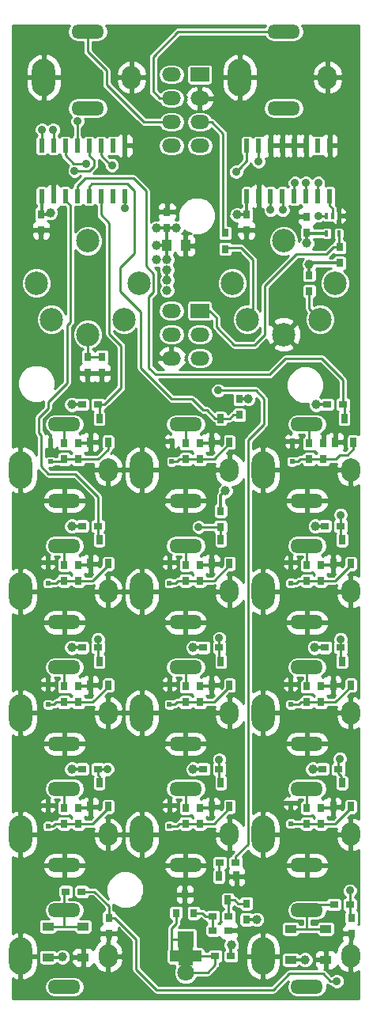
<source format=gbl>
G04 #@! TF.FileFunction,Copper,L4,Bot,Signal*
%FSLAX46Y46*%
G04 Gerber Fmt 4.6, Leading zero omitted, Abs format (unit mm)*
G04 Created by KiCad (PCBNEW 4.0.2-stable) date 2020-09-28 8:48:27 PM*
%MOMM*%
G01*
G04 APERTURE LIST*
%ADD10C,0.200000*%
%ADD11C,2.500000*%
%ADD12R,1.800000X1.800000*%
%ADD13C,1.800000*%
%ADD14R,1.200000X1.200000*%
%ADD15R,1.600000X2.000000*%
%ADD16R,0.800000X0.900000*%
%ADD17R,0.900000X0.800000*%
%ADD18R,1.000000X1.250000*%
%ADD19R,1.200000X0.900000*%
%ADD20R,0.500000X0.500000*%
%ADD21R,2.000000X1.500000*%
%ADD22O,2.000000X1.500000*%
%ADD23O,2.500000X4.000000*%
%ADD24O,2.000000X2.500000*%
%ADD25O,3.500000X1.500000*%
%ADD26R,0.701040X1.000760*%
%ADD27R,0.600000X1.500000*%
%ADD28R,0.400000X0.650000*%
%ADD29C,1.000000*%
%ADD30C,0.900000*%
%ADD31C,0.250000*%
%ADD32C,0.350000*%
%ADD33C,0.254000*%
G04 APERTURE END LIST*
D10*
D11*
X135500000Y-83000000D03*
X146500000Y-83000000D03*
X141000000Y-88500000D03*
X141000000Y-78500000D03*
X137110000Y-86890000D03*
X144890000Y-86890000D03*
D12*
X130500000Y-153250000D03*
D13*
X130500000Y-156750000D03*
D14*
X131600000Y-155000000D03*
X129400000Y-155000000D03*
D15*
X130500000Y-155000000D03*
D16*
X121500000Y-90900000D03*
X121500000Y-92600000D03*
X115000000Y-75650000D03*
X115000000Y-77350000D03*
X137000000Y-75650000D03*
X137000000Y-77350000D03*
D17*
X133400000Y-152250000D03*
X135100000Y-152250000D03*
D18*
X128500000Y-79000000D03*
X130500000Y-79000000D03*
D16*
X128500000Y-77100000D03*
X128500000Y-75400000D03*
X143500000Y-77600000D03*
X143500000Y-75900000D03*
D19*
X115750000Y-155150000D03*
X115750000Y-151850000D03*
X119500000Y-151850000D03*
X119500000Y-155150000D03*
X141750000Y-155400000D03*
X141750000Y-152100000D03*
X145500000Y-152100000D03*
X145500000Y-155400000D03*
D20*
X116000000Y-102100000D03*
X116000000Y-99900000D03*
D21*
X132020000Y-85960000D03*
D22*
X128980000Y-85960000D03*
X132020000Y-88500000D03*
X128980000Y-88500000D03*
X132020000Y-91040000D03*
X128980000Y-91040000D03*
D23*
X115300000Y-61000000D03*
D24*
X124700000Y-61000000D03*
D25*
X120000000Y-56100000D03*
X120000000Y-64300000D03*
D23*
X136300000Y-61000000D03*
D24*
X145700000Y-61000000D03*
D25*
X141000000Y-56100000D03*
X141000000Y-64300000D03*
D23*
X112800000Y-155000000D03*
D24*
X122200000Y-155000000D03*
D25*
X117500000Y-150100000D03*
X117500000Y-158300000D03*
D23*
X138800000Y-155000000D03*
D24*
X148200000Y-155000000D03*
D25*
X143500000Y-150100000D03*
X143500000Y-158300000D03*
D23*
X112800000Y-103000000D03*
D24*
X122200000Y-103000000D03*
D25*
X117500000Y-98100000D03*
X117500000Y-106300000D03*
D23*
X125800000Y-103000000D03*
D24*
X135200000Y-103000000D03*
D25*
X130500000Y-98100000D03*
X130500000Y-106300000D03*
D23*
X138800000Y-103000000D03*
D24*
X148200000Y-103000000D03*
D25*
X143500000Y-98100000D03*
X143500000Y-106300000D03*
D23*
X112800000Y-116000000D03*
D24*
X122200000Y-116000000D03*
D25*
X117500000Y-111100000D03*
X117500000Y-119300000D03*
D23*
X125800000Y-116000000D03*
D24*
X135200000Y-116000000D03*
D25*
X130500000Y-111100000D03*
X130500000Y-119300000D03*
D23*
X138800000Y-116000000D03*
D24*
X148200000Y-116000000D03*
D25*
X143500000Y-111100000D03*
X143500000Y-119300000D03*
D23*
X112800000Y-129000000D03*
D24*
X122200000Y-129000000D03*
D25*
X117500000Y-124100000D03*
X117500000Y-132300000D03*
D23*
X125800000Y-129000000D03*
D24*
X135200000Y-129000000D03*
D25*
X130500000Y-124100000D03*
X130500000Y-132300000D03*
D23*
X138800000Y-129000000D03*
D24*
X148200000Y-129000000D03*
D25*
X143500000Y-124100000D03*
X143500000Y-132300000D03*
D23*
X112800000Y-142000000D03*
D24*
X122200000Y-142000000D03*
D25*
X117500000Y-137100000D03*
X117500000Y-145300000D03*
D23*
X125800000Y-142000000D03*
D24*
X135200000Y-142000000D03*
D25*
X130500000Y-137100000D03*
X130500000Y-145300000D03*
D23*
X138800000Y-142000000D03*
D24*
X148200000Y-142000000D03*
D25*
X143500000Y-137100000D03*
X143500000Y-145300000D03*
D22*
X128980000Y-68310000D03*
X132020000Y-68310000D03*
D21*
X132020000Y-60690000D03*
D22*
X128980000Y-60690000D03*
X132020000Y-63230000D03*
X128980000Y-63230000D03*
X132020000Y-65770000D03*
X128980000Y-65770000D03*
D26*
X121250000Y-97480000D03*
X120297500Y-100020000D03*
X122202500Y-100020000D03*
X134250000Y-97480000D03*
X133297500Y-100020000D03*
X135202500Y-100020000D03*
X147500000Y-97480000D03*
X146547500Y-100020000D03*
X148452500Y-100020000D03*
X121250000Y-110480000D03*
X120297500Y-113020000D03*
X122202500Y-113020000D03*
X134250000Y-110480000D03*
X133297500Y-113020000D03*
X135202500Y-113020000D03*
X147250000Y-110480000D03*
X146297500Y-113020000D03*
X148202500Y-113020000D03*
X121250000Y-123480000D03*
X120297500Y-126020000D03*
X122202500Y-126020000D03*
X134250000Y-123480000D03*
X133297500Y-126020000D03*
X135202500Y-126020000D03*
X147250000Y-123480000D03*
X146297500Y-126020000D03*
X148202500Y-126020000D03*
X121250000Y-136480000D03*
X120297500Y-139020000D03*
X122202500Y-139020000D03*
X134250000Y-136480000D03*
X133297500Y-139020000D03*
X135202500Y-139020000D03*
X147250000Y-136480000D03*
X146297500Y-139020000D03*
X148202500Y-139020000D03*
X135000000Y-149020000D03*
X135952500Y-146480000D03*
X134047500Y-146480000D03*
D16*
X131350000Y-150400000D03*
X129450000Y-150400000D03*
X130400000Y-148400000D03*
X134750000Y-79350000D03*
X134750000Y-77650000D03*
X120000000Y-92600000D03*
X120000000Y-90900000D03*
X143750000Y-83850000D03*
X143750000Y-82150000D03*
D17*
X117650000Y-148100000D03*
X119350000Y-148100000D03*
X146400000Y-149500000D03*
X148100000Y-149500000D03*
D16*
X117500000Y-100150000D03*
X117500000Y-101850000D03*
X130500000Y-100150000D03*
X130500000Y-101850000D03*
X143750000Y-100150000D03*
X143750000Y-101850000D03*
X117500000Y-113150000D03*
X117500000Y-114850000D03*
X119000000Y-101850000D03*
X119000000Y-100150000D03*
X132000000Y-101850000D03*
X132000000Y-100150000D03*
X145250000Y-101850000D03*
X145250000Y-100150000D03*
X119000000Y-114850000D03*
X119000000Y-113150000D03*
D17*
X119400000Y-96000000D03*
X121100000Y-96000000D03*
D16*
X136250000Y-95400000D03*
X136250000Y-97100000D03*
D17*
X145650000Y-96000000D03*
X147350000Y-96000000D03*
X119400000Y-109000000D03*
X121100000Y-109000000D03*
D16*
X130500000Y-113150000D03*
X130500000Y-114850000D03*
X143500000Y-113150000D03*
X143500000Y-114850000D03*
X117500000Y-126150000D03*
X117500000Y-127850000D03*
X130500000Y-126150000D03*
X130500000Y-127850000D03*
X132000000Y-114850000D03*
X132000000Y-113150000D03*
X145000000Y-114850000D03*
X145000000Y-113150000D03*
X119000000Y-127850000D03*
X119000000Y-126150000D03*
X132000000Y-127850000D03*
X132000000Y-126150000D03*
X134250000Y-107400000D03*
X134250000Y-109100000D03*
D17*
X145400000Y-109000000D03*
X147100000Y-109000000D03*
X119400000Y-122000000D03*
X121100000Y-122000000D03*
X132400000Y-122000000D03*
X134100000Y-122000000D03*
D16*
X143500000Y-126150000D03*
X143500000Y-127850000D03*
X117500000Y-139150000D03*
X117500000Y-140850000D03*
X130500000Y-139150000D03*
X130500000Y-140850000D03*
X143500000Y-139150000D03*
X143500000Y-140850000D03*
X145000000Y-127850000D03*
X145000000Y-126150000D03*
X119000000Y-140850000D03*
X119000000Y-139150000D03*
X132000000Y-140850000D03*
X132000000Y-139150000D03*
X145000000Y-140850000D03*
X145000000Y-139150000D03*
D17*
X145400000Y-122000000D03*
X147100000Y-122000000D03*
X119400000Y-135000000D03*
X121100000Y-135000000D03*
X132400000Y-135000000D03*
X134100000Y-135000000D03*
X145150000Y-135000000D03*
X146850000Y-135000000D03*
D16*
X122250000Y-150900000D03*
X122250000Y-152600000D03*
X148250000Y-150900000D03*
X148250000Y-152600000D03*
X147000000Y-80850000D03*
X147000000Y-79150000D03*
D17*
X134150000Y-145000000D03*
X135850000Y-145000000D03*
D16*
X137000000Y-151100000D03*
X137000000Y-149400000D03*
D17*
X133400000Y-150750000D03*
X135100000Y-150750000D03*
X135350000Y-155000000D03*
X133650000Y-155000000D03*
D27*
X115055000Y-68300000D03*
X116325000Y-68300000D03*
X117595000Y-68300000D03*
X118865000Y-68300000D03*
X120135000Y-68300000D03*
X121405000Y-68300000D03*
X122675000Y-68300000D03*
X123945000Y-68300000D03*
X123945000Y-73700000D03*
X122675000Y-73700000D03*
X121405000Y-73700000D03*
X120135000Y-73700000D03*
X118865000Y-73700000D03*
X117595000Y-73700000D03*
X116325000Y-73700000D03*
X115055000Y-73700000D03*
X137055000Y-68300000D03*
X138325000Y-68300000D03*
X139595000Y-68300000D03*
X140865000Y-68300000D03*
X142135000Y-68300000D03*
X143405000Y-68300000D03*
X144675000Y-68300000D03*
X145945000Y-68300000D03*
X145945000Y-73700000D03*
X144675000Y-73700000D03*
X143405000Y-73700000D03*
X142135000Y-73700000D03*
X140865000Y-73700000D03*
X139595000Y-73700000D03*
X138325000Y-73700000D03*
X137055000Y-73700000D03*
D28*
X145600000Y-75800000D03*
X146900000Y-75800000D03*
X146250000Y-75800000D03*
X146900000Y-77700000D03*
X145600000Y-77700000D03*
D11*
X114500000Y-83000000D03*
X125500000Y-83000000D03*
X120000000Y-88500000D03*
X120000000Y-78500000D03*
X116110000Y-86890000D03*
X123890000Y-86890000D03*
D20*
X141750000Y-140850000D03*
X141750000Y-138650000D03*
X128750000Y-141100000D03*
X128750000Y-138900000D03*
X115750000Y-141100000D03*
X115750000Y-138900000D03*
X141750000Y-128100000D03*
X141750000Y-125900000D03*
X128750000Y-128100000D03*
X128750000Y-125900000D03*
X115750000Y-128100000D03*
X115750000Y-125900000D03*
X141750000Y-115100000D03*
X141750000Y-112900000D03*
X128750000Y-115100000D03*
X128750000Y-112900000D03*
X115750000Y-115100000D03*
X115750000Y-112900000D03*
X141900000Y-102100000D03*
X141900000Y-99900000D03*
X129000000Y-102100000D03*
X129000000Y-99900000D03*
D29*
X116875020Y-96045933D03*
X125300000Y-68300000D03*
X116600000Y-77300000D03*
X138400000Y-77300000D03*
X116300000Y-72100000D03*
X127400000Y-80500000D03*
X129500000Y-77100000D03*
X127400000Y-77100000D03*
X134750000Y-105250000D03*
X128502485Y-83774980D03*
X116000000Y-75500000D03*
X144100000Y-135000000D03*
X131300000Y-135000000D03*
X118300000Y-135000000D03*
X144300000Y-122000000D03*
X131300000Y-122000000D03*
X118300000Y-122000000D03*
X144400000Y-109000000D03*
X118300000Y-109000000D03*
X137200000Y-95400000D03*
X144500000Y-96000000D03*
X118300000Y-96000000D03*
X143300000Y-155400000D03*
X135400000Y-153800000D03*
X138100000Y-151100000D03*
X117300000Y-155100000D03*
X143750000Y-81000000D03*
X143500000Y-78750000D03*
X128500000Y-82700000D03*
X128500000Y-81600000D03*
X128500000Y-80500000D03*
X127400000Y-79000000D03*
X136000000Y-75700000D03*
D30*
X134000000Y-94499996D03*
X138300002Y-70000000D03*
X116300000Y-66600000D03*
X135900000Y-71100000D03*
X115100000Y-66600000D03*
X144700000Y-75800000D03*
X146700000Y-157700000D03*
X148100000Y-148000000D03*
X119800000Y-70225031D03*
X131900000Y-109100000D03*
X118900000Y-65700000D03*
X147100000Y-107800000D03*
X118600000Y-71000051D03*
X121100000Y-121100008D03*
X122600000Y-70400000D03*
X134100002Y-121000000D03*
X143400000Y-72300000D03*
X147100000Y-121100000D03*
X142200000Y-72300000D03*
X122100000Y-135000000D03*
X140900000Y-75200000D03*
X134100000Y-134000000D03*
X147025031Y-133900000D03*
X139600000Y-75200000D03*
X144700000Y-72299998D03*
X124000000Y-75000000D03*
D31*
X121500000Y-90900000D02*
X120000000Y-90900000D01*
X120000000Y-90900000D02*
X120000000Y-88500000D01*
D32*
X116375021Y-96545932D02*
X116875020Y-96045933D01*
X116000000Y-99261715D02*
X115324990Y-98586705D01*
X115324990Y-98586705D02*
X115324990Y-97613295D01*
X116375021Y-96563264D02*
X116375021Y-96545932D01*
X116000000Y-99900000D02*
X116000000Y-99261715D01*
X115324990Y-97613295D02*
X116375021Y-96563264D01*
X123945000Y-68300000D02*
X125300000Y-68300000D01*
X128900000Y-84700000D02*
X130500000Y-83100000D01*
X130500000Y-83100000D02*
X130500000Y-79000000D01*
X128200000Y-84700000D02*
X128900000Y-84700000D01*
X127554990Y-85345010D02*
X128200000Y-84700000D01*
X127554990Y-90654990D02*
X127554990Y-85345010D01*
X127940000Y-91040000D02*
X127554990Y-90654990D01*
X129230000Y-91040000D02*
X127940000Y-91040000D01*
X115000000Y-77350000D02*
X116550000Y-77350000D01*
X116550000Y-77350000D02*
X116600000Y-77300000D01*
X119000000Y-100150000D02*
X120167500Y-100150000D01*
X120167500Y-100150000D02*
X120297500Y-100020000D01*
X132000000Y-100150000D02*
X133167500Y-100150000D01*
X133167500Y-100150000D02*
X133297500Y-100020000D01*
X137000000Y-77350000D02*
X138350000Y-77350000D01*
X138350000Y-77350000D02*
X138400000Y-77300000D01*
X116325000Y-73700000D02*
X116325000Y-72125000D01*
X116325000Y-72125000D02*
X116300000Y-72100000D01*
X119000000Y-139150000D02*
X120167500Y-139150000D01*
X120167500Y-139150000D02*
X120297500Y-139020000D01*
X132000000Y-139150000D02*
X133167500Y-139150000D01*
X133167500Y-139150000D02*
X133297500Y-139020000D01*
X145000000Y-139150000D02*
X146167500Y-139150000D01*
X146167500Y-139150000D02*
X146297500Y-139020000D01*
X145000000Y-126150000D02*
X146167500Y-126150000D01*
X146167500Y-126150000D02*
X146297500Y-126020000D01*
X132000000Y-126150000D02*
X133167500Y-126150000D01*
X133167500Y-126150000D02*
X133297500Y-126020000D01*
X119000000Y-126150000D02*
X120167500Y-126150000D01*
X120167500Y-126150000D02*
X120297500Y-126020000D01*
X119000000Y-113150000D02*
X120167500Y-113150000D01*
X120167500Y-113150000D02*
X120297500Y-113020000D01*
X132000000Y-113150000D02*
X133167500Y-113150000D01*
X133167500Y-113150000D02*
X133297500Y-113020000D01*
X145000000Y-113150000D02*
X146167500Y-113150000D01*
X146167500Y-113150000D02*
X146297500Y-113020000D01*
X128500000Y-77100000D02*
X129500000Y-77100000D01*
X128500000Y-77100000D02*
X127400000Y-77100000D01*
X128500000Y-79000000D02*
X128500000Y-77100000D01*
X134250000Y-107400000D02*
X134250000Y-105750000D01*
X134250000Y-105750000D02*
X134750000Y-105250000D01*
X115850000Y-75650000D02*
X116000000Y-75500000D01*
X115000000Y-75650000D02*
X115850000Y-75650000D01*
X147000000Y-80850000D02*
X143900000Y-80850000D01*
X143900000Y-80850000D02*
X143750000Y-81000000D01*
X145150000Y-135000000D02*
X144100000Y-135000000D01*
X132400000Y-135000000D02*
X131300000Y-135000000D01*
X119400000Y-135000000D02*
X118300000Y-135000000D01*
X145400000Y-122000000D02*
X144300000Y-122000000D01*
X132400000Y-122000000D02*
X131300000Y-122000000D01*
X119400000Y-122000000D02*
X118300000Y-122000000D01*
X145400000Y-109000000D02*
X144400000Y-109000000D01*
X119400000Y-109000000D02*
X118300000Y-109000000D01*
X136250000Y-95400000D02*
X137200000Y-95400000D01*
X145650000Y-96000000D02*
X144500000Y-96000000D01*
X119400000Y-96000000D02*
X118300000Y-96000000D01*
X141750000Y-155400000D02*
X143300000Y-155400000D01*
X135350000Y-155000000D02*
X135350000Y-153850000D01*
X135350000Y-153850000D02*
X135400000Y-153800000D01*
X137000000Y-151100000D02*
X138100000Y-151100000D01*
X115750000Y-155150000D02*
X117250000Y-155150000D01*
X117250000Y-155150000D02*
X117300000Y-155100000D01*
X143750000Y-82150000D02*
X143750000Y-81000000D01*
X143500000Y-77600000D02*
X143500000Y-78750000D01*
X145600000Y-77700000D02*
X143600000Y-77700000D01*
X143600000Y-77700000D02*
X143500000Y-77600000D01*
X128500000Y-81600000D02*
X128500000Y-82700000D01*
X128500000Y-79000000D02*
X128500000Y-80500000D01*
X128500000Y-79000000D02*
X127400000Y-79000000D01*
X128500000Y-77350000D02*
X128400000Y-77250000D01*
X137000000Y-75650000D02*
X136050000Y-75650000D01*
X136050000Y-75650000D02*
X136000000Y-75700000D01*
X137055000Y-73700000D02*
X137055000Y-75595000D01*
X137055000Y-75595000D02*
X137000000Y-75650000D01*
X115055000Y-73700000D02*
X115055000Y-75595000D01*
X115055000Y-75595000D02*
X115000000Y-75650000D01*
D31*
X133400000Y-150750000D02*
X132650000Y-150750000D01*
X132300000Y-150400000D02*
X131350000Y-150400000D01*
X132650000Y-150750000D02*
X132300000Y-150400000D01*
X133400000Y-150750000D02*
X133400000Y-151500000D01*
X133400000Y-151500000D02*
X133400000Y-152250000D01*
X117500000Y-150100000D02*
X117500000Y-148250000D01*
X117500000Y-148250000D02*
X117650000Y-148100000D01*
X118650000Y-151850000D02*
X117500000Y-151850000D01*
X117500000Y-151850000D02*
X115750000Y-151850000D01*
X117500000Y-150100000D02*
X117500000Y-151850000D01*
X118100000Y-149500000D02*
X117500000Y-150100000D01*
X119500000Y-151850000D02*
X118650000Y-151850000D01*
X146400000Y-149500000D02*
X144100000Y-149500000D01*
X144100000Y-149500000D02*
X143500000Y-150100000D01*
X142600000Y-152100000D02*
X143500000Y-152100000D01*
X143500000Y-152100000D02*
X145500000Y-152100000D01*
X143500000Y-150100000D02*
X143500000Y-152100000D01*
X141750000Y-152100000D02*
X142600000Y-152100000D01*
X116000000Y-102100000D02*
X117250000Y-102100000D01*
X117250000Y-102100000D02*
X117500000Y-101850000D01*
X119000000Y-101850000D02*
X117500000Y-101850000D01*
X122202500Y-100020000D02*
X122202500Y-100770380D01*
X122202500Y-100770380D02*
X121122880Y-101850000D01*
X121122880Y-101850000D02*
X119650000Y-101850000D01*
X119650000Y-101850000D02*
X119000000Y-101850000D01*
X129000000Y-102100000D02*
X129600000Y-102100000D01*
X129600000Y-102100000D02*
X129850000Y-101850000D01*
X129850000Y-101850000D02*
X130500000Y-101850000D01*
X130500000Y-101850000D02*
X132000000Y-101850000D01*
X135202500Y-100020000D02*
X135202500Y-100169860D01*
X135202500Y-100169860D02*
X133522360Y-101850000D01*
X133522360Y-101850000D02*
X132650000Y-101850000D01*
X132650000Y-101850000D02*
X132000000Y-101850000D01*
X148452500Y-100020000D02*
X148452500Y-100747500D01*
X148452500Y-100747500D02*
X147825010Y-101374990D01*
X146550000Y-101850000D02*
X145900000Y-101850000D01*
X147825010Y-101374990D02*
X147025010Y-101374990D01*
X147025010Y-101374990D02*
X146550000Y-101850000D01*
X145900000Y-101850000D02*
X145250000Y-101850000D01*
X142750000Y-101850000D02*
X142500000Y-102100000D01*
X142500000Y-102100000D02*
X141900000Y-102100000D01*
X143750000Y-101850000D02*
X142750000Y-101850000D01*
X143750000Y-101850000D02*
X145250000Y-101850000D01*
X116600000Y-115100000D02*
X115750000Y-115100000D01*
X117500000Y-114850000D02*
X116850000Y-114850000D01*
X116850000Y-114850000D02*
X116600000Y-115100000D01*
X119000000Y-114850000D02*
X117500000Y-114850000D01*
X122202500Y-113020000D02*
X122202500Y-113169860D01*
X122202500Y-113169860D02*
X120522360Y-114850000D01*
X120522360Y-114850000D02*
X119650000Y-114850000D01*
X119650000Y-114850000D02*
X119000000Y-114850000D01*
X128750000Y-115100000D02*
X129400000Y-115100000D01*
X129400000Y-115100000D02*
X129650000Y-114850000D01*
X129650000Y-114850000D02*
X130500000Y-114850000D01*
X132000000Y-114850000D02*
X130500000Y-114850000D01*
X135202500Y-113020000D02*
X135202500Y-113169860D01*
X135202500Y-113169860D02*
X133522360Y-114850000D01*
X133522360Y-114850000D02*
X132650000Y-114850000D01*
X132650000Y-114850000D02*
X132000000Y-114850000D01*
X142650000Y-114850000D02*
X142400000Y-115100000D01*
X142400000Y-115100000D02*
X141750000Y-115100000D01*
X143500000Y-114850000D02*
X142650000Y-114850000D01*
X145000000Y-114850000D02*
X143500000Y-114850000D01*
X148202500Y-113020000D02*
X148202500Y-113169860D01*
X148202500Y-113169860D02*
X146522360Y-114850000D01*
X146522360Y-114850000D02*
X145000000Y-114850000D01*
X116650000Y-127850000D02*
X116400000Y-128100000D01*
X116400000Y-128100000D02*
X115750000Y-128100000D01*
X117500000Y-127850000D02*
X116650000Y-127850000D01*
X119000000Y-127850000D02*
X117500000Y-127850000D01*
X122202500Y-126020000D02*
X122202500Y-126169860D01*
X122202500Y-126169860D02*
X120522360Y-127850000D01*
X120522360Y-127850000D02*
X119650000Y-127850000D01*
X119650000Y-127850000D02*
X119000000Y-127850000D01*
X129550000Y-127850000D02*
X129300000Y-128100000D01*
X129300000Y-128100000D02*
X128750000Y-128100000D01*
X130500000Y-127850000D02*
X129550000Y-127850000D01*
X132000000Y-127850000D02*
X130500000Y-127850000D01*
X135202500Y-126020000D02*
X135202500Y-126169860D01*
X135202500Y-126169860D02*
X133522360Y-127850000D01*
X133522360Y-127850000D02*
X132650000Y-127850000D01*
X132650000Y-127850000D02*
X132000000Y-127850000D01*
X142600000Y-128100000D02*
X141750000Y-128100000D01*
X143500000Y-127850000D02*
X142850000Y-127850000D01*
X142850000Y-127850000D02*
X142600000Y-128100000D01*
X145000000Y-127850000D02*
X143500000Y-127850000D01*
X148202500Y-126020000D02*
X148202500Y-126169860D01*
X148202500Y-126169860D02*
X146522360Y-127850000D01*
X146522360Y-127850000D02*
X145650000Y-127850000D01*
X145650000Y-127850000D02*
X145000000Y-127850000D01*
X115750000Y-141100000D02*
X116250000Y-141100000D01*
X116250000Y-141100000D02*
X116500000Y-140850000D01*
X116500000Y-140850000D02*
X117500000Y-140850000D01*
X119000000Y-140850000D02*
X117500000Y-140850000D01*
X122202500Y-139020000D02*
X122202500Y-139169860D01*
X122202500Y-139169860D02*
X120522360Y-140850000D01*
X120522360Y-140850000D02*
X119000000Y-140850000D01*
X129600000Y-141100000D02*
X128750000Y-141100000D01*
X130500000Y-140850000D02*
X129850000Y-140850000D01*
X129850000Y-140850000D02*
X129600000Y-141100000D01*
X132000000Y-140850000D02*
X130500000Y-140850000D01*
X135202500Y-139020000D02*
X135202500Y-139169860D01*
X133522360Y-140850000D02*
X132650000Y-140850000D01*
X135202500Y-139169860D02*
X133522360Y-140850000D01*
X132650000Y-140850000D02*
X132000000Y-140850000D01*
X143500000Y-140850000D02*
X141750000Y-140850000D01*
X145000000Y-140850000D02*
X143500000Y-140850000D01*
X148202500Y-139020000D02*
X148202500Y-139169860D01*
X148202500Y-139169860D02*
X146522360Y-140850000D01*
X146522360Y-140850000D02*
X145650000Y-140850000D01*
X145650000Y-140850000D02*
X145000000Y-140850000D01*
X133650000Y-155000000D02*
X133650000Y-155950000D01*
X133650000Y-155950000D02*
X132850000Y-156750000D01*
X132850000Y-156750000D02*
X130500000Y-156750000D01*
X133650000Y-155000000D02*
X131625001Y-155000000D01*
X129000000Y-153200000D02*
X129000000Y-152000000D01*
X129000000Y-152000000D02*
X129450000Y-151550000D01*
X129450000Y-151550000D02*
X129450000Y-150400000D01*
X129000000Y-153200000D02*
X129000000Y-154600000D01*
X130500000Y-153250000D02*
X129050000Y-153250000D01*
X129050000Y-153250000D02*
X129000000Y-153200000D01*
X129000000Y-154600000D02*
X129374999Y-154974999D01*
X147000000Y-79150000D02*
X146350000Y-79150000D01*
X146350000Y-79150000D02*
X145600000Y-79900000D01*
X145600000Y-79900000D02*
X142400000Y-79900000D01*
X139000000Y-83300000D02*
X139000000Y-88500000D01*
X142400000Y-79900000D02*
X139000000Y-83300000D01*
X139000000Y-88500000D02*
X137900000Y-89600000D01*
X137900000Y-89600000D02*
X135700000Y-89600000D01*
X135700000Y-89600000D02*
X133800000Y-87700000D01*
X133800000Y-87700000D02*
X133800000Y-86700000D01*
X133800000Y-86700000D02*
X133060000Y-85960000D01*
X133060000Y-85960000D02*
X131770000Y-85960000D01*
X146900000Y-77700000D02*
X146900000Y-79050000D01*
X146900000Y-79050000D02*
X147000000Y-79150000D01*
X135850000Y-144350000D02*
X137174990Y-143025010D01*
X137174990Y-143025010D02*
X137174990Y-99825010D01*
X137174990Y-99825010D02*
X138900000Y-98100000D01*
X134636396Y-94499996D02*
X134000000Y-94499996D01*
X138900000Y-95400000D02*
X137999996Y-94499996D01*
X135850000Y-145000000D02*
X135850000Y-144350000D01*
X138900000Y-98100000D02*
X138900000Y-95400000D01*
X137999996Y-94499996D02*
X134636396Y-94499996D01*
X138325000Y-69975002D02*
X138300002Y-70000000D01*
X138325000Y-68300000D02*
X138325000Y-69975002D01*
X116325000Y-68300000D02*
X116325000Y-66625000D01*
X116325000Y-66625000D02*
X116300000Y-66600000D01*
X136349999Y-70650001D02*
X135900000Y-71100000D01*
X137055000Y-69945000D02*
X136349999Y-70650001D01*
X137055000Y-68300000D02*
X137055000Y-69945000D01*
X115100000Y-66600000D02*
X115100000Y-68255000D01*
X115100000Y-68255000D02*
X115055000Y-68300000D01*
X120000000Y-56100000D02*
X120000000Y-58250000D01*
X120000000Y-58250000D02*
X122000000Y-60250000D01*
X122000000Y-60250000D02*
X122000000Y-61750000D01*
X122000000Y-61750000D02*
X126020000Y-65770000D01*
X126020000Y-65770000D02*
X129230000Y-65770000D01*
X145600000Y-75800000D02*
X144700000Y-75800000D01*
X141000000Y-56100000D02*
X129700000Y-56100000D01*
X129700000Y-56100000D02*
X127000000Y-58800000D01*
X127000000Y-58800000D02*
X127000000Y-62500000D01*
X127000000Y-62500000D02*
X127730000Y-63230000D01*
X127730000Y-63230000D02*
X129230000Y-63230000D01*
X117500000Y-100150000D02*
X117500000Y-98100000D01*
X130500000Y-100150000D02*
X130500000Y-98100000D01*
X143750000Y-100150000D02*
X143750000Y-98350000D01*
X143750000Y-98350000D02*
X143500000Y-98100000D01*
X117500000Y-113150000D02*
X117500000Y-111100000D01*
X130500000Y-113150000D02*
X130500000Y-111100000D01*
X143500000Y-113150000D02*
X143500000Y-111100000D01*
X117500000Y-126150000D02*
X117500000Y-124100000D01*
X130500000Y-126150000D02*
X130500000Y-124100000D01*
X143500000Y-126150000D02*
X143500000Y-124100000D01*
X117500000Y-139150000D02*
X117500000Y-137100000D01*
X130500000Y-139150000D02*
X130500000Y-137100000D01*
X143500000Y-139150000D02*
X143500000Y-137100000D01*
X122250000Y-150900000D02*
X122900000Y-150900000D01*
X122900000Y-150900000D02*
X125200000Y-153200000D01*
X125200000Y-156400000D02*
X127400000Y-158600000D01*
X125200000Y-153200000D02*
X125200000Y-156400000D01*
X139900000Y-158600000D02*
X141600000Y-156900000D01*
X127400000Y-158600000D02*
X139900000Y-158600000D01*
X146000000Y-157700000D02*
X146700000Y-157700000D01*
X141600000Y-156900000D02*
X145200000Y-156900000D01*
X145200000Y-156900000D02*
X146000000Y-157700000D01*
X119350000Y-148100000D02*
X120700000Y-148100000D01*
X120700000Y-148100000D02*
X122250000Y-149650000D01*
X122250000Y-149650000D02*
X122250000Y-150900000D01*
X148100000Y-149500000D02*
X148100000Y-148000000D01*
X148100000Y-149500000D02*
X148100000Y-150750000D01*
X148100000Y-150750000D02*
X148250000Y-150900000D01*
X134750000Y-77650000D02*
X134500000Y-77400000D01*
X133270000Y-65770000D02*
X131770000Y-65770000D01*
X134500000Y-77400000D02*
X134500000Y-67000000D01*
X134500000Y-67000000D02*
X133270000Y-65770000D01*
X122314999Y-76614999D02*
X121405000Y-75705000D01*
X121405000Y-75705000D02*
X121405000Y-73700000D01*
X123600000Y-89700000D02*
X122314999Y-88414999D01*
X122314999Y-88414999D02*
X122314999Y-76614999D01*
X123600000Y-94200000D02*
X123600000Y-89700000D01*
X121100000Y-96000000D02*
X121800000Y-96000000D01*
X121800000Y-96000000D02*
X123600000Y-94200000D01*
X121250000Y-97480000D02*
X121250000Y-96150000D01*
X121250000Y-96150000D02*
X121100000Y-96000000D01*
X120135000Y-73700000D02*
X120135000Y-72665000D01*
X120135000Y-72665000D02*
X120400000Y-72400000D01*
X120400000Y-72400000D02*
X124280002Y-72400000D01*
X131170273Y-95400000D02*
X132370273Y-96600000D01*
X124280002Y-72400000D02*
X125000000Y-73119998D01*
X125000000Y-73119998D02*
X125000000Y-79800000D01*
X125000000Y-79800000D02*
X123500000Y-81300000D01*
X123500000Y-81300000D02*
X123500000Y-83900000D01*
X123500000Y-83900000D02*
X125700000Y-86100000D01*
X125700000Y-86100000D02*
X125700000Y-92100000D01*
X125700000Y-92100000D02*
X129000000Y-95400000D01*
X129000000Y-95400000D02*
X131170273Y-95400000D01*
X132370273Y-96600000D02*
X132769480Y-96600000D01*
X132769480Y-96600000D02*
X133649480Y-97480000D01*
X133649480Y-97480000D02*
X134250000Y-97480000D01*
X136250000Y-97100000D02*
X135600000Y-97100000D01*
X135600000Y-97100000D02*
X135220000Y-97480000D01*
X135220000Y-97480000D02*
X134250000Y-97480000D01*
X118865000Y-73700000D02*
X118865000Y-72635000D01*
X127075001Y-81975001D02*
X127075001Y-83924999D01*
X118865000Y-72635000D02*
X119724999Y-71775001D01*
X127075001Y-83924999D02*
X126549989Y-84450011D01*
X119724999Y-71775001D02*
X124875001Y-71775001D01*
X124875001Y-71775001D02*
X126256001Y-73156001D01*
X141200000Y-91100000D02*
X145100000Y-91100000D01*
X126256001Y-73156001D02*
X126256001Y-81156001D01*
X126256001Y-81156001D02*
X127075001Y-81975001D01*
X147350000Y-93350000D02*
X147350000Y-96000000D01*
X126549989Y-84450011D02*
X126549989Y-92049989D01*
X126549989Y-92049989D02*
X127300000Y-92800000D01*
X127300000Y-92800000D02*
X139500000Y-92800000D01*
X139500000Y-92800000D02*
X141200000Y-91100000D01*
X145100000Y-91100000D02*
X147350000Y-93350000D01*
X147500000Y-97480000D02*
X147500000Y-96150000D01*
X147500000Y-96150000D02*
X147350000Y-96000000D01*
X121100000Y-109000000D02*
X121100000Y-105850000D01*
X121100000Y-105850000D02*
X118650000Y-103400000D01*
X118650000Y-103400000D02*
X115800000Y-103400000D01*
X115800000Y-103400000D02*
X115000000Y-102600000D01*
X115000000Y-102600000D02*
X115000000Y-99250000D01*
X115000000Y-99250000D02*
X114774979Y-99024979D01*
X115750000Y-95750000D02*
X117800000Y-93700000D01*
X117800000Y-87500000D02*
X118145000Y-87155000D01*
X114774979Y-99024979D02*
X114774979Y-97385473D01*
X114774979Y-97385473D02*
X115750000Y-96410452D01*
X115750000Y-96410452D02*
X115750000Y-95750000D01*
X117800000Y-93700000D02*
X117800000Y-87500000D01*
X118145000Y-74700000D02*
X117595000Y-74150000D01*
X117595000Y-74150000D02*
X117595000Y-73700000D01*
X118145000Y-87155000D02*
X118145000Y-74700000D01*
X121100000Y-109000000D02*
X121100000Y-110330000D01*
X121100000Y-110330000D02*
X121250000Y-110480000D01*
X117595000Y-68300000D02*
X117595000Y-69345000D01*
X117595000Y-69345000D02*
X118475031Y-70225031D01*
X118475031Y-70225031D02*
X119163604Y-70225031D01*
X119163604Y-70225031D02*
X119800000Y-70225031D01*
X134250000Y-109100000D02*
X131900000Y-109100000D01*
X134250000Y-109100000D02*
X134250000Y-110480000D01*
X118865000Y-68300000D02*
X118865000Y-65735000D01*
X118865000Y-65735000D02*
X118900000Y-65700000D01*
X147100000Y-109000000D02*
X147100000Y-107800000D01*
X147100000Y-109000000D02*
X147100000Y-110330000D01*
X147100000Y-110330000D02*
X147250000Y-110480000D01*
X120135000Y-68300000D02*
X120135000Y-69335000D01*
X120135000Y-69335000D02*
X120685000Y-69885000D01*
X120685000Y-69885000D02*
X120685000Y-70462004D01*
X120685000Y-70462004D02*
X120146953Y-71000051D01*
X120146953Y-71000051D02*
X119236396Y-71000051D01*
X119236396Y-71000051D02*
X118600000Y-71000051D01*
X121100000Y-122000000D02*
X121100000Y-123330000D01*
X121100000Y-123330000D02*
X121250000Y-123480000D01*
X121100000Y-122000000D02*
X121100000Y-121100008D01*
X121405000Y-68300000D02*
X121405000Y-69305000D01*
X121405000Y-69305000D02*
X122500000Y-70400000D01*
X122500000Y-70400000D02*
X122600000Y-70400000D01*
X134100000Y-122000000D02*
X134100000Y-121000002D01*
X134100000Y-121000002D02*
X134100002Y-121000000D01*
X121400000Y-68305000D02*
X121405000Y-68300000D01*
X134100000Y-122000000D02*
X134100000Y-123330000D01*
X134100000Y-123330000D02*
X134250000Y-123480000D01*
X143405000Y-73700000D02*
X143405000Y-72305000D01*
X143405000Y-72305000D02*
X143400000Y-72300000D01*
X147100000Y-122000000D02*
X147100000Y-123330000D01*
X147100000Y-123330000D02*
X147250000Y-123480000D01*
X147100000Y-122000000D02*
X147100000Y-121100000D01*
X142135000Y-72365000D02*
X142200000Y-72300000D01*
X142135000Y-73700000D02*
X142135000Y-72365000D01*
X121300000Y-135850000D02*
X121300000Y-136430000D01*
X121300000Y-136430000D02*
X121250000Y-136480000D01*
X121100000Y-135000000D02*
X121100000Y-135650000D01*
X121100000Y-135650000D02*
X121300000Y-135850000D01*
X122100000Y-135000000D02*
X121100000Y-135000000D01*
X134100000Y-135000000D02*
X134100000Y-136330000D01*
X134100000Y-136330000D02*
X134250000Y-136480000D01*
X140900000Y-75200000D02*
X140900000Y-73735000D01*
X140900000Y-73735000D02*
X140865000Y-73700000D01*
X134100000Y-135000000D02*
X134100000Y-134000000D01*
X146850000Y-134075031D02*
X147025031Y-133900000D01*
X146850000Y-135000000D02*
X146850000Y-134075031D01*
X146850000Y-135000000D02*
X146850000Y-135450000D01*
X146850000Y-135450000D02*
X147200000Y-135800000D01*
X147200000Y-135800000D02*
X147200000Y-136430000D01*
X147200000Y-136430000D02*
X147250000Y-136480000D01*
X139595000Y-73700000D02*
X139595000Y-75195000D01*
X139595000Y-75195000D02*
X139600000Y-75200000D01*
X135720000Y-149020000D02*
X136100000Y-149400000D01*
X136100000Y-149400000D02*
X137000000Y-149400000D01*
X135000000Y-149020000D02*
X135720000Y-149020000D01*
X135100000Y-150750000D02*
X135100000Y-149120000D01*
X135100000Y-149120000D02*
X135000000Y-149020000D01*
X134047500Y-146480000D02*
X134047500Y-145102500D01*
X134047500Y-145102500D02*
X134150000Y-145000000D01*
X134750000Y-79350000D02*
X134850000Y-79250000D01*
X134850000Y-79250000D02*
X136450000Y-79250000D01*
X136450000Y-79250000D02*
X137700000Y-80500000D01*
X137700000Y-80500000D02*
X137700000Y-86300000D01*
X137700000Y-86300000D02*
X137110000Y-86890000D01*
X143750000Y-83850000D02*
X143750000Y-85750000D01*
X143750000Y-85750000D02*
X144890000Y-86890000D01*
X144675000Y-72324998D02*
X144700000Y-72299998D01*
X144675000Y-73700000D02*
X144675000Y-72324998D01*
X123945000Y-73700000D02*
X123945000Y-74945000D01*
X123945000Y-74945000D02*
X124000000Y-75000000D01*
X145945000Y-73700000D02*
X145945000Y-74700000D01*
X145945000Y-74700000D02*
X146250000Y-75005000D01*
X146250000Y-75005000D02*
X146250000Y-75800000D01*
D33*
G36*
X117913343Y-55667185D02*
X117827251Y-56100000D01*
X117913343Y-56532815D01*
X118158513Y-56899738D01*
X118525436Y-57144908D01*
X118958251Y-57231000D01*
X119494000Y-57231000D01*
X119494000Y-58250000D01*
X119532517Y-58443638D01*
X119642204Y-58607796D01*
X121494000Y-60459592D01*
X121494000Y-61750000D01*
X121532517Y-61943638D01*
X121642204Y-62107796D01*
X125662204Y-66127796D01*
X125826362Y-66237483D01*
X126020000Y-66276000D01*
X127706938Y-66276000D01*
X127903207Y-66569738D01*
X128270130Y-66814908D01*
X128702945Y-66901000D01*
X129257055Y-66901000D01*
X129689870Y-66814908D01*
X130056793Y-66569738D01*
X130301963Y-66202815D01*
X130388055Y-65770000D01*
X130611945Y-65770000D01*
X130698037Y-66202815D01*
X130943207Y-66569738D01*
X131310130Y-66814908D01*
X131742945Y-66901000D01*
X132297055Y-66901000D01*
X132729870Y-66814908D01*
X133096793Y-66569738D01*
X133199874Y-66415466D01*
X133994000Y-67209592D01*
X133994000Y-77046145D01*
X133992141Y-77048866D01*
X133961536Y-77200000D01*
X133961536Y-78100000D01*
X133988103Y-78241190D01*
X134071546Y-78370865D01*
X134198866Y-78457859D01*
X134350000Y-78488464D01*
X135150000Y-78488464D01*
X135291190Y-78461897D01*
X135420865Y-78378454D01*
X135507859Y-78251134D01*
X135538464Y-78100000D01*
X135538464Y-77635750D01*
X135965000Y-77635750D01*
X135965000Y-77926309D01*
X136061673Y-78159698D01*
X136240301Y-78338327D01*
X136473690Y-78435000D01*
X136714250Y-78435000D01*
X136873000Y-78276250D01*
X136873000Y-77477000D01*
X137127000Y-77477000D01*
X137127000Y-78276250D01*
X137285750Y-78435000D01*
X137526310Y-78435000D01*
X137759699Y-78338327D01*
X137938327Y-78159698D01*
X138035000Y-77926309D01*
X138035000Y-77635750D01*
X137876250Y-77477000D01*
X137127000Y-77477000D01*
X136873000Y-77477000D01*
X136123750Y-77477000D01*
X135965000Y-77635750D01*
X135538464Y-77635750D01*
X135538464Y-77200000D01*
X135511897Y-77058810D01*
X135428454Y-76929135D01*
X135301134Y-76842141D01*
X135150000Y-76811536D01*
X135006000Y-76811536D01*
X135006000Y-75874473D01*
X135118847Y-75874473D01*
X135252689Y-76198395D01*
X135500302Y-76446440D01*
X135823989Y-76580847D01*
X136044799Y-76581040D01*
X135965000Y-76773691D01*
X135965000Y-77064250D01*
X136123750Y-77223000D01*
X136873000Y-77223000D01*
X136873000Y-77203000D01*
X137127000Y-77203000D01*
X137127000Y-77223000D01*
X137876250Y-77223000D01*
X138035000Y-77064250D01*
X138035000Y-76773691D01*
X137938327Y-76540302D01*
X137759699Y-76361673D01*
X137699398Y-76336695D01*
X137757859Y-76251134D01*
X137788464Y-76100000D01*
X137788464Y-75200000D01*
X137761897Y-75058810D01*
X137735164Y-75017265D01*
X137898690Y-75085000D01*
X138039250Y-75085000D01*
X138198000Y-74926250D01*
X138198000Y-73827000D01*
X138178000Y-73827000D01*
X138178000Y-73573000D01*
X138198000Y-73573000D01*
X138198000Y-72473750D01*
X138039250Y-72315000D01*
X137898690Y-72315000D01*
X137665301Y-72411673D01*
X137488421Y-72588554D01*
X137355000Y-72561536D01*
X136755000Y-72561536D01*
X136613810Y-72588103D01*
X136484135Y-72671546D01*
X136397141Y-72798866D01*
X136366536Y-72950000D01*
X136366536Y-74450000D01*
X136393103Y-74591190D01*
X136476546Y-74720865D01*
X136499000Y-74736207D01*
X136499000Y-74830541D01*
X136458810Y-74838103D01*
X136365793Y-74897958D01*
X136176011Y-74819153D01*
X135825527Y-74818847D01*
X135501605Y-74952689D01*
X135253560Y-75200302D01*
X135119153Y-75523989D01*
X135118847Y-75874473D01*
X135006000Y-75874473D01*
X135006000Y-71264571D01*
X135068856Y-71264571D01*
X135195102Y-71570109D01*
X135428662Y-71804077D01*
X135733979Y-71930855D01*
X136064571Y-71931144D01*
X136370109Y-71804898D01*
X136604077Y-71571338D01*
X136730855Y-71266021D01*
X136731101Y-70984491D01*
X137412796Y-70302796D01*
X137482727Y-70198137D01*
X137595104Y-70470109D01*
X137828664Y-70704077D01*
X138133981Y-70830855D01*
X138464573Y-70831144D01*
X138770111Y-70704898D01*
X139004079Y-70471338D01*
X139130857Y-70166021D01*
X139131146Y-69835429D01*
X139048403Y-69635175D01*
X139168690Y-69685000D01*
X139309250Y-69685000D01*
X139468000Y-69526250D01*
X139468000Y-68427000D01*
X139722000Y-68427000D01*
X139722000Y-69526250D01*
X139880750Y-69685000D01*
X140021310Y-69685000D01*
X140230000Y-69598558D01*
X140438690Y-69685000D01*
X140579250Y-69685000D01*
X140738000Y-69526250D01*
X140738000Y-68427000D01*
X140992000Y-68427000D01*
X140992000Y-69526250D01*
X141150750Y-69685000D01*
X141291310Y-69685000D01*
X141500000Y-69598558D01*
X141708690Y-69685000D01*
X141849250Y-69685000D01*
X142008000Y-69526250D01*
X142008000Y-68427000D01*
X142262000Y-68427000D01*
X142262000Y-69526250D01*
X142420750Y-69685000D01*
X142561310Y-69685000D01*
X142770000Y-69598558D01*
X142978690Y-69685000D01*
X143119250Y-69685000D01*
X143278000Y-69526250D01*
X143278000Y-68427000D01*
X142262000Y-68427000D01*
X142008000Y-68427000D01*
X140992000Y-68427000D01*
X140738000Y-68427000D01*
X139722000Y-68427000D01*
X139468000Y-68427000D01*
X139448000Y-68427000D01*
X139448000Y-68173000D01*
X139468000Y-68173000D01*
X139468000Y-67073750D01*
X139722000Y-67073750D01*
X139722000Y-68173000D01*
X140738000Y-68173000D01*
X140738000Y-67073750D01*
X140992000Y-67073750D01*
X140992000Y-68173000D01*
X142008000Y-68173000D01*
X142008000Y-67073750D01*
X142262000Y-67073750D01*
X142262000Y-68173000D01*
X143278000Y-68173000D01*
X143278000Y-67073750D01*
X143532000Y-67073750D01*
X143532000Y-68173000D01*
X143552000Y-68173000D01*
X143552000Y-68427000D01*
X143532000Y-68427000D01*
X143532000Y-69526250D01*
X143690750Y-69685000D01*
X143831310Y-69685000D01*
X144064699Y-69588327D01*
X144241579Y-69411446D01*
X144375000Y-69438464D01*
X144975000Y-69438464D01*
X145110031Y-69413056D01*
X145285301Y-69588327D01*
X145518690Y-69685000D01*
X145659250Y-69685000D01*
X145818000Y-69526250D01*
X145818000Y-68427000D01*
X146072000Y-68427000D01*
X146072000Y-69526250D01*
X146230750Y-69685000D01*
X146371310Y-69685000D01*
X146604699Y-69588327D01*
X146783327Y-69409698D01*
X146880000Y-69176309D01*
X146880000Y-68585750D01*
X146721250Y-68427000D01*
X146072000Y-68427000D01*
X145818000Y-68427000D01*
X145798000Y-68427000D01*
X145798000Y-68173000D01*
X145818000Y-68173000D01*
X145818000Y-67073750D01*
X146072000Y-67073750D01*
X146072000Y-68173000D01*
X146721250Y-68173000D01*
X146880000Y-68014250D01*
X146880000Y-67423691D01*
X146783327Y-67190302D01*
X146604699Y-67011673D01*
X146371310Y-66915000D01*
X146230750Y-66915000D01*
X146072000Y-67073750D01*
X145818000Y-67073750D01*
X145659250Y-66915000D01*
X145518690Y-66915000D01*
X145285301Y-67011673D01*
X145108421Y-67188554D01*
X144975000Y-67161536D01*
X144375000Y-67161536D01*
X144239969Y-67186944D01*
X144064699Y-67011673D01*
X143831310Y-66915000D01*
X143690750Y-66915000D01*
X143532000Y-67073750D01*
X143278000Y-67073750D01*
X143119250Y-66915000D01*
X142978690Y-66915000D01*
X142770000Y-67001442D01*
X142561310Y-66915000D01*
X142420750Y-66915000D01*
X142262000Y-67073750D01*
X142008000Y-67073750D01*
X141849250Y-66915000D01*
X141708690Y-66915000D01*
X141500000Y-67001442D01*
X141291310Y-66915000D01*
X141150750Y-66915000D01*
X140992000Y-67073750D01*
X140738000Y-67073750D01*
X140579250Y-66915000D01*
X140438690Y-66915000D01*
X140230000Y-67001442D01*
X140021310Y-66915000D01*
X139880750Y-66915000D01*
X139722000Y-67073750D01*
X139468000Y-67073750D01*
X139309250Y-66915000D01*
X139168690Y-66915000D01*
X138935301Y-67011673D01*
X138758421Y-67188554D01*
X138625000Y-67161536D01*
X138025000Y-67161536D01*
X137883810Y-67188103D01*
X137754135Y-67271546D01*
X137689470Y-67366187D01*
X137633454Y-67279135D01*
X137506134Y-67192141D01*
X137355000Y-67161536D01*
X136755000Y-67161536D01*
X136613810Y-67188103D01*
X136484135Y-67271546D01*
X136397141Y-67398866D01*
X136366536Y-67550000D01*
X136366536Y-69050000D01*
X136393103Y-69191190D01*
X136476546Y-69320865D01*
X136549000Y-69370371D01*
X136549000Y-69735408D01*
X136015307Y-70269101D01*
X135735429Y-70268856D01*
X135429891Y-70395102D01*
X135195923Y-70628662D01*
X135069145Y-70933979D01*
X135068856Y-71264571D01*
X135006000Y-71264571D01*
X135006000Y-67000000D01*
X134967483Y-66806362D01*
X134857796Y-66642204D01*
X133627796Y-65412204D01*
X133463638Y-65302517D01*
X133296597Y-65269291D01*
X133096793Y-64970262D01*
X132729870Y-64725092D01*
X132297055Y-64639000D01*
X131742945Y-64639000D01*
X131310130Y-64725092D01*
X130943207Y-64970262D01*
X130698037Y-65337185D01*
X130611945Y-65770000D01*
X130388055Y-65770000D01*
X130301963Y-65337185D01*
X130056793Y-64970262D01*
X129689870Y-64725092D01*
X129257055Y-64639000D01*
X128702945Y-64639000D01*
X128270130Y-64725092D01*
X127903207Y-64970262D01*
X127706938Y-65264000D01*
X126229592Y-65264000D01*
X122506000Y-61540408D01*
X122506000Y-61385030D01*
X123061185Y-61385030D01*
X123237606Y-62001899D01*
X123636663Y-62504298D01*
X124197604Y-62815742D01*
X124319566Y-62840124D01*
X124573000Y-62720777D01*
X124573000Y-61127000D01*
X124827000Y-61127000D01*
X124827000Y-62720777D01*
X125080434Y-62840124D01*
X125202396Y-62815742D01*
X125763337Y-62504298D01*
X126162394Y-62001899D01*
X126338815Y-61385030D01*
X126181012Y-61127000D01*
X124827000Y-61127000D01*
X124573000Y-61127000D01*
X123218988Y-61127000D01*
X123061185Y-61385030D01*
X122506000Y-61385030D01*
X122506000Y-60614970D01*
X123061185Y-60614970D01*
X123218988Y-60873000D01*
X124573000Y-60873000D01*
X124573000Y-59279223D01*
X124827000Y-59279223D01*
X124827000Y-60873000D01*
X126181012Y-60873000D01*
X126338815Y-60614970D01*
X126162394Y-59998101D01*
X125763337Y-59495702D01*
X125202396Y-59184258D01*
X125080434Y-59159876D01*
X124827000Y-59279223D01*
X124573000Y-59279223D01*
X124319566Y-59159876D01*
X124197604Y-59184258D01*
X123636663Y-59495702D01*
X123237606Y-59998101D01*
X123061185Y-60614970D01*
X122506000Y-60614970D01*
X122506000Y-60250000D01*
X122467483Y-60056362D01*
X122357796Y-59892204D01*
X120506000Y-58040408D01*
X120506000Y-57231000D01*
X121041749Y-57231000D01*
X121474564Y-57144908D01*
X121841487Y-56899738D01*
X122086657Y-56532815D01*
X122172749Y-56100000D01*
X122086657Y-55667185D01*
X121945548Y-55456000D01*
X139054452Y-55456000D01*
X138962244Y-55594000D01*
X129700000Y-55594000D01*
X129506362Y-55632517D01*
X129454478Y-55667185D01*
X129342204Y-55742204D01*
X126642204Y-58442204D01*
X126532517Y-58606362D01*
X126494000Y-58800000D01*
X126494000Y-62500000D01*
X126532517Y-62693638D01*
X126642204Y-62857796D01*
X127372204Y-63587796D01*
X127536362Y-63697483D01*
X127703403Y-63730709D01*
X127903207Y-64029738D01*
X128270130Y-64274908D01*
X128702945Y-64361000D01*
X129257055Y-64361000D01*
X129689870Y-64274908D01*
X130056793Y-64029738D01*
X130301963Y-63662815D01*
X130385000Y-63245359D01*
X130385000Y-63357002D01*
X130550343Y-63357002D01*
X130427682Y-63571185D01*
X130446519Y-63674235D01*
X130717264Y-64146894D01*
X131148279Y-64479964D01*
X131673945Y-64622739D01*
X131893000Y-64461868D01*
X131893000Y-63357000D01*
X132147000Y-63357000D01*
X132147000Y-64461868D01*
X132366055Y-64622739D01*
X132891721Y-64479964D01*
X133124606Y-64300000D01*
X138827251Y-64300000D01*
X138913343Y-64732815D01*
X139158513Y-65099738D01*
X139525436Y-65344908D01*
X139958251Y-65431000D01*
X142041749Y-65431000D01*
X142474564Y-65344908D01*
X142841487Y-65099738D01*
X143086657Y-64732815D01*
X143172749Y-64300000D01*
X143086657Y-63867185D01*
X142841487Y-63500262D01*
X142474564Y-63255092D01*
X142041749Y-63169000D01*
X139958251Y-63169000D01*
X139525436Y-63255092D01*
X139158513Y-63500262D01*
X138913343Y-63867185D01*
X138827251Y-64300000D01*
X133124606Y-64300000D01*
X133322736Y-64146894D01*
X133593481Y-63674235D01*
X133612318Y-63571185D01*
X133489656Y-63357000D01*
X132147000Y-63357000D01*
X131893000Y-63357000D01*
X131873000Y-63357000D01*
X131873000Y-63103000D01*
X131893000Y-63103000D01*
X131893000Y-61998132D01*
X132147000Y-61998132D01*
X132147000Y-63103000D01*
X133489656Y-63103000D01*
X133612318Y-62888815D01*
X133593481Y-62785765D01*
X133322736Y-62313106D01*
X132891721Y-61980036D01*
X132366055Y-61837261D01*
X132147000Y-61998132D01*
X131893000Y-61998132D01*
X131673945Y-61837261D01*
X131148279Y-61980036D01*
X130717264Y-62313106D01*
X130446519Y-62785765D01*
X130427682Y-62888815D01*
X130550343Y-63102998D01*
X130385000Y-63102998D01*
X130385000Y-63214641D01*
X130301963Y-62797185D01*
X130056793Y-62430262D01*
X129689870Y-62185092D01*
X129257055Y-62099000D01*
X128702945Y-62099000D01*
X128270130Y-62185092D01*
X127903207Y-62430262D01*
X127800126Y-62584534D01*
X127506000Y-62290408D01*
X127506000Y-60690000D01*
X127571945Y-60690000D01*
X127658037Y-61122815D01*
X127903207Y-61489738D01*
X128270130Y-61734908D01*
X128702945Y-61821000D01*
X129257055Y-61821000D01*
X129689870Y-61734908D01*
X130056793Y-61489738D01*
X130301963Y-61122815D01*
X130388055Y-60690000D01*
X130301963Y-60257185D01*
X130090027Y-59940000D01*
X130631536Y-59940000D01*
X130631536Y-61440000D01*
X130658103Y-61581190D01*
X130741546Y-61710865D01*
X130868866Y-61797859D01*
X131020000Y-61828464D01*
X133020000Y-61828464D01*
X133161190Y-61801897D01*
X133290865Y-61718454D01*
X133377859Y-61591134D01*
X133408464Y-61440000D01*
X133408464Y-61127000D01*
X134415000Y-61127000D01*
X134415000Y-61877000D01*
X134607088Y-62588691D01*
X135056906Y-63172699D01*
X135695974Y-63540114D01*
X135880355Y-63587695D01*
X136173000Y-63471572D01*
X136173000Y-61127000D01*
X136427000Y-61127000D01*
X136427000Y-63471572D01*
X136719645Y-63587695D01*
X136904026Y-63540114D01*
X137543094Y-63172699D01*
X137992912Y-62588691D01*
X138185000Y-61877000D01*
X138185000Y-61385030D01*
X144061185Y-61385030D01*
X144237606Y-62001899D01*
X144636663Y-62504298D01*
X145197604Y-62815742D01*
X145319566Y-62840124D01*
X145573000Y-62720777D01*
X145573000Y-61127000D01*
X145827000Y-61127000D01*
X145827000Y-62720777D01*
X146080434Y-62840124D01*
X146202396Y-62815742D01*
X146763337Y-62504298D01*
X147162394Y-62001899D01*
X147338815Y-61385030D01*
X147181012Y-61127000D01*
X145827000Y-61127000D01*
X145573000Y-61127000D01*
X144218988Y-61127000D01*
X144061185Y-61385030D01*
X138185000Y-61385030D01*
X138185000Y-61127000D01*
X136427000Y-61127000D01*
X136173000Y-61127000D01*
X134415000Y-61127000D01*
X133408464Y-61127000D01*
X133408464Y-60123000D01*
X134415000Y-60123000D01*
X134415000Y-60873000D01*
X136173000Y-60873000D01*
X136173000Y-58528428D01*
X136427000Y-58528428D01*
X136427000Y-60873000D01*
X138185000Y-60873000D01*
X138185000Y-60614970D01*
X144061185Y-60614970D01*
X144218988Y-60873000D01*
X145573000Y-60873000D01*
X145573000Y-59279223D01*
X145827000Y-59279223D01*
X145827000Y-60873000D01*
X147181012Y-60873000D01*
X147338815Y-60614970D01*
X147162394Y-59998101D01*
X146763337Y-59495702D01*
X146202396Y-59184258D01*
X146080434Y-59159876D01*
X145827000Y-59279223D01*
X145573000Y-59279223D01*
X145319566Y-59159876D01*
X145197604Y-59184258D01*
X144636663Y-59495702D01*
X144237606Y-59998101D01*
X144061185Y-60614970D01*
X138185000Y-60614970D01*
X138185000Y-60123000D01*
X137992912Y-59411309D01*
X137543094Y-58827301D01*
X136904026Y-58459886D01*
X136719645Y-58412305D01*
X136427000Y-58528428D01*
X136173000Y-58528428D01*
X135880355Y-58412305D01*
X135695974Y-58459886D01*
X135056906Y-58827301D01*
X134607088Y-59411309D01*
X134415000Y-60123000D01*
X133408464Y-60123000D01*
X133408464Y-59940000D01*
X133381897Y-59798810D01*
X133298454Y-59669135D01*
X133171134Y-59582141D01*
X133020000Y-59551536D01*
X131020000Y-59551536D01*
X130878810Y-59578103D01*
X130749135Y-59661546D01*
X130662141Y-59788866D01*
X130631536Y-59940000D01*
X130090027Y-59940000D01*
X130056793Y-59890262D01*
X129689870Y-59645092D01*
X129257055Y-59559000D01*
X128702945Y-59559000D01*
X128270130Y-59645092D01*
X127903207Y-59890262D01*
X127658037Y-60257185D01*
X127571945Y-60690000D01*
X127506000Y-60690000D01*
X127506000Y-59009592D01*
X129909592Y-56606000D01*
X138962244Y-56606000D01*
X139158513Y-56899738D01*
X139525436Y-57144908D01*
X139958251Y-57231000D01*
X142041749Y-57231000D01*
X142474564Y-57144908D01*
X142841487Y-56899738D01*
X143086657Y-56532815D01*
X143172749Y-56100000D01*
X143086657Y-55667185D01*
X142945548Y-55456000D01*
X149044000Y-55456000D01*
X149044000Y-99223150D01*
X148954154Y-99161761D01*
X148803020Y-99131156D01*
X148101980Y-99131156D01*
X147960790Y-99157723D01*
X147831115Y-99241166D01*
X147744121Y-99368486D01*
X147713516Y-99519620D01*
X147713516Y-100520380D01*
X147740083Y-100661570D01*
X147772484Y-100711924D01*
X147615418Y-100868990D01*
X147440940Y-100868990D01*
X147533020Y-100646690D01*
X147533020Y-100305750D01*
X147374270Y-100147000D01*
X146674500Y-100147000D01*
X146674500Y-100167000D01*
X146420500Y-100167000D01*
X146420500Y-100147000D01*
X146400500Y-100147000D01*
X146400500Y-99893000D01*
X146420500Y-99893000D01*
X146420500Y-99043370D01*
X146674500Y-99043370D01*
X146674500Y-99893000D01*
X147374270Y-99893000D01*
X147533020Y-99734250D01*
X147533020Y-99393310D01*
X147436347Y-99159921D01*
X147257718Y-98981293D01*
X147024329Y-98884620D01*
X146833250Y-98884620D01*
X146674500Y-99043370D01*
X146420500Y-99043370D01*
X146261750Y-98884620D01*
X146070671Y-98884620D01*
X145837282Y-98981293D01*
X145753575Y-99065000D01*
X145535750Y-99065000D01*
X145377000Y-99223750D01*
X145377000Y-100023000D01*
X145397000Y-100023000D01*
X145397000Y-100277000D01*
X145377000Y-100277000D01*
X145377000Y-100297000D01*
X145123000Y-100297000D01*
X145123000Y-100277000D01*
X145103000Y-100277000D01*
X145103000Y-100023000D01*
X145123000Y-100023000D01*
X145123000Y-99223750D01*
X145016283Y-99117033D01*
X145341487Y-98899738D01*
X145586657Y-98532815D01*
X145672749Y-98100000D01*
X145586657Y-97667185D01*
X145341487Y-97300262D01*
X144974564Y-97055092D01*
X144541749Y-96969000D01*
X142458251Y-96969000D01*
X142025436Y-97055092D01*
X141658513Y-97300262D01*
X141413343Y-97667185D01*
X141327251Y-98100000D01*
X141413343Y-98532815D01*
X141658513Y-98899738D01*
X141831015Y-99015000D01*
X141772998Y-99015000D01*
X141772998Y-99171748D01*
X141616250Y-99015000D01*
X141523690Y-99015000D01*
X141290301Y-99111673D01*
X141111673Y-99290302D01*
X141015000Y-99523691D01*
X141015000Y-99616250D01*
X141173750Y-99775000D01*
X141775000Y-99775000D01*
X141775000Y-99753000D01*
X142025000Y-99753000D01*
X142025000Y-99775000D01*
X142626250Y-99775000D01*
X142785000Y-99616250D01*
X142785000Y-99523691D01*
X142688327Y-99290302D01*
X142629025Y-99231000D01*
X143244000Y-99231000D01*
X143244000Y-99331481D01*
X143208810Y-99338103D01*
X143079135Y-99421546D01*
X142992141Y-99548866D01*
X142961536Y-99700000D01*
X142961536Y-100600000D01*
X142988103Y-100741190D01*
X143071546Y-100870865D01*
X143198866Y-100957859D01*
X143350000Y-100988464D01*
X144150000Y-100988464D01*
X144291190Y-100961897D01*
X144308082Y-100951028D01*
X144311673Y-100959698D01*
X144490301Y-101138327D01*
X144550602Y-101163305D01*
X144499020Y-101238798D01*
X144428454Y-101129135D01*
X144301134Y-101042141D01*
X144150000Y-101011536D01*
X143350000Y-101011536D01*
X143208810Y-101038103D01*
X143079135Y-101121546D01*
X142992141Y-101248866D01*
X142972876Y-101344000D01*
X142750000Y-101344000D01*
X142556362Y-101382517D01*
X142392204Y-101492204D01*
X142355274Y-101529134D01*
X142301134Y-101492141D01*
X142150000Y-101461536D01*
X141650000Y-101461536D01*
X141508810Y-101488103D01*
X141379135Y-101571546D01*
X141292141Y-101698866D01*
X141261536Y-101850000D01*
X141261536Y-102350000D01*
X141288103Y-102491190D01*
X141371546Y-102620865D01*
X141498866Y-102707859D01*
X141650000Y-102738464D01*
X142150000Y-102738464D01*
X142291190Y-102711897D01*
X142420865Y-102628454D01*
X142436207Y-102606000D01*
X142500000Y-102606000D01*
X142693638Y-102567483D01*
X142857796Y-102457796D01*
X142959592Y-102356000D01*
X142972073Y-102356000D01*
X142988103Y-102441190D01*
X143071546Y-102570865D01*
X143198866Y-102657859D01*
X143350000Y-102688464D01*
X144150000Y-102688464D01*
X144291190Y-102661897D01*
X144420865Y-102578454D01*
X144500980Y-102461202D01*
X144571546Y-102570865D01*
X144698866Y-102657859D01*
X144850000Y-102688464D01*
X145650000Y-102688464D01*
X145791190Y-102661897D01*
X145920865Y-102578454D01*
X146007859Y-102451134D01*
X146027124Y-102356000D01*
X146550000Y-102356000D01*
X146640391Y-102338020D01*
X146561185Y-102614970D01*
X146718988Y-102873000D01*
X148073000Y-102873000D01*
X148073000Y-102853000D01*
X148327000Y-102853000D01*
X148327000Y-102873000D01*
X148347000Y-102873000D01*
X148347000Y-103127000D01*
X148327000Y-103127000D01*
X148327000Y-104720777D01*
X148580434Y-104840124D01*
X148702396Y-104815742D01*
X149044000Y-104626078D01*
X149044000Y-114373922D01*
X148702396Y-114184258D01*
X148580434Y-114159876D01*
X148327000Y-114279223D01*
X148327000Y-115873000D01*
X148347000Y-115873000D01*
X148347000Y-116127000D01*
X148327000Y-116127000D01*
X148327000Y-117720777D01*
X148580434Y-117840124D01*
X148702396Y-117815742D01*
X149044000Y-117626078D01*
X149044000Y-127373922D01*
X148702396Y-127184258D01*
X148580434Y-127159876D01*
X148327000Y-127279223D01*
X148327000Y-128873000D01*
X148347000Y-128873000D01*
X148347000Y-129127000D01*
X148327000Y-129127000D01*
X148327000Y-130720777D01*
X148580434Y-130840124D01*
X148702396Y-130815742D01*
X149044000Y-130626078D01*
X149044000Y-140373922D01*
X148702396Y-140184258D01*
X148580434Y-140159876D01*
X148327000Y-140279223D01*
X148327000Y-141873000D01*
X148347000Y-141873000D01*
X148347000Y-142127000D01*
X148327000Y-142127000D01*
X148327000Y-143720777D01*
X148580434Y-143840124D01*
X148702396Y-143815742D01*
X149044000Y-143626078D01*
X149044000Y-151645974D01*
X149009699Y-151611673D01*
X148949398Y-151586695D01*
X149007859Y-151501134D01*
X149038464Y-151350000D01*
X149038464Y-150450000D01*
X149011897Y-150308810D01*
X148928454Y-150179135D01*
X148854790Y-150128803D01*
X148907859Y-150051134D01*
X148938464Y-149900000D01*
X148938464Y-149100000D01*
X148911897Y-148958810D01*
X148828454Y-148829135D01*
X148701134Y-148742141D01*
X148606000Y-148722876D01*
X148606000Y-148669070D01*
X148804077Y-148471338D01*
X148930855Y-148166021D01*
X148931144Y-147835429D01*
X148804898Y-147529891D01*
X148571338Y-147295923D01*
X148266021Y-147169145D01*
X147935429Y-147168856D01*
X147629891Y-147295102D01*
X147395923Y-147528662D01*
X147269145Y-147833979D01*
X147268856Y-148164571D01*
X147395102Y-148470109D01*
X147594000Y-148669354D01*
X147594000Y-148722073D01*
X147508810Y-148738103D01*
X147379135Y-148821546D01*
X147292141Y-148948866D01*
X147261536Y-149100000D01*
X147261536Y-149900000D01*
X147288103Y-150041190D01*
X147371546Y-150170865D01*
X147498866Y-150257859D01*
X147517572Y-150261647D01*
X147492141Y-150298866D01*
X147461536Y-150450000D01*
X147461536Y-151350000D01*
X147488103Y-151491190D01*
X147549778Y-151587037D01*
X147490301Y-151611673D01*
X147311673Y-151790302D01*
X147215000Y-152023691D01*
X147215000Y-152314250D01*
X147373750Y-152473000D01*
X148123000Y-152473000D01*
X148123000Y-152453000D01*
X148377000Y-152453000D01*
X148377000Y-152473000D01*
X148397000Y-152473000D01*
X148397000Y-152727000D01*
X148377000Y-152727000D01*
X148377000Y-153255677D01*
X148327000Y-153279223D01*
X148327000Y-154873000D01*
X148347000Y-154873000D01*
X148347000Y-155127000D01*
X148327000Y-155127000D01*
X148327000Y-156720777D01*
X148580434Y-156840124D01*
X148702396Y-156815742D01*
X149044000Y-156626078D01*
X149044000Y-159544000D01*
X111956000Y-159544000D01*
X111956000Y-158300000D01*
X115327251Y-158300000D01*
X115413343Y-158732815D01*
X115658513Y-159099738D01*
X116025436Y-159344908D01*
X116458251Y-159431000D01*
X118541749Y-159431000D01*
X118974564Y-159344908D01*
X119341487Y-159099738D01*
X119586657Y-158732815D01*
X119672749Y-158300000D01*
X119586657Y-157867185D01*
X119341487Y-157500262D01*
X118974564Y-157255092D01*
X118541749Y-157169000D01*
X116458251Y-157169000D01*
X116025436Y-157255092D01*
X115658513Y-157500262D01*
X115413343Y-157867185D01*
X115327251Y-158300000D01*
X111956000Y-158300000D01*
X111956000Y-157402147D01*
X112195974Y-157540114D01*
X112380355Y-157587695D01*
X112673000Y-157471572D01*
X112673000Y-155127000D01*
X112927000Y-155127000D01*
X112927000Y-157471572D01*
X113219645Y-157587695D01*
X113404026Y-157540114D01*
X114043094Y-157172699D01*
X114492912Y-156588691D01*
X114685000Y-155877000D01*
X114685000Y-155127000D01*
X112927000Y-155127000D01*
X112673000Y-155127000D01*
X112653000Y-155127000D01*
X112653000Y-154873000D01*
X112673000Y-154873000D01*
X112673000Y-152528428D01*
X112927000Y-152528428D01*
X112927000Y-154873000D01*
X114685000Y-154873000D01*
X114685000Y-154700000D01*
X114761536Y-154700000D01*
X114761536Y-155600000D01*
X114788103Y-155741190D01*
X114871546Y-155870865D01*
X114998866Y-155957859D01*
X115150000Y-155988464D01*
X116350000Y-155988464D01*
X116491190Y-155961897D01*
X116620865Y-155878454D01*
X116706763Y-155752738D01*
X116800302Y-155846440D01*
X117123989Y-155980847D01*
X117474473Y-155981153D01*
X117798395Y-155847311D01*
X118046440Y-155599698D01*
X118114517Y-155435750D01*
X118265000Y-155435750D01*
X118265000Y-155726309D01*
X118361673Y-155959698D01*
X118540301Y-156138327D01*
X118773690Y-156235000D01*
X119214250Y-156235000D01*
X119373000Y-156076250D01*
X119373000Y-155277000D01*
X118423750Y-155277000D01*
X118265000Y-155435750D01*
X118114517Y-155435750D01*
X118180847Y-155276011D01*
X118181153Y-154925527D01*
X118047311Y-154601605D01*
X118019446Y-154573691D01*
X118265000Y-154573691D01*
X118265000Y-154864250D01*
X118423750Y-155023000D01*
X119373000Y-155023000D01*
X119373000Y-154223750D01*
X119627000Y-154223750D01*
X119627000Y-155023000D01*
X119647000Y-155023000D01*
X119647000Y-155277000D01*
X119627000Y-155277000D01*
X119627000Y-156076250D01*
X119785750Y-156235000D01*
X120226310Y-156235000D01*
X120459699Y-156138327D01*
X120638327Y-155959698D01*
X120689917Y-155835150D01*
X120737606Y-156001899D01*
X121136663Y-156504298D01*
X121697604Y-156815742D01*
X121819566Y-156840124D01*
X122073000Y-156720777D01*
X122073000Y-155127000D01*
X122327000Y-155127000D01*
X122327000Y-156720777D01*
X122580434Y-156840124D01*
X122702396Y-156815742D01*
X123263337Y-156504298D01*
X123662394Y-156001899D01*
X123838815Y-155385030D01*
X123681012Y-155127000D01*
X122327000Y-155127000D01*
X122073000Y-155127000D01*
X122053000Y-155127000D01*
X122053000Y-154873000D01*
X122073000Y-154873000D01*
X122073000Y-153576250D01*
X122123000Y-153526250D01*
X122123000Y-153279223D01*
X122327000Y-153279223D01*
X122327000Y-154873000D01*
X123681012Y-154873000D01*
X123838815Y-154614970D01*
X123662394Y-153998101D01*
X123263337Y-153495702D01*
X123159806Y-153438220D01*
X123188327Y-153409698D01*
X123285000Y-153176309D01*
X123285000Y-152885750D01*
X123126250Y-152727000D01*
X122377000Y-152727000D01*
X122377000Y-153255677D01*
X122327000Y-153279223D01*
X122123000Y-153279223D01*
X122123000Y-152727000D01*
X121373750Y-152727000D01*
X121215000Y-152885750D01*
X121215000Y-153176309D01*
X121307913Y-153400621D01*
X121136663Y-153495702D01*
X120737606Y-153998101D01*
X120639162Y-154342318D01*
X120638327Y-154340302D01*
X120459699Y-154161673D01*
X120226310Y-154065000D01*
X119785750Y-154065000D01*
X119627000Y-154223750D01*
X119373000Y-154223750D01*
X119214250Y-154065000D01*
X118773690Y-154065000D01*
X118540301Y-154161673D01*
X118361673Y-154340302D01*
X118265000Y-154573691D01*
X118019446Y-154573691D01*
X117799698Y-154353560D01*
X117476011Y-154219153D01*
X117125527Y-154218847D01*
X116801605Y-154352689D01*
X116666225Y-154487833D01*
X116628454Y-154429135D01*
X116501134Y-154342141D01*
X116350000Y-154311536D01*
X115150000Y-154311536D01*
X115008810Y-154338103D01*
X114879135Y-154421546D01*
X114792141Y-154548866D01*
X114761536Y-154700000D01*
X114685000Y-154700000D01*
X114685000Y-154123000D01*
X114492912Y-153411309D01*
X114043094Y-152827301D01*
X113404026Y-152459886D01*
X113219645Y-152412305D01*
X112927000Y-152528428D01*
X112673000Y-152528428D01*
X112380355Y-152412305D01*
X112195974Y-152459886D01*
X111956000Y-152597853D01*
X111956000Y-151400000D01*
X114761536Y-151400000D01*
X114761536Y-152300000D01*
X114788103Y-152441190D01*
X114871546Y-152570865D01*
X114998866Y-152657859D01*
X115150000Y-152688464D01*
X116350000Y-152688464D01*
X116491190Y-152661897D01*
X116620865Y-152578454D01*
X116707859Y-152451134D01*
X116727124Y-152356000D01*
X118522073Y-152356000D01*
X118538103Y-152441190D01*
X118621546Y-152570865D01*
X118748866Y-152657859D01*
X118900000Y-152688464D01*
X120100000Y-152688464D01*
X120241190Y-152661897D01*
X120370865Y-152578454D01*
X120457859Y-152451134D01*
X120488464Y-152300000D01*
X120488464Y-151400000D01*
X120461897Y-151258810D01*
X120378454Y-151129135D01*
X120251134Y-151042141D01*
X120100000Y-151011536D01*
X119174169Y-151011536D01*
X119341487Y-150899738D01*
X119586657Y-150532815D01*
X119672749Y-150100000D01*
X119586657Y-149667185D01*
X119341487Y-149300262D01*
X118974564Y-149055092D01*
X118541749Y-148969000D01*
X118006000Y-148969000D01*
X118006000Y-148888464D01*
X118100000Y-148888464D01*
X118241190Y-148861897D01*
X118370865Y-148778454D01*
X118457859Y-148651134D01*
X118488464Y-148500000D01*
X118488464Y-147700000D01*
X118511536Y-147700000D01*
X118511536Y-148500000D01*
X118538103Y-148641190D01*
X118621546Y-148770865D01*
X118748866Y-148857859D01*
X118900000Y-148888464D01*
X119800000Y-148888464D01*
X119941190Y-148861897D01*
X120070865Y-148778454D01*
X120157859Y-148651134D01*
X120166999Y-148606000D01*
X120490408Y-148606000D01*
X121744000Y-149859592D01*
X121744000Y-150081481D01*
X121708810Y-150088103D01*
X121579135Y-150171546D01*
X121492141Y-150298866D01*
X121461536Y-150450000D01*
X121461536Y-151350000D01*
X121488103Y-151491190D01*
X121549778Y-151587037D01*
X121490301Y-151611673D01*
X121311673Y-151790302D01*
X121215000Y-152023691D01*
X121215000Y-152314250D01*
X121373750Y-152473000D01*
X122123000Y-152473000D01*
X122123000Y-152453000D01*
X122377000Y-152453000D01*
X122377000Y-152473000D01*
X123126250Y-152473000D01*
X123285000Y-152314250D01*
X123285000Y-152023691D01*
X123268667Y-151984259D01*
X124694000Y-153409592D01*
X124694000Y-156400000D01*
X124732517Y-156593638D01*
X124842204Y-156757796D01*
X127042204Y-158957796D01*
X127206362Y-159067483D01*
X127400000Y-159106000D01*
X139900000Y-159106000D01*
X140093638Y-159067483D01*
X140257796Y-158957796D01*
X141544102Y-157671490D01*
X141413343Y-157867185D01*
X141327251Y-158300000D01*
X141413343Y-158732815D01*
X141658513Y-159099738D01*
X142025436Y-159344908D01*
X142458251Y-159431000D01*
X144541749Y-159431000D01*
X144974564Y-159344908D01*
X145341487Y-159099738D01*
X145586657Y-158732815D01*
X145672749Y-158300000D01*
X145620194Y-158035786D01*
X145642204Y-158057796D01*
X145806362Y-158167483D01*
X146000000Y-158206000D01*
X146030930Y-158206000D01*
X146228662Y-158404077D01*
X146533979Y-158530855D01*
X146864571Y-158531144D01*
X147170109Y-158404898D01*
X147404077Y-158171338D01*
X147530855Y-157866021D01*
X147531144Y-157535429D01*
X147404898Y-157229891D01*
X147171338Y-156995923D01*
X146866021Y-156869145D01*
X146535429Y-156868856D01*
X146229891Y-156995102D01*
X146120197Y-157104605D01*
X145557796Y-156542204D01*
X145393638Y-156432517D01*
X145287788Y-156411462D01*
X145373000Y-156326250D01*
X145373000Y-155527000D01*
X144423750Y-155527000D01*
X144265000Y-155685750D01*
X144265000Y-155976309D01*
X144361673Y-156209698D01*
X144540301Y-156388327D01*
X144553997Y-156394000D01*
X141600000Y-156394000D01*
X141406362Y-156432517D01*
X141242204Y-156542204D01*
X139690408Y-158094000D01*
X127609592Y-158094000D01*
X125706000Y-156190408D01*
X125706000Y-154400000D01*
X128411536Y-154400000D01*
X128411536Y-155600000D01*
X128438103Y-155741190D01*
X128521546Y-155870865D01*
X128648866Y-155957859D01*
X128800000Y-155988464D01*
X129311536Y-155988464D01*
X129311536Y-156000000D01*
X129338103Y-156141190D01*
X129354909Y-156167308D01*
X129219223Y-156494076D01*
X129218778Y-157003689D01*
X129413388Y-157474680D01*
X129773425Y-157835345D01*
X130244076Y-158030777D01*
X130753689Y-158031222D01*
X131224680Y-157836612D01*
X131585345Y-157476575D01*
X131676936Y-157256000D01*
X132850000Y-157256000D01*
X133043638Y-157217483D01*
X133207796Y-157107796D01*
X134007796Y-156307796D01*
X134117483Y-156143638D01*
X134156000Y-155950000D01*
X134156000Y-155777927D01*
X134241190Y-155761897D01*
X134370865Y-155678454D01*
X134457859Y-155551134D01*
X134488464Y-155400000D01*
X134488464Y-154600000D01*
X134461897Y-154458810D01*
X134378454Y-154329135D01*
X134251134Y-154242141D01*
X134100000Y-154211536D01*
X133200000Y-154211536D01*
X133058810Y-154238103D01*
X132929135Y-154321546D01*
X132842141Y-154448866D01*
X132833001Y-154494000D01*
X132588464Y-154494000D01*
X132588464Y-154400000D01*
X132561897Y-154258810D01*
X132478454Y-154129135D01*
X132351134Y-154042141D01*
X132200000Y-154011536D01*
X131788464Y-154011536D01*
X131788464Y-152350000D01*
X131761897Y-152208810D01*
X131678454Y-152079135D01*
X131551134Y-151992141D01*
X131400000Y-151961536D01*
X129754056Y-151961536D01*
X129807796Y-151907796D01*
X129917483Y-151743638D01*
X129956000Y-151550000D01*
X129956000Y-151218519D01*
X129991190Y-151211897D01*
X130120865Y-151128454D01*
X130207859Y-151001134D01*
X130238464Y-150850000D01*
X130238464Y-149950000D01*
X130561536Y-149950000D01*
X130561536Y-150850000D01*
X130588103Y-150991190D01*
X130671546Y-151120865D01*
X130798866Y-151207859D01*
X130950000Y-151238464D01*
X131750000Y-151238464D01*
X131891190Y-151211897D01*
X132020865Y-151128454D01*
X132107859Y-151001134D01*
X132120941Y-150936533D01*
X132292204Y-151107796D01*
X132456362Y-151217483D01*
X132578817Y-151241841D01*
X132588103Y-151291190D01*
X132671546Y-151420865D01*
X132788798Y-151500980D01*
X132679135Y-151571546D01*
X132592141Y-151698866D01*
X132561536Y-151850000D01*
X132561536Y-152650000D01*
X132588103Y-152791190D01*
X132671546Y-152920865D01*
X132798866Y-153007859D01*
X132950000Y-153038464D01*
X133850000Y-153038464D01*
X133991190Y-153011897D01*
X134087037Y-152950222D01*
X134111673Y-153009699D01*
X134290302Y-153188327D01*
X134523691Y-153285000D01*
X134668889Y-153285000D01*
X134653560Y-153300302D01*
X134519153Y-153623989D01*
X134518847Y-153974473D01*
X134652689Y-154298395D01*
X134657548Y-154303263D01*
X134629135Y-154321546D01*
X134542141Y-154448866D01*
X134511536Y-154600000D01*
X134511536Y-155400000D01*
X134538103Y-155541190D01*
X134621546Y-155670865D01*
X134748866Y-155757859D01*
X134900000Y-155788464D01*
X135800000Y-155788464D01*
X135941190Y-155761897D01*
X136070865Y-155678454D01*
X136157859Y-155551134D01*
X136188464Y-155400000D01*
X136188464Y-155127000D01*
X136915000Y-155127000D01*
X136915000Y-155877000D01*
X137107088Y-156588691D01*
X137556906Y-157172699D01*
X138195974Y-157540114D01*
X138380355Y-157587695D01*
X138673000Y-157471572D01*
X138673000Y-155127000D01*
X138927000Y-155127000D01*
X138927000Y-157471572D01*
X139219645Y-157587695D01*
X139404026Y-157540114D01*
X140043094Y-157172699D01*
X140492912Y-156588691D01*
X140685000Y-155877000D01*
X140685000Y-155127000D01*
X138927000Y-155127000D01*
X138673000Y-155127000D01*
X136915000Y-155127000D01*
X136188464Y-155127000D01*
X136188464Y-154950000D01*
X140761536Y-154950000D01*
X140761536Y-155850000D01*
X140788103Y-155991190D01*
X140871546Y-156120865D01*
X140998866Y-156207859D01*
X141150000Y-156238464D01*
X142350000Y-156238464D01*
X142491190Y-156211897D01*
X142620865Y-156128454D01*
X142686482Y-156032421D01*
X142800302Y-156146440D01*
X143123989Y-156280847D01*
X143474473Y-156281153D01*
X143798395Y-156147311D01*
X144046440Y-155899698D01*
X144180847Y-155576011D01*
X144181153Y-155225527D01*
X144047311Y-154901605D01*
X143969533Y-154823691D01*
X144265000Y-154823691D01*
X144265000Y-155114250D01*
X144423750Y-155273000D01*
X145373000Y-155273000D01*
X145373000Y-154473750D01*
X145627000Y-154473750D01*
X145627000Y-155273000D01*
X145647000Y-155273000D01*
X145647000Y-155527000D01*
X145627000Y-155527000D01*
X145627000Y-156326250D01*
X145785750Y-156485000D01*
X146226310Y-156485000D01*
X146459699Y-156388327D01*
X146638327Y-156209698D01*
X146732212Y-155983039D01*
X146737606Y-156001899D01*
X147136663Y-156504298D01*
X147697604Y-156815742D01*
X147819566Y-156840124D01*
X148073000Y-156720777D01*
X148073000Y-155127000D01*
X148053000Y-155127000D01*
X148053000Y-154873000D01*
X148073000Y-154873000D01*
X148073000Y-153576250D01*
X148123000Y-153526250D01*
X148123000Y-152727000D01*
X147373750Y-152727000D01*
X147215000Y-152885750D01*
X147215000Y-153176309D01*
X147307913Y-153400621D01*
X147136663Y-153495702D01*
X146737606Y-153998101D01*
X146583827Y-154535801D01*
X146459699Y-154411673D01*
X146226310Y-154315000D01*
X145785750Y-154315000D01*
X145627000Y-154473750D01*
X145373000Y-154473750D01*
X145214250Y-154315000D01*
X144773690Y-154315000D01*
X144540301Y-154411673D01*
X144361673Y-154590302D01*
X144265000Y-154823691D01*
X143969533Y-154823691D01*
X143799698Y-154653560D01*
X143476011Y-154519153D01*
X143125527Y-154518847D01*
X142801605Y-154652689D01*
X142685815Y-154768277D01*
X142628454Y-154679135D01*
X142501134Y-154592141D01*
X142350000Y-154561536D01*
X141150000Y-154561536D01*
X141008810Y-154588103D01*
X140879135Y-154671546D01*
X140792141Y-154798866D01*
X140761536Y-154950000D01*
X136188464Y-154950000D01*
X136188464Y-154600000D01*
X136161897Y-154458810D01*
X136093511Y-154352535D01*
X136146440Y-154299698D01*
X136219811Y-154123000D01*
X136915000Y-154123000D01*
X136915000Y-154873000D01*
X138673000Y-154873000D01*
X138673000Y-152528428D01*
X138927000Y-152528428D01*
X138927000Y-154873000D01*
X140685000Y-154873000D01*
X140685000Y-154123000D01*
X140492912Y-153411309D01*
X140043094Y-152827301D01*
X139404026Y-152459886D01*
X139219645Y-152412305D01*
X138927000Y-152528428D01*
X138673000Y-152528428D01*
X138380355Y-152412305D01*
X138195974Y-152459886D01*
X137556906Y-152827301D01*
X137107088Y-153411309D01*
X136915000Y-154123000D01*
X136219811Y-154123000D01*
X136280847Y-153976011D01*
X136281153Y-153625527D01*
X136147311Y-153301605D01*
X135972019Y-153126007D01*
X136088327Y-153009699D01*
X136185000Y-152776310D01*
X136185000Y-152535750D01*
X136026250Y-152377000D01*
X135227000Y-152377000D01*
X135227000Y-152397000D01*
X134973000Y-152397000D01*
X134973000Y-152377000D01*
X134953000Y-152377000D01*
X134953000Y-152123000D01*
X134973000Y-152123000D01*
X134973000Y-152103000D01*
X135227000Y-152103000D01*
X135227000Y-152123000D01*
X136026250Y-152123000D01*
X136185000Y-151964250D01*
X136185000Y-151723690D01*
X136088327Y-151490301D01*
X135909698Y-151311673D01*
X135902652Y-151308755D01*
X135907859Y-151301134D01*
X135938464Y-151150000D01*
X135938464Y-150650000D01*
X136211536Y-150650000D01*
X136211536Y-151550000D01*
X136238103Y-151691190D01*
X136321546Y-151820865D01*
X136448866Y-151907859D01*
X136600000Y-151938464D01*
X137400000Y-151938464D01*
X137541190Y-151911897D01*
X137626201Y-151857194D01*
X137923989Y-151980847D01*
X138274473Y-151981153D01*
X138598395Y-151847311D01*
X138796050Y-151650000D01*
X140761536Y-151650000D01*
X140761536Y-152550000D01*
X140788103Y-152691190D01*
X140871546Y-152820865D01*
X140998866Y-152907859D01*
X141150000Y-152938464D01*
X142350000Y-152938464D01*
X142491190Y-152911897D01*
X142620865Y-152828454D01*
X142707859Y-152701134D01*
X142727124Y-152606000D01*
X144522073Y-152606000D01*
X144538103Y-152691190D01*
X144621546Y-152820865D01*
X144748866Y-152907859D01*
X144900000Y-152938464D01*
X146100000Y-152938464D01*
X146241190Y-152911897D01*
X146370865Y-152828454D01*
X146457859Y-152701134D01*
X146488464Y-152550000D01*
X146488464Y-151650000D01*
X146461897Y-151508810D01*
X146378454Y-151379135D01*
X146251134Y-151292141D01*
X146100000Y-151261536D01*
X144900000Y-151261536D01*
X144758810Y-151288103D01*
X144629135Y-151371546D01*
X144542141Y-151498866D01*
X144522876Y-151594000D01*
X144006000Y-151594000D01*
X144006000Y-151231000D01*
X144541749Y-151231000D01*
X144974564Y-151144908D01*
X145341487Y-150899738D01*
X145586657Y-150532815D01*
X145661697Y-150155560D01*
X145671546Y-150170865D01*
X145798866Y-150257859D01*
X145950000Y-150288464D01*
X146850000Y-150288464D01*
X146991190Y-150261897D01*
X147120865Y-150178454D01*
X147207859Y-150051134D01*
X147238464Y-149900000D01*
X147238464Y-149100000D01*
X147211897Y-148958810D01*
X147128454Y-148829135D01*
X147001134Y-148742141D01*
X146850000Y-148711536D01*
X145950000Y-148711536D01*
X145808810Y-148738103D01*
X145679135Y-148821546D01*
X145592141Y-148948866D01*
X145583001Y-148994000D01*
X144667433Y-148994000D01*
X144541749Y-148969000D01*
X142458251Y-148969000D01*
X142025436Y-149055092D01*
X141658513Y-149300262D01*
X141413343Y-149667185D01*
X141327251Y-150100000D01*
X141413343Y-150532815D01*
X141658513Y-150899738D01*
X142025436Y-151144908D01*
X142458251Y-151231000D01*
X142994000Y-151231000D01*
X142994000Y-151594000D01*
X142727927Y-151594000D01*
X142711897Y-151508810D01*
X142628454Y-151379135D01*
X142501134Y-151292141D01*
X142350000Y-151261536D01*
X141150000Y-151261536D01*
X141008810Y-151288103D01*
X140879135Y-151371546D01*
X140792141Y-151498866D01*
X140761536Y-151650000D01*
X138796050Y-151650000D01*
X138846440Y-151599698D01*
X138980847Y-151276011D01*
X138981153Y-150925527D01*
X138847311Y-150601605D01*
X138599698Y-150353560D01*
X138276011Y-150219153D01*
X137925527Y-150218847D01*
X137625375Y-150342868D01*
X137551134Y-150292141D01*
X137400000Y-150261536D01*
X136600000Y-150261536D01*
X136458810Y-150288103D01*
X136329135Y-150371546D01*
X136242141Y-150498866D01*
X136211536Y-150650000D01*
X135938464Y-150650000D01*
X135938464Y-150350000D01*
X135911897Y-150208810D01*
X135828454Y-150079135D01*
X135701134Y-149992141D01*
X135606000Y-149972876D01*
X135606000Y-149808734D01*
X135621385Y-149798834D01*
X135687086Y-149702678D01*
X135742204Y-149757796D01*
X135906362Y-149867483D01*
X136100000Y-149906000D01*
X136222073Y-149906000D01*
X136238103Y-149991190D01*
X136321546Y-150120865D01*
X136448866Y-150207859D01*
X136600000Y-150238464D01*
X137400000Y-150238464D01*
X137541190Y-150211897D01*
X137670865Y-150128454D01*
X137757859Y-150001134D01*
X137788464Y-149850000D01*
X137788464Y-148950000D01*
X137761897Y-148808810D01*
X137678454Y-148679135D01*
X137551134Y-148592141D01*
X137400000Y-148561536D01*
X136600000Y-148561536D01*
X136458810Y-148588103D01*
X136329135Y-148671546D01*
X136242141Y-148798866D01*
X136237479Y-148821887D01*
X136077796Y-148662204D01*
X135913638Y-148552517D01*
X135738624Y-148517704D01*
X135712417Y-148378430D01*
X135628974Y-148248755D01*
X135501654Y-148161761D01*
X135350520Y-148131156D01*
X134649480Y-148131156D01*
X134508290Y-148157723D01*
X134378615Y-148241166D01*
X134291621Y-148368486D01*
X134261016Y-148519620D01*
X134261016Y-149520380D01*
X134287583Y-149661570D01*
X134371026Y-149791245D01*
X134498346Y-149878239D01*
X134594000Y-149897609D01*
X134594000Y-149972073D01*
X134508810Y-149988103D01*
X134379135Y-150071546D01*
X134292141Y-150198866D01*
X134261536Y-150350000D01*
X134261536Y-151150000D01*
X134288103Y-151291190D01*
X134298972Y-151308082D01*
X134290302Y-151311673D01*
X134111673Y-151490301D01*
X134086695Y-151550602D01*
X134011202Y-151499020D01*
X134120865Y-151428454D01*
X134207859Y-151301134D01*
X134238464Y-151150000D01*
X134238464Y-150350000D01*
X134211897Y-150208810D01*
X134128454Y-150079135D01*
X134001134Y-149992141D01*
X133850000Y-149961536D01*
X132950000Y-149961536D01*
X132808810Y-149988103D01*
X132684005Y-150068413D01*
X132657796Y-150042204D01*
X132493638Y-149932517D01*
X132300000Y-149894000D01*
X132127927Y-149894000D01*
X132111897Y-149808810D01*
X132028454Y-149679135D01*
X131901134Y-149592141D01*
X131750000Y-149561536D01*
X130950000Y-149561536D01*
X130808810Y-149588103D01*
X130679135Y-149671546D01*
X130592141Y-149798866D01*
X130561536Y-149950000D01*
X130238464Y-149950000D01*
X130211897Y-149808810D01*
X130128454Y-149679135D01*
X130001134Y-149592141D01*
X129850000Y-149561536D01*
X129050000Y-149561536D01*
X128908810Y-149588103D01*
X128779135Y-149671546D01*
X128692141Y-149798866D01*
X128661536Y-149950000D01*
X128661536Y-150850000D01*
X128688103Y-150991190D01*
X128771546Y-151120865D01*
X128898866Y-151207859D01*
X128944000Y-151216999D01*
X128944000Y-151340408D01*
X128642204Y-151642204D01*
X128532517Y-151806362D01*
X128494000Y-152000000D01*
X128494000Y-154172968D01*
X128442141Y-154248866D01*
X128411536Y-154400000D01*
X125706000Y-154400000D01*
X125706000Y-153200000D01*
X125667483Y-153006362D01*
X125557796Y-152842204D01*
X123257796Y-150542204D01*
X123093638Y-150432517D01*
X123032901Y-150420436D01*
X123011897Y-150308810D01*
X122928454Y-150179135D01*
X122801134Y-150092141D01*
X122756000Y-150083001D01*
X122756000Y-149650000D01*
X122726196Y-149500163D01*
X122847462Y-149621641D01*
X123594037Y-149931646D01*
X124402416Y-149932352D01*
X125149532Y-149623650D01*
X125721641Y-149052538D01*
X125873944Y-148685750D01*
X129365000Y-148685750D01*
X129365000Y-148976309D01*
X129461673Y-149209698D01*
X129640301Y-149388327D01*
X129873690Y-149485000D01*
X130114250Y-149485000D01*
X130273000Y-149326250D01*
X130273000Y-148527000D01*
X130527000Y-148527000D01*
X130527000Y-149326250D01*
X130685750Y-149485000D01*
X130926310Y-149485000D01*
X131159699Y-149388327D01*
X131338327Y-149209698D01*
X131435000Y-148976309D01*
X131435000Y-148685750D01*
X131276250Y-148527000D01*
X130527000Y-148527000D01*
X130273000Y-148527000D01*
X129523750Y-148527000D01*
X129365000Y-148685750D01*
X125873944Y-148685750D01*
X126031646Y-148305963D01*
X126032067Y-147823691D01*
X129365000Y-147823691D01*
X129365000Y-148114250D01*
X129523750Y-148273000D01*
X130273000Y-148273000D01*
X130273000Y-147473750D01*
X130527000Y-147473750D01*
X130527000Y-148273000D01*
X131276250Y-148273000D01*
X131435000Y-148114250D01*
X131435000Y-147823691D01*
X131338327Y-147590302D01*
X131159699Y-147411673D01*
X130926310Y-147315000D01*
X130685750Y-147315000D01*
X130527000Y-147473750D01*
X130273000Y-147473750D01*
X130114250Y-147315000D01*
X129873690Y-147315000D01*
X129640301Y-147411673D01*
X129461673Y-147590302D01*
X129365000Y-147823691D01*
X126032067Y-147823691D01*
X126032352Y-147497584D01*
X125723650Y-146750468D01*
X125152538Y-146178359D01*
X124405963Y-145868354D01*
X123597584Y-145867648D01*
X122850468Y-146176350D01*
X122278359Y-146747462D01*
X121968354Y-147494037D01*
X121967648Y-148302416D01*
X122213841Y-148898249D01*
X121057796Y-147742204D01*
X120893638Y-147632517D01*
X120700000Y-147594000D01*
X120168519Y-147594000D01*
X120161897Y-147558810D01*
X120078454Y-147429135D01*
X119951134Y-147342141D01*
X119800000Y-147311536D01*
X118900000Y-147311536D01*
X118758810Y-147338103D01*
X118629135Y-147421546D01*
X118542141Y-147548866D01*
X118511536Y-147700000D01*
X118488464Y-147700000D01*
X118461897Y-147558810D01*
X118378454Y-147429135D01*
X118251134Y-147342141D01*
X118100000Y-147311536D01*
X117200000Y-147311536D01*
X117058810Y-147338103D01*
X116929135Y-147421546D01*
X116842141Y-147548866D01*
X116811536Y-147700000D01*
X116811536Y-148500000D01*
X116838103Y-148641190D01*
X116921546Y-148770865D01*
X116994000Y-148820371D01*
X116994000Y-148969000D01*
X116458251Y-148969000D01*
X116025436Y-149055092D01*
X115658513Y-149300262D01*
X115413343Y-149667185D01*
X115327251Y-150100000D01*
X115413343Y-150532815D01*
X115658513Y-150899738D01*
X115825831Y-151011536D01*
X115150000Y-151011536D01*
X115008810Y-151038103D01*
X114879135Y-151121546D01*
X114792141Y-151248866D01*
X114761536Y-151400000D01*
X111956000Y-151400000D01*
X111956000Y-145641185D01*
X115157682Y-145641185D01*
X115171827Y-145712684D01*
X115430855Y-146189540D01*
X115852651Y-146530972D01*
X116373000Y-146685000D01*
X117373000Y-146685000D01*
X117373000Y-145427000D01*
X117627000Y-145427000D01*
X117627000Y-146685000D01*
X118627000Y-146685000D01*
X119147349Y-146530972D01*
X119569145Y-146189540D01*
X119828173Y-145712684D01*
X119842318Y-145641185D01*
X128157682Y-145641185D01*
X128171827Y-145712684D01*
X128430855Y-146189540D01*
X128852651Y-146530972D01*
X129373000Y-146685000D01*
X130373000Y-146685000D01*
X130373000Y-145427000D01*
X130627000Y-145427000D01*
X130627000Y-146685000D01*
X131627000Y-146685000D01*
X132147349Y-146530972D01*
X132569145Y-146189540D01*
X132683173Y-145979620D01*
X133308516Y-145979620D01*
X133308516Y-146980380D01*
X133335083Y-147121570D01*
X133418526Y-147251245D01*
X133545846Y-147338239D01*
X133696980Y-147368844D01*
X134398020Y-147368844D01*
X134539210Y-147342277D01*
X134668885Y-147258834D01*
X134755879Y-147131514D01*
X134786484Y-146980380D01*
X134786484Y-146765750D01*
X134966980Y-146765750D01*
X134966980Y-147106690D01*
X135063653Y-147340079D01*
X135242282Y-147518707D01*
X135475671Y-147615380D01*
X135666750Y-147615380D01*
X135825500Y-147456630D01*
X135825500Y-146607000D01*
X136079500Y-146607000D01*
X136079500Y-147456630D01*
X136238250Y-147615380D01*
X136429329Y-147615380D01*
X136662718Y-147518707D01*
X136841347Y-147340079D01*
X136938020Y-147106690D01*
X136938020Y-146765750D01*
X136779270Y-146607000D01*
X136079500Y-146607000D01*
X135825500Y-146607000D01*
X135125730Y-146607000D01*
X134966980Y-146765750D01*
X134786484Y-146765750D01*
X134786484Y-145979620D01*
X134759917Y-145838430D01*
X134713966Y-145767020D01*
X134741190Y-145761897D01*
X134870865Y-145678454D01*
X134957859Y-145551134D01*
X134988464Y-145400000D01*
X134988464Y-144600000D01*
X134961897Y-144458810D01*
X134878454Y-144329135D01*
X134751134Y-144242141D01*
X134600000Y-144211536D01*
X133700000Y-144211536D01*
X133558810Y-144238103D01*
X133429135Y-144321546D01*
X133342141Y-144448866D01*
X133311536Y-144600000D01*
X133311536Y-145400000D01*
X133338103Y-145541190D01*
X133421546Y-145670865D01*
X133446601Y-145687984D01*
X133426115Y-145701166D01*
X133339121Y-145828486D01*
X133308516Y-145979620D01*
X132683173Y-145979620D01*
X132828173Y-145712684D01*
X132842318Y-145641185D01*
X132719656Y-145427000D01*
X130627000Y-145427000D01*
X130373000Y-145427000D01*
X128280344Y-145427000D01*
X128157682Y-145641185D01*
X119842318Y-145641185D01*
X119719656Y-145427000D01*
X117627000Y-145427000D01*
X117373000Y-145427000D01*
X115280344Y-145427000D01*
X115157682Y-145641185D01*
X111956000Y-145641185D01*
X111956000Y-144958815D01*
X115157682Y-144958815D01*
X115280344Y-145173000D01*
X117373000Y-145173000D01*
X117373000Y-143915000D01*
X117627000Y-143915000D01*
X117627000Y-145173000D01*
X119719656Y-145173000D01*
X119842318Y-144958815D01*
X128157682Y-144958815D01*
X128280344Y-145173000D01*
X130373000Y-145173000D01*
X130373000Y-143915000D01*
X130627000Y-143915000D01*
X130627000Y-145173000D01*
X132719656Y-145173000D01*
X132842318Y-144958815D01*
X132828173Y-144887316D01*
X132569145Y-144410460D01*
X132147349Y-144069028D01*
X131627000Y-143915000D01*
X130627000Y-143915000D01*
X130373000Y-143915000D01*
X129373000Y-143915000D01*
X128852651Y-144069028D01*
X128430855Y-144410460D01*
X128171827Y-144887316D01*
X128157682Y-144958815D01*
X119842318Y-144958815D01*
X119828173Y-144887316D01*
X119569145Y-144410460D01*
X119147349Y-144069028D01*
X118627000Y-143915000D01*
X117627000Y-143915000D01*
X117373000Y-143915000D01*
X116373000Y-143915000D01*
X115852651Y-144069028D01*
X115430855Y-144410460D01*
X115171827Y-144887316D01*
X115157682Y-144958815D01*
X111956000Y-144958815D01*
X111956000Y-144402147D01*
X112195974Y-144540114D01*
X112380355Y-144587695D01*
X112673000Y-144471572D01*
X112673000Y-142127000D01*
X112927000Y-142127000D01*
X112927000Y-144471572D01*
X113219645Y-144587695D01*
X113404026Y-144540114D01*
X114043094Y-144172699D01*
X114492912Y-143588691D01*
X114685000Y-142877000D01*
X114685000Y-142385030D01*
X120561185Y-142385030D01*
X120737606Y-143001899D01*
X121136663Y-143504298D01*
X121697604Y-143815742D01*
X121819566Y-143840124D01*
X122073000Y-143720777D01*
X122073000Y-142127000D01*
X122327000Y-142127000D01*
X122327000Y-143720777D01*
X122580434Y-143840124D01*
X122702396Y-143815742D01*
X123263337Y-143504298D01*
X123662394Y-143001899D01*
X123838815Y-142385030D01*
X123681012Y-142127000D01*
X123915000Y-142127000D01*
X123915000Y-142877000D01*
X124107088Y-143588691D01*
X124556906Y-144172699D01*
X125195974Y-144540114D01*
X125380355Y-144587695D01*
X125673000Y-144471572D01*
X125673000Y-142127000D01*
X125927000Y-142127000D01*
X125927000Y-144471572D01*
X126219645Y-144587695D01*
X126404026Y-144540114D01*
X127043094Y-144172699D01*
X127492912Y-143588691D01*
X127685000Y-142877000D01*
X127685000Y-142385030D01*
X133561185Y-142385030D01*
X133737606Y-143001899D01*
X134136663Y-143504298D01*
X134697604Y-143815742D01*
X134819566Y-143840124D01*
X135073000Y-143720777D01*
X135073000Y-142127000D01*
X133718988Y-142127000D01*
X133561185Y-142385030D01*
X127685000Y-142385030D01*
X127685000Y-142127000D01*
X125927000Y-142127000D01*
X125673000Y-142127000D01*
X123915000Y-142127000D01*
X123681012Y-142127000D01*
X122327000Y-142127000D01*
X122073000Y-142127000D01*
X120718988Y-142127000D01*
X120561185Y-142385030D01*
X114685000Y-142385030D01*
X114685000Y-142127000D01*
X112927000Y-142127000D01*
X112673000Y-142127000D01*
X112653000Y-142127000D01*
X112653000Y-141873000D01*
X112673000Y-141873000D01*
X112673000Y-139528428D01*
X112927000Y-139528428D01*
X112927000Y-141873000D01*
X114685000Y-141873000D01*
X114685000Y-141123000D01*
X114611317Y-140850000D01*
X115111536Y-140850000D01*
X115111536Y-141350000D01*
X115138103Y-141491190D01*
X115221546Y-141620865D01*
X115348866Y-141707859D01*
X115500000Y-141738464D01*
X116000000Y-141738464D01*
X116141190Y-141711897D01*
X116270865Y-141628454D01*
X116291902Y-141597665D01*
X116443638Y-141567483D01*
X116607796Y-141457796D01*
X116709592Y-141356000D01*
X116722073Y-141356000D01*
X116738103Y-141441190D01*
X116821546Y-141570865D01*
X116948866Y-141657859D01*
X117100000Y-141688464D01*
X117900000Y-141688464D01*
X118041190Y-141661897D01*
X118170865Y-141578454D01*
X118250980Y-141461202D01*
X118321546Y-141570865D01*
X118448866Y-141657859D01*
X118600000Y-141688464D01*
X119400000Y-141688464D01*
X119541190Y-141661897D01*
X119670865Y-141578454D01*
X119757859Y-141451134D01*
X119777124Y-141356000D01*
X120522360Y-141356000D01*
X120642058Y-141332191D01*
X120561185Y-141614970D01*
X120718988Y-141873000D01*
X122073000Y-141873000D01*
X122073000Y-140279223D01*
X122327000Y-140279223D01*
X122327000Y-141873000D01*
X123681012Y-141873000D01*
X123838815Y-141614970D01*
X123698115Y-141123000D01*
X123915000Y-141123000D01*
X123915000Y-141873000D01*
X125673000Y-141873000D01*
X125673000Y-139528428D01*
X125927000Y-139528428D01*
X125927000Y-141873000D01*
X127685000Y-141873000D01*
X127685000Y-141123000D01*
X127611317Y-140850000D01*
X128111536Y-140850000D01*
X128111536Y-141350000D01*
X128138103Y-141491190D01*
X128221546Y-141620865D01*
X128348866Y-141707859D01*
X128500000Y-141738464D01*
X129000000Y-141738464D01*
X129141190Y-141711897D01*
X129270865Y-141628454D01*
X129286207Y-141606000D01*
X129600000Y-141606000D01*
X129793638Y-141567483D01*
X129811633Y-141555459D01*
X129821546Y-141570865D01*
X129948866Y-141657859D01*
X130100000Y-141688464D01*
X130900000Y-141688464D01*
X131041190Y-141661897D01*
X131170865Y-141578454D01*
X131250980Y-141461202D01*
X131321546Y-141570865D01*
X131448866Y-141657859D01*
X131600000Y-141688464D01*
X132400000Y-141688464D01*
X132541190Y-141661897D01*
X132670865Y-141578454D01*
X132757859Y-141451134D01*
X132777124Y-141356000D01*
X133522360Y-141356000D01*
X133642058Y-141332191D01*
X133561185Y-141614970D01*
X133718988Y-141873000D01*
X135073000Y-141873000D01*
X135073000Y-140279223D01*
X134893336Y-140194616D01*
X135179108Y-139908844D01*
X135553020Y-139908844D01*
X135694210Y-139882277D01*
X135823885Y-139798834D01*
X135910879Y-139671514D01*
X135941484Y-139520380D01*
X135941484Y-138519620D01*
X135914917Y-138378430D01*
X135831474Y-138248755D01*
X135704154Y-138161761D01*
X135553020Y-138131156D01*
X134851980Y-138131156D01*
X134710790Y-138157723D01*
X134581115Y-138241166D01*
X134494121Y-138368486D01*
X134463516Y-138519620D01*
X134463516Y-139193252D01*
X134283020Y-139373748D01*
X134283020Y-139305750D01*
X134124270Y-139147000D01*
X133424500Y-139147000D01*
X133424500Y-139996630D01*
X133542319Y-140114449D01*
X133312768Y-140344000D01*
X132777927Y-140344000D01*
X132761897Y-140258810D01*
X132700222Y-140162963D01*
X132759699Y-140138327D01*
X132765499Y-140132527D01*
X132820671Y-140155380D01*
X133011750Y-140155380D01*
X133170500Y-139996630D01*
X133170500Y-139147000D01*
X133150500Y-139147000D01*
X133150500Y-138893000D01*
X133170500Y-138893000D01*
X133170500Y-138043370D01*
X133424500Y-138043370D01*
X133424500Y-138893000D01*
X134124270Y-138893000D01*
X134283020Y-138734250D01*
X134283020Y-138393310D01*
X134186347Y-138159921D01*
X134007718Y-137981293D01*
X133774329Y-137884620D01*
X133583250Y-137884620D01*
X133424500Y-138043370D01*
X133170500Y-138043370D01*
X133011750Y-137884620D01*
X132820671Y-137884620D01*
X132587282Y-137981293D01*
X132503575Y-138065000D01*
X132285750Y-138065000D01*
X132127002Y-138223748D01*
X132127002Y-138065000D01*
X132094155Y-138065000D01*
X132341487Y-137899738D01*
X132586657Y-137532815D01*
X132672749Y-137100000D01*
X132586657Y-136667185D01*
X132341487Y-136300262D01*
X131974564Y-136055092D01*
X131541749Y-135969000D01*
X129458251Y-135969000D01*
X129025436Y-136055092D01*
X128658513Y-136300262D01*
X128413343Y-136667185D01*
X128327251Y-137100000D01*
X128413343Y-137532815D01*
X128658513Y-137899738D01*
X128952546Y-138096204D01*
X128875000Y-138173750D01*
X128875000Y-138775000D01*
X129476250Y-138775000D01*
X129635000Y-138616250D01*
X129635000Y-138523691D01*
X129538327Y-138290302D01*
X129479025Y-138231000D01*
X129994000Y-138231000D01*
X129994000Y-138331481D01*
X129958810Y-138338103D01*
X129829135Y-138421546D01*
X129742141Y-138548866D01*
X129711536Y-138700000D01*
X129711536Y-139600000D01*
X129738103Y-139741190D01*
X129821546Y-139870865D01*
X129948866Y-139957859D01*
X130100000Y-139988464D01*
X130900000Y-139988464D01*
X131041190Y-139961897D01*
X131058082Y-139951028D01*
X131061673Y-139959698D01*
X131240301Y-140138327D01*
X131300602Y-140163305D01*
X131249020Y-140238798D01*
X131178454Y-140129135D01*
X131051134Y-140042141D01*
X130900000Y-140011536D01*
X130100000Y-140011536D01*
X129958810Y-140038103D01*
X129829135Y-140121546D01*
X129742141Y-140248866D01*
X129717541Y-140370348D01*
X129656362Y-140382517D01*
X129492204Y-140492204D01*
X129390408Y-140594000D01*
X129288019Y-140594000D01*
X129278454Y-140579135D01*
X129151134Y-140492141D01*
X129000000Y-140461536D01*
X128500000Y-140461536D01*
X128358810Y-140488103D01*
X128229135Y-140571546D01*
X128142141Y-140698866D01*
X128111536Y-140850000D01*
X127611317Y-140850000D01*
X127492912Y-140411309D01*
X127043094Y-139827301D01*
X126404026Y-139459886D01*
X126219645Y-139412305D01*
X125927000Y-139528428D01*
X125673000Y-139528428D01*
X125380355Y-139412305D01*
X125195974Y-139459886D01*
X124556906Y-139827301D01*
X124107088Y-140411309D01*
X123915000Y-141123000D01*
X123698115Y-141123000D01*
X123662394Y-140998101D01*
X123263337Y-140495702D01*
X122702396Y-140184258D01*
X122580434Y-140159876D01*
X122327000Y-140279223D01*
X122073000Y-140279223D01*
X121893336Y-140194616D01*
X122179108Y-139908844D01*
X122553020Y-139908844D01*
X122694210Y-139882277D01*
X122823885Y-139798834D01*
X122910879Y-139671514D01*
X122941484Y-139520380D01*
X122941484Y-139183750D01*
X127865000Y-139183750D01*
X127865000Y-139276309D01*
X127961673Y-139509698D01*
X128140301Y-139688327D01*
X128373690Y-139785000D01*
X128466250Y-139785000D01*
X128625000Y-139626250D01*
X128625000Y-139025000D01*
X128875000Y-139025000D01*
X128875000Y-139626250D01*
X129033750Y-139785000D01*
X129126310Y-139785000D01*
X129359699Y-139688327D01*
X129538327Y-139509698D01*
X129635000Y-139276309D01*
X129635000Y-139183750D01*
X129476250Y-139025000D01*
X128875000Y-139025000D01*
X128625000Y-139025000D01*
X128023750Y-139025000D01*
X127865000Y-139183750D01*
X122941484Y-139183750D01*
X122941484Y-138523691D01*
X127865000Y-138523691D01*
X127865000Y-138616250D01*
X128023750Y-138775000D01*
X128625000Y-138775000D01*
X128625000Y-138173750D01*
X128466250Y-138015000D01*
X128373690Y-138015000D01*
X128140301Y-138111673D01*
X127961673Y-138290302D01*
X127865000Y-138523691D01*
X122941484Y-138523691D01*
X122941484Y-138519620D01*
X122914917Y-138378430D01*
X122831474Y-138248755D01*
X122704154Y-138161761D01*
X122553020Y-138131156D01*
X121851980Y-138131156D01*
X121710790Y-138157723D01*
X121581115Y-138241166D01*
X121494121Y-138368486D01*
X121463516Y-138519620D01*
X121463516Y-139193252D01*
X121283020Y-139373748D01*
X121283020Y-139305750D01*
X121124270Y-139147000D01*
X120424500Y-139147000D01*
X120424500Y-139996630D01*
X120542319Y-140114449D01*
X120312768Y-140344000D01*
X119777927Y-140344000D01*
X119761897Y-140258810D01*
X119700222Y-140162963D01*
X119759699Y-140138327D01*
X119765499Y-140132527D01*
X119820671Y-140155380D01*
X120011750Y-140155380D01*
X120170500Y-139996630D01*
X120170500Y-139147000D01*
X120150500Y-139147000D01*
X120150500Y-138893000D01*
X120170500Y-138893000D01*
X120170500Y-138043370D01*
X120424500Y-138043370D01*
X120424500Y-138893000D01*
X121124270Y-138893000D01*
X121283020Y-138734250D01*
X121283020Y-138393310D01*
X121186347Y-138159921D01*
X121007718Y-137981293D01*
X120774329Y-137884620D01*
X120583250Y-137884620D01*
X120424500Y-138043370D01*
X120170500Y-138043370D01*
X120011750Y-137884620D01*
X119820671Y-137884620D01*
X119587282Y-137981293D01*
X119503575Y-138065000D01*
X119285750Y-138065000D01*
X119127002Y-138223748D01*
X119127002Y-138065000D01*
X119094155Y-138065000D01*
X119341487Y-137899738D01*
X119586657Y-137532815D01*
X119672749Y-137100000D01*
X119586657Y-136667185D01*
X119341487Y-136300262D01*
X118974564Y-136055092D01*
X118541749Y-135969000D01*
X116458251Y-135969000D01*
X116025436Y-136055092D01*
X115658513Y-136300262D01*
X115413343Y-136667185D01*
X115327251Y-137100000D01*
X115413343Y-137532815D01*
X115658513Y-137899738D01*
X115952546Y-138096204D01*
X115875000Y-138173750D01*
X115875000Y-138775000D01*
X116476250Y-138775000D01*
X116635000Y-138616250D01*
X116635000Y-138523691D01*
X116538327Y-138290302D01*
X116479025Y-138231000D01*
X116994000Y-138231000D01*
X116994000Y-138331481D01*
X116958810Y-138338103D01*
X116829135Y-138421546D01*
X116742141Y-138548866D01*
X116711536Y-138700000D01*
X116711536Y-139600000D01*
X116738103Y-139741190D01*
X116821546Y-139870865D01*
X116948866Y-139957859D01*
X117100000Y-139988464D01*
X117900000Y-139988464D01*
X118041190Y-139961897D01*
X118058082Y-139951028D01*
X118061673Y-139959698D01*
X118240301Y-140138327D01*
X118300602Y-140163305D01*
X118249020Y-140238798D01*
X118178454Y-140129135D01*
X118051134Y-140042141D01*
X117900000Y-140011536D01*
X117100000Y-140011536D01*
X116958810Y-140038103D01*
X116829135Y-140121546D01*
X116742141Y-140248866D01*
X116722876Y-140344000D01*
X116500000Y-140344000D01*
X116306362Y-140382517D01*
X116144353Y-140490768D01*
X116000000Y-140461536D01*
X115500000Y-140461536D01*
X115358810Y-140488103D01*
X115229135Y-140571546D01*
X115142141Y-140698866D01*
X115111536Y-140850000D01*
X114611317Y-140850000D01*
X114492912Y-140411309D01*
X114043094Y-139827301D01*
X113404026Y-139459886D01*
X113219645Y-139412305D01*
X112927000Y-139528428D01*
X112673000Y-139528428D01*
X112380355Y-139412305D01*
X112195974Y-139459886D01*
X111956000Y-139597853D01*
X111956000Y-139183750D01*
X114865000Y-139183750D01*
X114865000Y-139276309D01*
X114961673Y-139509698D01*
X115140301Y-139688327D01*
X115373690Y-139785000D01*
X115466250Y-139785000D01*
X115625000Y-139626250D01*
X115625000Y-139025000D01*
X115875000Y-139025000D01*
X115875000Y-139626250D01*
X116033750Y-139785000D01*
X116126310Y-139785000D01*
X116359699Y-139688327D01*
X116538327Y-139509698D01*
X116635000Y-139276309D01*
X116635000Y-139183750D01*
X116476250Y-139025000D01*
X115875000Y-139025000D01*
X115625000Y-139025000D01*
X115023750Y-139025000D01*
X114865000Y-139183750D01*
X111956000Y-139183750D01*
X111956000Y-138523691D01*
X114865000Y-138523691D01*
X114865000Y-138616250D01*
X115023750Y-138775000D01*
X115625000Y-138775000D01*
X115625000Y-138173750D01*
X115466250Y-138015000D01*
X115373690Y-138015000D01*
X115140301Y-138111673D01*
X114961673Y-138290302D01*
X114865000Y-138523691D01*
X111956000Y-138523691D01*
X111956000Y-135174473D01*
X117418847Y-135174473D01*
X117552689Y-135498395D01*
X117800302Y-135746440D01*
X118123989Y-135880847D01*
X118474473Y-135881153D01*
X118789068Y-135751165D01*
X118798866Y-135757859D01*
X118950000Y-135788464D01*
X119850000Y-135788464D01*
X119991190Y-135761897D01*
X120120865Y-135678454D01*
X120207859Y-135551134D01*
X120238464Y-135400000D01*
X120238464Y-134600000D01*
X120261536Y-134600000D01*
X120261536Y-135400000D01*
X120288103Y-135541190D01*
X120371546Y-135670865D01*
X120498866Y-135757859D01*
X120578816Y-135774049D01*
X120541621Y-135828486D01*
X120511016Y-135979620D01*
X120511016Y-136980380D01*
X120537583Y-137121570D01*
X120621026Y-137251245D01*
X120748346Y-137338239D01*
X120899480Y-137368844D01*
X121600520Y-137368844D01*
X121741710Y-137342277D01*
X121871385Y-137258834D01*
X121958379Y-137131514D01*
X121988984Y-136980380D01*
X121988984Y-135979620D01*
X121962417Y-135838430D01*
X121957556Y-135830876D01*
X122264571Y-135831144D01*
X122570109Y-135704898D01*
X122804077Y-135471338D01*
X122927345Y-135174473D01*
X130418847Y-135174473D01*
X130552689Y-135498395D01*
X130800302Y-135746440D01*
X131123989Y-135880847D01*
X131474473Y-135881153D01*
X131789068Y-135751165D01*
X131798866Y-135757859D01*
X131950000Y-135788464D01*
X132850000Y-135788464D01*
X132991190Y-135761897D01*
X133120865Y-135678454D01*
X133207859Y-135551134D01*
X133238464Y-135400000D01*
X133238464Y-134600000D01*
X133261536Y-134600000D01*
X133261536Y-135400000D01*
X133288103Y-135541190D01*
X133371546Y-135670865D01*
X133498866Y-135757859D01*
X133578816Y-135774049D01*
X133541621Y-135828486D01*
X133511016Y-135979620D01*
X133511016Y-136980380D01*
X133537583Y-137121570D01*
X133621026Y-137251245D01*
X133748346Y-137338239D01*
X133899480Y-137368844D01*
X134600520Y-137368844D01*
X134741710Y-137342277D01*
X134871385Y-137258834D01*
X134958379Y-137131514D01*
X134988984Y-136980380D01*
X134988984Y-135979620D01*
X134962417Y-135838430D01*
X134878974Y-135708755D01*
X134825245Y-135672044D01*
X134907859Y-135551134D01*
X134938464Y-135400000D01*
X134938464Y-134600000D01*
X134911897Y-134458810D01*
X134849527Y-134361883D01*
X134930855Y-134166021D01*
X134931144Y-133835429D01*
X134804898Y-133529891D01*
X134571338Y-133295923D01*
X134266021Y-133169145D01*
X133935429Y-133168856D01*
X133629891Y-133295102D01*
X133395923Y-133528662D01*
X133269145Y-133833979D01*
X133268856Y-134164571D01*
X133350832Y-134362968D01*
X133292141Y-134448866D01*
X133261536Y-134600000D01*
X133238464Y-134600000D01*
X133211897Y-134458810D01*
X133128454Y-134329135D01*
X133001134Y-134242141D01*
X132850000Y-134211536D01*
X131950000Y-134211536D01*
X131808810Y-134238103D01*
X131790636Y-134249797D01*
X131476011Y-134119153D01*
X131125527Y-134118847D01*
X130801605Y-134252689D01*
X130553560Y-134500302D01*
X130419153Y-134823989D01*
X130418847Y-135174473D01*
X122927345Y-135174473D01*
X122930855Y-135166021D01*
X122931144Y-134835429D01*
X122804898Y-134529891D01*
X122571338Y-134295923D01*
X122266021Y-134169145D01*
X121935429Y-134168856D01*
X121722588Y-134256800D01*
X121701134Y-134242141D01*
X121550000Y-134211536D01*
X120650000Y-134211536D01*
X120508810Y-134238103D01*
X120379135Y-134321546D01*
X120292141Y-134448866D01*
X120261536Y-134600000D01*
X120238464Y-134600000D01*
X120211897Y-134458810D01*
X120128454Y-134329135D01*
X120001134Y-134242141D01*
X119850000Y-134211536D01*
X118950000Y-134211536D01*
X118808810Y-134238103D01*
X118790636Y-134249797D01*
X118476011Y-134119153D01*
X118125527Y-134118847D01*
X117801605Y-134252689D01*
X117553560Y-134500302D01*
X117419153Y-134823989D01*
X117418847Y-135174473D01*
X111956000Y-135174473D01*
X111956000Y-132641185D01*
X115157682Y-132641185D01*
X115171827Y-132712684D01*
X115430855Y-133189540D01*
X115852651Y-133530972D01*
X116373000Y-133685000D01*
X117373000Y-133685000D01*
X117373000Y-132427000D01*
X117627000Y-132427000D01*
X117627000Y-133685000D01*
X118627000Y-133685000D01*
X119147349Y-133530972D01*
X119569145Y-133189540D01*
X119828173Y-132712684D01*
X119842318Y-132641185D01*
X128157682Y-132641185D01*
X128171827Y-132712684D01*
X128430855Y-133189540D01*
X128852651Y-133530972D01*
X129373000Y-133685000D01*
X130373000Y-133685000D01*
X130373000Y-132427000D01*
X130627000Y-132427000D01*
X130627000Y-133685000D01*
X131627000Y-133685000D01*
X132147349Y-133530972D01*
X132569145Y-133189540D01*
X132828173Y-132712684D01*
X132842318Y-132641185D01*
X132719656Y-132427000D01*
X130627000Y-132427000D01*
X130373000Y-132427000D01*
X128280344Y-132427000D01*
X128157682Y-132641185D01*
X119842318Y-132641185D01*
X119719656Y-132427000D01*
X117627000Y-132427000D01*
X117373000Y-132427000D01*
X115280344Y-132427000D01*
X115157682Y-132641185D01*
X111956000Y-132641185D01*
X111956000Y-131958815D01*
X115157682Y-131958815D01*
X115280344Y-132173000D01*
X117373000Y-132173000D01*
X117373000Y-130915000D01*
X117627000Y-130915000D01*
X117627000Y-132173000D01*
X119719656Y-132173000D01*
X119842318Y-131958815D01*
X128157682Y-131958815D01*
X128280344Y-132173000D01*
X130373000Y-132173000D01*
X130373000Y-130915000D01*
X130627000Y-130915000D01*
X130627000Y-132173000D01*
X132719656Y-132173000D01*
X132842318Y-131958815D01*
X132828173Y-131887316D01*
X132569145Y-131410460D01*
X132147349Y-131069028D01*
X131627000Y-130915000D01*
X130627000Y-130915000D01*
X130373000Y-130915000D01*
X129373000Y-130915000D01*
X128852651Y-131069028D01*
X128430855Y-131410460D01*
X128171827Y-131887316D01*
X128157682Y-131958815D01*
X119842318Y-131958815D01*
X119828173Y-131887316D01*
X119569145Y-131410460D01*
X119147349Y-131069028D01*
X118627000Y-130915000D01*
X117627000Y-130915000D01*
X117373000Y-130915000D01*
X116373000Y-130915000D01*
X115852651Y-131069028D01*
X115430855Y-131410460D01*
X115171827Y-131887316D01*
X115157682Y-131958815D01*
X111956000Y-131958815D01*
X111956000Y-131402147D01*
X112195974Y-131540114D01*
X112380355Y-131587695D01*
X112673000Y-131471572D01*
X112673000Y-129127000D01*
X112927000Y-129127000D01*
X112927000Y-131471572D01*
X113219645Y-131587695D01*
X113404026Y-131540114D01*
X114043094Y-131172699D01*
X114492912Y-130588691D01*
X114685000Y-129877000D01*
X114685000Y-129385030D01*
X120561185Y-129385030D01*
X120737606Y-130001899D01*
X121136663Y-130504298D01*
X121697604Y-130815742D01*
X121819566Y-130840124D01*
X122073000Y-130720777D01*
X122073000Y-129127000D01*
X122327000Y-129127000D01*
X122327000Y-130720777D01*
X122580434Y-130840124D01*
X122702396Y-130815742D01*
X123263337Y-130504298D01*
X123662394Y-130001899D01*
X123838815Y-129385030D01*
X123681012Y-129127000D01*
X123915000Y-129127000D01*
X123915000Y-129877000D01*
X124107088Y-130588691D01*
X124556906Y-131172699D01*
X125195974Y-131540114D01*
X125380355Y-131587695D01*
X125673000Y-131471572D01*
X125673000Y-129127000D01*
X125927000Y-129127000D01*
X125927000Y-131471572D01*
X126219645Y-131587695D01*
X126404026Y-131540114D01*
X127043094Y-131172699D01*
X127492912Y-130588691D01*
X127685000Y-129877000D01*
X127685000Y-129385030D01*
X133561185Y-129385030D01*
X133737606Y-130001899D01*
X134136663Y-130504298D01*
X134697604Y-130815742D01*
X134819566Y-130840124D01*
X135073000Y-130720777D01*
X135073000Y-129127000D01*
X133718988Y-129127000D01*
X133561185Y-129385030D01*
X127685000Y-129385030D01*
X127685000Y-129127000D01*
X125927000Y-129127000D01*
X125673000Y-129127000D01*
X123915000Y-129127000D01*
X123681012Y-129127000D01*
X122327000Y-129127000D01*
X122073000Y-129127000D01*
X120718988Y-129127000D01*
X120561185Y-129385030D01*
X114685000Y-129385030D01*
X114685000Y-129127000D01*
X112927000Y-129127000D01*
X112673000Y-129127000D01*
X112653000Y-129127000D01*
X112653000Y-128873000D01*
X112673000Y-128873000D01*
X112673000Y-126528428D01*
X112927000Y-126528428D01*
X112927000Y-128873000D01*
X114685000Y-128873000D01*
X114685000Y-128123000D01*
X114611317Y-127850000D01*
X115111536Y-127850000D01*
X115111536Y-128350000D01*
X115138103Y-128491190D01*
X115221546Y-128620865D01*
X115348866Y-128707859D01*
X115500000Y-128738464D01*
X116000000Y-128738464D01*
X116141190Y-128711897D01*
X116270865Y-128628454D01*
X116286207Y-128606000D01*
X116400000Y-128606000D01*
X116593638Y-128567483D01*
X116751497Y-128462005D01*
X116821546Y-128570865D01*
X116948866Y-128657859D01*
X117100000Y-128688464D01*
X117900000Y-128688464D01*
X118041190Y-128661897D01*
X118170865Y-128578454D01*
X118250980Y-128461202D01*
X118321546Y-128570865D01*
X118448866Y-128657859D01*
X118600000Y-128688464D01*
X119400000Y-128688464D01*
X119541190Y-128661897D01*
X119670865Y-128578454D01*
X119757859Y-128451134D01*
X119777124Y-128356000D01*
X120522360Y-128356000D01*
X120642058Y-128332191D01*
X120561185Y-128614970D01*
X120718988Y-128873000D01*
X122073000Y-128873000D01*
X122073000Y-127279223D01*
X122327000Y-127279223D01*
X122327000Y-128873000D01*
X123681012Y-128873000D01*
X123838815Y-128614970D01*
X123698115Y-128123000D01*
X123915000Y-128123000D01*
X123915000Y-128873000D01*
X125673000Y-128873000D01*
X125673000Y-126528428D01*
X125927000Y-126528428D01*
X125927000Y-128873000D01*
X127685000Y-128873000D01*
X127685000Y-128123000D01*
X127611317Y-127850000D01*
X128111536Y-127850000D01*
X128111536Y-128350000D01*
X128138103Y-128491190D01*
X128221546Y-128620865D01*
X128348866Y-128707859D01*
X128500000Y-128738464D01*
X129000000Y-128738464D01*
X129141190Y-128711897D01*
X129270865Y-128628454D01*
X129286207Y-128606000D01*
X129300000Y-128606000D01*
X129493638Y-128567483D01*
X129657796Y-128457796D01*
X129728015Y-128387577D01*
X129738103Y-128441190D01*
X129821546Y-128570865D01*
X129948866Y-128657859D01*
X130100000Y-128688464D01*
X130900000Y-128688464D01*
X131041190Y-128661897D01*
X131170865Y-128578454D01*
X131250980Y-128461202D01*
X131321546Y-128570865D01*
X131448866Y-128657859D01*
X131600000Y-128688464D01*
X132400000Y-128688464D01*
X132541190Y-128661897D01*
X132670865Y-128578454D01*
X132757859Y-128451134D01*
X132777124Y-128356000D01*
X133522360Y-128356000D01*
X133642058Y-128332191D01*
X133561185Y-128614970D01*
X133718988Y-128873000D01*
X135073000Y-128873000D01*
X135073000Y-127279223D01*
X134893336Y-127194616D01*
X135179108Y-126908844D01*
X135553020Y-126908844D01*
X135694210Y-126882277D01*
X135823885Y-126798834D01*
X135910879Y-126671514D01*
X135941484Y-126520380D01*
X135941484Y-125519620D01*
X135914917Y-125378430D01*
X135831474Y-125248755D01*
X135704154Y-125161761D01*
X135553020Y-125131156D01*
X134851980Y-125131156D01*
X134710790Y-125157723D01*
X134581115Y-125241166D01*
X134494121Y-125368486D01*
X134463516Y-125519620D01*
X134463516Y-126193252D01*
X134283020Y-126373748D01*
X134283020Y-126305750D01*
X134124270Y-126147000D01*
X133424500Y-126147000D01*
X133424500Y-126996630D01*
X133542319Y-127114449D01*
X133312768Y-127344000D01*
X132777927Y-127344000D01*
X132761897Y-127258810D01*
X132700222Y-127162963D01*
X132759699Y-127138327D01*
X132765499Y-127132527D01*
X132820671Y-127155380D01*
X133011750Y-127155380D01*
X133170500Y-126996630D01*
X133170500Y-126147000D01*
X133150500Y-126147000D01*
X133150500Y-125893000D01*
X133170500Y-125893000D01*
X133170500Y-125043370D01*
X133424500Y-125043370D01*
X133424500Y-125893000D01*
X134124270Y-125893000D01*
X134283020Y-125734250D01*
X134283020Y-125393310D01*
X134186347Y-125159921D01*
X134007718Y-124981293D01*
X133774329Y-124884620D01*
X133583250Y-124884620D01*
X133424500Y-125043370D01*
X133170500Y-125043370D01*
X133011750Y-124884620D01*
X132820671Y-124884620D01*
X132587282Y-124981293D01*
X132503575Y-125065000D01*
X132285750Y-125065000D01*
X132127002Y-125223748D01*
X132127002Y-125065000D01*
X132094155Y-125065000D01*
X132341487Y-124899738D01*
X132586657Y-124532815D01*
X132672749Y-124100000D01*
X132586657Y-123667185D01*
X132341487Y-123300262D01*
X131974564Y-123055092D01*
X131541749Y-122969000D01*
X129458251Y-122969000D01*
X129025436Y-123055092D01*
X128658513Y-123300262D01*
X128413343Y-123667185D01*
X128327251Y-124100000D01*
X128413343Y-124532815D01*
X128658513Y-124899738D01*
X128952546Y-125096204D01*
X128875000Y-125173750D01*
X128875000Y-125775000D01*
X129476250Y-125775000D01*
X129635000Y-125616250D01*
X129635000Y-125523691D01*
X129538327Y-125290302D01*
X129479025Y-125231000D01*
X129994000Y-125231000D01*
X129994000Y-125331481D01*
X129958810Y-125338103D01*
X129829135Y-125421546D01*
X129742141Y-125548866D01*
X129711536Y-125700000D01*
X129711536Y-126600000D01*
X129738103Y-126741190D01*
X129821546Y-126870865D01*
X129948866Y-126957859D01*
X130100000Y-126988464D01*
X130900000Y-126988464D01*
X131041190Y-126961897D01*
X131058082Y-126951028D01*
X131061673Y-126959698D01*
X131240301Y-127138327D01*
X131300602Y-127163305D01*
X131249020Y-127238798D01*
X131178454Y-127129135D01*
X131051134Y-127042141D01*
X130900000Y-127011536D01*
X130100000Y-127011536D01*
X129958810Y-127038103D01*
X129829135Y-127121546D01*
X129742141Y-127248866D01*
X129722876Y-127344000D01*
X129550000Y-127344000D01*
X129356362Y-127382517D01*
X129192204Y-127492204D01*
X129175570Y-127508838D01*
X129151134Y-127492141D01*
X129000000Y-127461536D01*
X128500000Y-127461536D01*
X128358810Y-127488103D01*
X128229135Y-127571546D01*
X128142141Y-127698866D01*
X128111536Y-127850000D01*
X127611317Y-127850000D01*
X127492912Y-127411309D01*
X127043094Y-126827301D01*
X126404026Y-126459886D01*
X126219645Y-126412305D01*
X125927000Y-126528428D01*
X125673000Y-126528428D01*
X125380355Y-126412305D01*
X125195974Y-126459886D01*
X124556906Y-126827301D01*
X124107088Y-127411309D01*
X123915000Y-128123000D01*
X123698115Y-128123000D01*
X123662394Y-127998101D01*
X123263337Y-127495702D01*
X122702396Y-127184258D01*
X122580434Y-127159876D01*
X122327000Y-127279223D01*
X122073000Y-127279223D01*
X121893336Y-127194616D01*
X122179108Y-126908844D01*
X122553020Y-126908844D01*
X122694210Y-126882277D01*
X122823885Y-126798834D01*
X122910879Y-126671514D01*
X122941484Y-126520380D01*
X122941484Y-126183750D01*
X127865000Y-126183750D01*
X127865000Y-126276309D01*
X127961673Y-126509698D01*
X128140301Y-126688327D01*
X128373690Y-126785000D01*
X128466250Y-126785000D01*
X128625000Y-126626250D01*
X128625000Y-126025000D01*
X128875000Y-126025000D01*
X128875000Y-126626250D01*
X129033750Y-126785000D01*
X129126310Y-126785000D01*
X129359699Y-126688327D01*
X129538327Y-126509698D01*
X129635000Y-126276309D01*
X129635000Y-126183750D01*
X129476250Y-126025000D01*
X128875000Y-126025000D01*
X128625000Y-126025000D01*
X128023750Y-126025000D01*
X127865000Y-126183750D01*
X122941484Y-126183750D01*
X122941484Y-125523691D01*
X127865000Y-125523691D01*
X127865000Y-125616250D01*
X128023750Y-125775000D01*
X128625000Y-125775000D01*
X128625000Y-125173750D01*
X128466250Y-125015000D01*
X128373690Y-125015000D01*
X128140301Y-125111673D01*
X127961673Y-125290302D01*
X127865000Y-125523691D01*
X122941484Y-125523691D01*
X122941484Y-125519620D01*
X122914917Y-125378430D01*
X122831474Y-125248755D01*
X122704154Y-125161761D01*
X122553020Y-125131156D01*
X121851980Y-125131156D01*
X121710790Y-125157723D01*
X121581115Y-125241166D01*
X121494121Y-125368486D01*
X121463516Y-125519620D01*
X121463516Y-126193252D01*
X121283020Y-126373748D01*
X121283020Y-126305750D01*
X121124270Y-126147000D01*
X120424500Y-126147000D01*
X120424500Y-126996630D01*
X120542319Y-127114449D01*
X120312768Y-127344000D01*
X119777927Y-127344000D01*
X119761897Y-127258810D01*
X119700222Y-127162963D01*
X119759699Y-127138327D01*
X119765499Y-127132527D01*
X119820671Y-127155380D01*
X120011750Y-127155380D01*
X120170500Y-126996630D01*
X120170500Y-126147000D01*
X120150500Y-126147000D01*
X120150500Y-125893000D01*
X120170500Y-125893000D01*
X120170500Y-125043370D01*
X120424500Y-125043370D01*
X120424500Y-125893000D01*
X121124270Y-125893000D01*
X121283020Y-125734250D01*
X121283020Y-125393310D01*
X121186347Y-125159921D01*
X121007718Y-124981293D01*
X120774329Y-124884620D01*
X120583250Y-124884620D01*
X120424500Y-125043370D01*
X120170500Y-125043370D01*
X120011750Y-124884620D01*
X119820671Y-124884620D01*
X119587282Y-124981293D01*
X119503575Y-125065000D01*
X119285750Y-125065000D01*
X119127002Y-125223748D01*
X119127002Y-125065000D01*
X119094155Y-125065000D01*
X119341487Y-124899738D01*
X119586657Y-124532815D01*
X119672749Y-124100000D01*
X119586657Y-123667185D01*
X119341487Y-123300262D01*
X118974564Y-123055092D01*
X118541749Y-122969000D01*
X116458251Y-122969000D01*
X116025436Y-123055092D01*
X115658513Y-123300262D01*
X115413343Y-123667185D01*
X115327251Y-124100000D01*
X115413343Y-124532815D01*
X115658513Y-124899738D01*
X115952546Y-125096204D01*
X115875000Y-125173750D01*
X115875000Y-125775000D01*
X116476250Y-125775000D01*
X116635000Y-125616250D01*
X116635000Y-125523691D01*
X116538327Y-125290302D01*
X116479025Y-125231000D01*
X116994000Y-125231000D01*
X116994000Y-125331481D01*
X116958810Y-125338103D01*
X116829135Y-125421546D01*
X116742141Y-125548866D01*
X116711536Y-125700000D01*
X116711536Y-126600000D01*
X116738103Y-126741190D01*
X116821546Y-126870865D01*
X116948866Y-126957859D01*
X117100000Y-126988464D01*
X117900000Y-126988464D01*
X118041190Y-126961897D01*
X118058082Y-126951028D01*
X118061673Y-126959698D01*
X118240301Y-127138327D01*
X118300602Y-127163305D01*
X118249020Y-127238798D01*
X118178454Y-127129135D01*
X118051134Y-127042141D01*
X117900000Y-127011536D01*
X117100000Y-127011536D01*
X116958810Y-127038103D01*
X116829135Y-127121546D01*
X116742141Y-127248866D01*
X116722876Y-127344000D01*
X116650000Y-127344000D01*
X116456362Y-127382517D01*
X116292204Y-127492204D01*
X116234979Y-127549429D01*
X116151134Y-127492141D01*
X116000000Y-127461536D01*
X115500000Y-127461536D01*
X115358810Y-127488103D01*
X115229135Y-127571546D01*
X115142141Y-127698866D01*
X115111536Y-127850000D01*
X114611317Y-127850000D01*
X114492912Y-127411309D01*
X114043094Y-126827301D01*
X113404026Y-126459886D01*
X113219645Y-126412305D01*
X112927000Y-126528428D01*
X112673000Y-126528428D01*
X112380355Y-126412305D01*
X112195974Y-126459886D01*
X111956000Y-126597853D01*
X111956000Y-126183750D01*
X114865000Y-126183750D01*
X114865000Y-126276309D01*
X114961673Y-126509698D01*
X115140301Y-126688327D01*
X115373690Y-126785000D01*
X115466250Y-126785000D01*
X115625000Y-126626250D01*
X115625000Y-126025000D01*
X115875000Y-126025000D01*
X115875000Y-126626250D01*
X116033750Y-126785000D01*
X116126310Y-126785000D01*
X116359699Y-126688327D01*
X116538327Y-126509698D01*
X116635000Y-126276309D01*
X116635000Y-126183750D01*
X116476250Y-126025000D01*
X115875000Y-126025000D01*
X115625000Y-126025000D01*
X115023750Y-126025000D01*
X114865000Y-126183750D01*
X111956000Y-126183750D01*
X111956000Y-125523691D01*
X114865000Y-125523691D01*
X114865000Y-125616250D01*
X115023750Y-125775000D01*
X115625000Y-125775000D01*
X115625000Y-125173750D01*
X115466250Y-125015000D01*
X115373690Y-125015000D01*
X115140301Y-125111673D01*
X114961673Y-125290302D01*
X114865000Y-125523691D01*
X111956000Y-125523691D01*
X111956000Y-122174473D01*
X117418847Y-122174473D01*
X117552689Y-122498395D01*
X117800302Y-122746440D01*
X118123989Y-122880847D01*
X118474473Y-122881153D01*
X118789068Y-122751165D01*
X118798866Y-122757859D01*
X118950000Y-122788464D01*
X119850000Y-122788464D01*
X119991190Y-122761897D01*
X120120865Y-122678454D01*
X120207859Y-122551134D01*
X120238464Y-122400000D01*
X120238464Y-121600000D01*
X120261536Y-121600000D01*
X120261536Y-122400000D01*
X120288103Y-122541190D01*
X120371546Y-122670865D01*
X120498866Y-122757859D01*
X120578816Y-122774049D01*
X120541621Y-122828486D01*
X120511016Y-122979620D01*
X120511016Y-123980380D01*
X120537583Y-124121570D01*
X120621026Y-124251245D01*
X120748346Y-124338239D01*
X120899480Y-124368844D01*
X121600520Y-124368844D01*
X121741710Y-124342277D01*
X121871385Y-124258834D01*
X121958379Y-124131514D01*
X121988984Y-123980380D01*
X121988984Y-122979620D01*
X121962417Y-122838430D01*
X121878974Y-122708755D01*
X121825245Y-122672044D01*
X121907859Y-122551134D01*
X121938464Y-122400000D01*
X121938464Y-122174473D01*
X130418847Y-122174473D01*
X130552689Y-122498395D01*
X130800302Y-122746440D01*
X131123989Y-122880847D01*
X131474473Y-122881153D01*
X131789068Y-122751165D01*
X131798866Y-122757859D01*
X131950000Y-122788464D01*
X132850000Y-122788464D01*
X132991190Y-122761897D01*
X133120865Y-122678454D01*
X133207859Y-122551134D01*
X133238464Y-122400000D01*
X133238464Y-121600000D01*
X133261536Y-121600000D01*
X133261536Y-122400000D01*
X133288103Y-122541190D01*
X133371546Y-122670865D01*
X133498866Y-122757859D01*
X133578816Y-122774049D01*
X133541621Y-122828486D01*
X133511016Y-122979620D01*
X133511016Y-123980380D01*
X133537583Y-124121570D01*
X133621026Y-124251245D01*
X133748346Y-124338239D01*
X133899480Y-124368844D01*
X134600520Y-124368844D01*
X134741710Y-124342277D01*
X134871385Y-124258834D01*
X134958379Y-124131514D01*
X134988984Y-123980380D01*
X134988984Y-122979620D01*
X134962417Y-122838430D01*
X134878974Y-122708755D01*
X134825245Y-122672044D01*
X134907859Y-122551134D01*
X134938464Y-122400000D01*
X134938464Y-121600000D01*
X134911897Y-121458810D01*
X134849528Y-121361885D01*
X134930857Y-121166021D01*
X134931146Y-120835429D01*
X134804900Y-120529891D01*
X134571340Y-120295923D01*
X134266023Y-120169145D01*
X133935431Y-120168856D01*
X133629893Y-120295102D01*
X133395925Y-120528662D01*
X133269147Y-120833979D01*
X133268858Y-121164571D01*
X133350834Y-121362967D01*
X133292141Y-121448866D01*
X133261536Y-121600000D01*
X133238464Y-121600000D01*
X133211897Y-121458810D01*
X133128454Y-121329135D01*
X133001134Y-121242141D01*
X132850000Y-121211536D01*
X131950000Y-121211536D01*
X131808810Y-121238103D01*
X131790636Y-121249797D01*
X131476011Y-121119153D01*
X131125527Y-121118847D01*
X130801605Y-121252689D01*
X130553560Y-121500302D01*
X130419153Y-121823989D01*
X130418847Y-122174473D01*
X121938464Y-122174473D01*
X121938464Y-121600000D01*
X121911897Y-121458810D01*
X121874766Y-121401107D01*
X121930855Y-121266029D01*
X121931144Y-120935437D01*
X121804898Y-120629899D01*
X121571338Y-120395931D01*
X121266021Y-120269153D01*
X120935429Y-120268864D01*
X120629891Y-120395110D01*
X120395923Y-120628670D01*
X120269145Y-120933987D01*
X120268856Y-121264579D01*
X120325082Y-121400656D01*
X120292141Y-121448866D01*
X120261536Y-121600000D01*
X120238464Y-121600000D01*
X120211897Y-121458810D01*
X120128454Y-121329135D01*
X120001134Y-121242141D01*
X119850000Y-121211536D01*
X118950000Y-121211536D01*
X118808810Y-121238103D01*
X118790636Y-121249797D01*
X118476011Y-121119153D01*
X118125527Y-121118847D01*
X117801605Y-121252689D01*
X117553560Y-121500302D01*
X117419153Y-121823989D01*
X117418847Y-122174473D01*
X111956000Y-122174473D01*
X111956000Y-119641185D01*
X115157682Y-119641185D01*
X115171827Y-119712684D01*
X115430855Y-120189540D01*
X115852651Y-120530972D01*
X116373000Y-120685000D01*
X117373000Y-120685000D01*
X117373000Y-119427000D01*
X117627000Y-119427000D01*
X117627000Y-120685000D01*
X118627000Y-120685000D01*
X119147349Y-120530972D01*
X119569145Y-120189540D01*
X119828173Y-119712684D01*
X119842318Y-119641185D01*
X128157682Y-119641185D01*
X128171827Y-119712684D01*
X128430855Y-120189540D01*
X128852651Y-120530972D01*
X129373000Y-120685000D01*
X130373000Y-120685000D01*
X130373000Y-119427000D01*
X130627000Y-119427000D01*
X130627000Y-120685000D01*
X131627000Y-120685000D01*
X132147349Y-120530972D01*
X132569145Y-120189540D01*
X132828173Y-119712684D01*
X132842318Y-119641185D01*
X132719656Y-119427000D01*
X130627000Y-119427000D01*
X130373000Y-119427000D01*
X128280344Y-119427000D01*
X128157682Y-119641185D01*
X119842318Y-119641185D01*
X119719656Y-119427000D01*
X117627000Y-119427000D01*
X117373000Y-119427000D01*
X115280344Y-119427000D01*
X115157682Y-119641185D01*
X111956000Y-119641185D01*
X111956000Y-118958815D01*
X115157682Y-118958815D01*
X115280344Y-119173000D01*
X117373000Y-119173000D01*
X117373000Y-117915000D01*
X117627000Y-117915000D01*
X117627000Y-119173000D01*
X119719656Y-119173000D01*
X119842318Y-118958815D01*
X128157682Y-118958815D01*
X128280344Y-119173000D01*
X130373000Y-119173000D01*
X130373000Y-117915000D01*
X130627000Y-117915000D01*
X130627000Y-119173000D01*
X132719656Y-119173000D01*
X132842318Y-118958815D01*
X132828173Y-118887316D01*
X132569145Y-118410460D01*
X132147349Y-118069028D01*
X131627000Y-117915000D01*
X130627000Y-117915000D01*
X130373000Y-117915000D01*
X129373000Y-117915000D01*
X128852651Y-118069028D01*
X128430855Y-118410460D01*
X128171827Y-118887316D01*
X128157682Y-118958815D01*
X119842318Y-118958815D01*
X119828173Y-118887316D01*
X119569145Y-118410460D01*
X119147349Y-118069028D01*
X118627000Y-117915000D01*
X117627000Y-117915000D01*
X117373000Y-117915000D01*
X116373000Y-117915000D01*
X115852651Y-118069028D01*
X115430855Y-118410460D01*
X115171827Y-118887316D01*
X115157682Y-118958815D01*
X111956000Y-118958815D01*
X111956000Y-118402147D01*
X112195974Y-118540114D01*
X112380355Y-118587695D01*
X112673000Y-118471572D01*
X112673000Y-116127000D01*
X112927000Y-116127000D01*
X112927000Y-118471572D01*
X113219645Y-118587695D01*
X113404026Y-118540114D01*
X114043094Y-118172699D01*
X114492912Y-117588691D01*
X114685000Y-116877000D01*
X114685000Y-116385030D01*
X120561185Y-116385030D01*
X120737606Y-117001899D01*
X121136663Y-117504298D01*
X121697604Y-117815742D01*
X121819566Y-117840124D01*
X122073000Y-117720777D01*
X122073000Y-116127000D01*
X122327000Y-116127000D01*
X122327000Y-117720777D01*
X122580434Y-117840124D01*
X122702396Y-117815742D01*
X123263337Y-117504298D01*
X123662394Y-117001899D01*
X123838815Y-116385030D01*
X123681012Y-116127000D01*
X123915000Y-116127000D01*
X123915000Y-116877000D01*
X124107088Y-117588691D01*
X124556906Y-118172699D01*
X125195974Y-118540114D01*
X125380355Y-118587695D01*
X125673000Y-118471572D01*
X125673000Y-116127000D01*
X125927000Y-116127000D01*
X125927000Y-118471572D01*
X126219645Y-118587695D01*
X126404026Y-118540114D01*
X127043094Y-118172699D01*
X127492912Y-117588691D01*
X127685000Y-116877000D01*
X127685000Y-116385030D01*
X133561185Y-116385030D01*
X133737606Y-117001899D01*
X134136663Y-117504298D01*
X134697604Y-117815742D01*
X134819566Y-117840124D01*
X135073000Y-117720777D01*
X135073000Y-116127000D01*
X133718988Y-116127000D01*
X133561185Y-116385030D01*
X127685000Y-116385030D01*
X127685000Y-116127000D01*
X125927000Y-116127000D01*
X125673000Y-116127000D01*
X123915000Y-116127000D01*
X123681012Y-116127000D01*
X122327000Y-116127000D01*
X122073000Y-116127000D01*
X120718988Y-116127000D01*
X120561185Y-116385030D01*
X114685000Y-116385030D01*
X114685000Y-116127000D01*
X112927000Y-116127000D01*
X112673000Y-116127000D01*
X112653000Y-116127000D01*
X112653000Y-115873000D01*
X112673000Y-115873000D01*
X112673000Y-113528428D01*
X112927000Y-113528428D01*
X112927000Y-115873000D01*
X114685000Y-115873000D01*
X114685000Y-115123000D01*
X114611317Y-114850000D01*
X115111536Y-114850000D01*
X115111536Y-115350000D01*
X115138103Y-115491190D01*
X115221546Y-115620865D01*
X115348866Y-115707859D01*
X115500000Y-115738464D01*
X116000000Y-115738464D01*
X116141190Y-115711897D01*
X116270865Y-115628454D01*
X116286207Y-115606000D01*
X116600000Y-115606000D01*
X116793638Y-115567483D01*
X116811633Y-115555459D01*
X116821546Y-115570865D01*
X116948866Y-115657859D01*
X117100000Y-115688464D01*
X117900000Y-115688464D01*
X118041190Y-115661897D01*
X118170865Y-115578454D01*
X118250980Y-115461202D01*
X118321546Y-115570865D01*
X118448866Y-115657859D01*
X118600000Y-115688464D01*
X119400000Y-115688464D01*
X119541190Y-115661897D01*
X119670865Y-115578454D01*
X119757859Y-115451134D01*
X119777124Y-115356000D01*
X120522360Y-115356000D01*
X120642058Y-115332191D01*
X120561185Y-115614970D01*
X120718988Y-115873000D01*
X122073000Y-115873000D01*
X122073000Y-114279223D01*
X122327000Y-114279223D01*
X122327000Y-115873000D01*
X123681012Y-115873000D01*
X123838815Y-115614970D01*
X123698115Y-115123000D01*
X123915000Y-115123000D01*
X123915000Y-115873000D01*
X125673000Y-115873000D01*
X125673000Y-113528428D01*
X125927000Y-113528428D01*
X125927000Y-115873000D01*
X127685000Y-115873000D01*
X127685000Y-115123000D01*
X127611317Y-114850000D01*
X128111536Y-114850000D01*
X128111536Y-115350000D01*
X128138103Y-115491190D01*
X128221546Y-115620865D01*
X128348866Y-115707859D01*
X128500000Y-115738464D01*
X129000000Y-115738464D01*
X129141190Y-115711897D01*
X129270865Y-115628454D01*
X129286207Y-115606000D01*
X129400000Y-115606000D01*
X129593638Y-115567483D01*
X129751497Y-115462005D01*
X129821546Y-115570865D01*
X129948866Y-115657859D01*
X130100000Y-115688464D01*
X130900000Y-115688464D01*
X131041190Y-115661897D01*
X131170865Y-115578454D01*
X131250980Y-115461202D01*
X131321546Y-115570865D01*
X131448866Y-115657859D01*
X131600000Y-115688464D01*
X132400000Y-115688464D01*
X132541190Y-115661897D01*
X132670865Y-115578454D01*
X132757859Y-115451134D01*
X132777124Y-115356000D01*
X133522360Y-115356000D01*
X133642058Y-115332191D01*
X133561185Y-115614970D01*
X133718988Y-115873000D01*
X135073000Y-115873000D01*
X135073000Y-114279223D01*
X134893336Y-114194616D01*
X135179108Y-113908844D01*
X135553020Y-113908844D01*
X135694210Y-113882277D01*
X135823885Y-113798834D01*
X135910879Y-113671514D01*
X135941484Y-113520380D01*
X135941484Y-112519620D01*
X135914917Y-112378430D01*
X135831474Y-112248755D01*
X135704154Y-112161761D01*
X135553020Y-112131156D01*
X134851980Y-112131156D01*
X134710790Y-112157723D01*
X134581115Y-112241166D01*
X134494121Y-112368486D01*
X134463516Y-112519620D01*
X134463516Y-113193252D01*
X134283020Y-113373748D01*
X134283020Y-113305750D01*
X134124270Y-113147000D01*
X133424500Y-113147000D01*
X133424500Y-113996630D01*
X133542319Y-114114449D01*
X133312768Y-114344000D01*
X132777927Y-114344000D01*
X132761897Y-114258810D01*
X132700222Y-114162963D01*
X132759699Y-114138327D01*
X132765499Y-114132527D01*
X132820671Y-114155380D01*
X133011750Y-114155380D01*
X133170500Y-113996630D01*
X133170500Y-113147000D01*
X133150500Y-113147000D01*
X133150500Y-112893000D01*
X133170500Y-112893000D01*
X133170500Y-112043370D01*
X133424500Y-112043370D01*
X133424500Y-112893000D01*
X134124270Y-112893000D01*
X134283020Y-112734250D01*
X134283020Y-112393310D01*
X134186347Y-112159921D01*
X134007718Y-111981293D01*
X133774329Y-111884620D01*
X133583250Y-111884620D01*
X133424500Y-112043370D01*
X133170500Y-112043370D01*
X133011750Y-111884620D01*
X132820671Y-111884620D01*
X132587282Y-111981293D01*
X132503575Y-112065000D01*
X132285750Y-112065000D01*
X132127002Y-112223748D01*
X132127002Y-112065000D01*
X132094155Y-112065000D01*
X132341487Y-111899738D01*
X132586657Y-111532815D01*
X132672749Y-111100000D01*
X132586657Y-110667185D01*
X132341487Y-110300262D01*
X131974564Y-110055092D01*
X131541749Y-109969000D01*
X129458251Y-109969000D01*
X129025436Y-110055092D01*
X128658513Y-110300262D01*
X128413343Y-110667185D01*
X128327251Y-111100000D01*
X128413343Y-111532815D01*
X128658513Y-111899738D01*
X128952546Y-112096204D01*
X128875000Y-112173750D01*
X128875000Y-112775000D01*
X129476250Y-112775000D01*
X129635000Y-112616250D01*
X129635000Y-112523691D01*
X129538327Y-112290302D01*
X129479025Y-112231000D01*
X129994000Y-112231000D01*
X129994000Y-112331481D01*
X129958810Y-112338103D01*
X129829135Y-112421546D01*
X129742141Y-112548866D01*
X129711536Y-112700000D01*
X129711536Y-113600000D01*
X129738103Y-113741190D01*
X129821546Y-113870865D01*
X129948866Y-113957859D01*
X130100000Y-113988464D01*
X130900000Y-113988464D01*
X131041190Y-113961897D01*
X131058082Y-113951028D01*
X131061673Y-113959698D01*
X131240301Y-114138327D01*
X131300602Y-114163305D01*
X131249020Y-114238798D01*
X131178454Y-114129135D01*
X131051134Y-114042141D01*
X130900000Y-114011536D01*
X130100000Y-114011536D01*
X129958810Y-114038103D01*
X129829135Y-114121546D01*
X129742141Y-114248866D01*
X129722876Y-114344000D01*
X129650000Y-114344000D01*
X129456362Y-114382517D01*
X129292204Y-114492204D01*
X129234979Y-114549429D01*
X129151134Y-114492141D01*
X129000000Y-114461536D01*
X128500000Y-114461536D01*
X128358810Y-114488103D01*
X128229135Y-114571546D01*
X128142141Y-114698866D01*
X128111536Y-114850000D01*
X127611317Y-114850000D01*
X127492912Y-114411309D01*
X127043094Y-113827301D01*
X126404026Y-113459886D01*
X126219645Y-113412305D01*
X125927000Y-113528428D01*
X125673000Y-113528428D01*
X125380355Y-113412305D01*
X125195974Y-113459886D01*
X124556906Y-113827301D01*
X124107088Y-114411309D01*
X123915000Y-115123000D01*
X123698115Y-115123000D01*
X123662394Y-114998101D01*
X123263337Y-114495702D01*
X122702396Y-114184258D01*
X122580434Y-114159876D01*
X122327000Y-114279223D01*
X122073000Y-114279223D01*
X121893336Y-114194616D01*
X122179108Y-113908844D01*
X122553020Y-113908844D01*
X122694210Y-113882277D01*
X122823885Y-113798834D01*
X122910879Y-113671514D01*
X122941484Y-113520380D01*
X122941484Y-113183750D01*
X127865000Y-113183750D01*
X127865000Y-113276309D01*
X127961673Y-113509698D01*
X128140301Y-113688327D01*
X128373690Y-113785000D01*
X128466250Y-113785000D01*
X128625000Y-113626250D01*
X128625000Y-113025000D01*
X128875000Y-113025000D01*
X128875000Y-113626250D01*
X129033750Y-113785000D01*
X129126310Y-113785000D01*
X129359699Y-113688327D01*
X129538327Y-113509698D01*
X129635000Y-113276309D01*
X129635000Y-113183750D01*
X129476250Y-113025000D01*
X128875000Y-113025000D01*
X128625000Y-113025000D01*
X128023750Y-113025000D01*
X127865000Y-113183750D01*
X122941484Y-113183750D01*
X122941484Y-112523691D01*
X127865000Y-112523691D01*
X127865000Y-112616250D01*
X128023750Y-112775000D01*
X128625000Y-112775000D01*
X128625000Y-112173750D01*
X128466250Y-112015000D01*
X128373690Y-112015000D01*
X128140301Y-112111673D01*
X127961673Y-112290302D01*
X127865000Y-112523691D01*
X122941484Y-112523691D01*
X122941484Y-112519620D01*
X122914917Y-112378430D01*
X122831474Y-112248755D01*
X122704154Y-112161761D01*
X122553020Y-112131156D01*
X121851980Y-112131156D01*
X121710790Y-112157723D01*
X121581115Y-112241166D01*
X121494121Y-112368486D01*
X121463516Y-112519620D01*
X121463516Y-113193252D01*
X121283020Y-113373748D01*
X121283020Y-113305750D01*
X121124270Y-113147000D01*
X120424500Y-113147000D01*
X120424500Y-113996630D01*
X120542319Y-114114449D01*
X120312768Y-114344000D01*
X119777927Y-114344000D01*
X119761897Y-114258810D01*
X119700222Y-114162963D01*
X119759699Y-114138327D01*
X119765499Y-114132527D01*
X119820671Y-114155380D01*
X120011750Y-114155380D01*
X120170500Y-113996630D01*
X120170500Y-113147000D01*
X120150500Y-113147000D01*
X120150500Y-112893000D01*
X120170500Y-112893000D01*
X120170500Y-112043370D01*
X120424500Y-112043370D01*
X120424500Y-112893000D01*
X121124270Y-112893000D01*
X121283020Y-112734250D01*
X121283020Y-112393310D01*
X121186347Y-112159921D01*
X121007718Y-111981293D01*
X120774329Y-111884620D01*
X120583250Y-111884620D01*
X120424500Y-112043370D01*
X120170500Y-112043370D01*
X120011750Y-111884620D01*
X119820671Y-111884620D01*
X119587282Y-111981293D01*
X119503575Y-112065000D01*
X119285750Y-112065000D01*
X119127002Y-112223748D01*
X119127002Y-112065000D01*
X119094155Y-112065000D01*
X119341487Y-111899738D01*
X119586657Y-111532815D01*
X119672749Y-111100000D01*
X119586657Y-110667185D01*
X119341487Y-110300262D01*
X118974564Y-110055092D01*
X118541749Y-109969000D01*
X116458251Y-109969000D01*
X116025436Y-110055092D01*
X115658513Y-110300262D01*
X115413343Y-110667185D01*
X115327251Y-111100000D01*
X115413343Y-111532815D01*
X115658513Y-111899738D01*
X115952546Y-112096204D01*
X115875000Y-112173750D01*
X115875000Y-112775000D01*
X116476250Y-112775000D01*
X116635000Y-112616250D01*
X116635000Y-112523691D01*
X116538327Y-112290302D01*
X116479025Y-112231000D01*
X116994000Y-112231000D01*
X116994000Y-112331481D01*
X116958810Y-112338103D01*
X116829135Y-112421546D01*
X116742141Y-112548866D01*
X116711536Y-112700000D01*
X116711536Y-113600000D01*
X116738103Y-113741190D01*
X116821546Y-113870865D01*
X116948866Y-113957859D01*
X117100000Y-113988464D01*
X117900000Y-113988464D01*
X118041190Y-113961897D01*
X118058082Y-113951028D01*
X118061673Y-113959698D01*
X118240301Y-114138327D01*
X118300602Y-114163305D01*
X118249020Y-114238798D01*
X118178454Y-114129135D01*
X118051134Y-114042141D01*
X117900000Y-114011536D01*
X117100000Y-114011536D01*
X116958810Y-114038103D01*
X116829135Y-114121546D01*
X116742141Y-114248866D01*
X116717541Y-114370348D01*
X116656362Y-114382517D01*
X116492204Y-114492204D01*
X116390408Y-114594000D01*
X116288019Y-114594000D01*
X116278454Y-114579135D01*
X116151134Y-114492141D01*
X116000000Y-114461536D01*
X115500000Y-114461536D01*
X115358810Y-114488103D01*
X115229135Y-114571546D01*
X115142141Y-114698866D01*
X115111536Y-114850000D01*
X114611317Y-114850000D01*
X114492912Y-114411309D01*
X114043094Y-113827301D01*
X113404026Y-113459886D01*
X113219645Y-113412305D01*
X112927000Y-113528428D01*
X112673000Y-113528428D01*
X112380355Y-113412305D01*
X112195974Y-113459886D01*
X111956000Y-113597853D01*
X111956000Y-113183750D01*
X114865000Y-113183750D01*
X114865000Y-113276309D01*
X114961673Y-113509698D01*
X115140301Y-113688327D01*
X115373690Y-113785000D01*
X115466250Y-113785000D01*
X115625000Y-113626250D01*
X115625000Y-113025000D01*
X115875000Y-113025000D01*
X115875000Y-113626250D01*
X116033750Y-113785000D01*
X116126310Y-113785000D01*
X116359699Y-113688327D01*
X116538327Y-113509698D01*
X116635000Y-113276309D01*
X116635000Y-113183750D01*
X116476250Y-113025000D01*
X115875000Y-113025000D01*
X115625000Y-113025000D01*
X115023750Y-113025000D01*
X114865000Y-113183750D01*
X111956000Y-113183750D01*
X111956000Y-112523691D01*
X114865000Y-112523691D01*
X114865000Y-112616250D01*
X115023750Y-112775000D01*
X115625000Y-112775000D01*
X115625000Y-112173750D01*
X115466250Y-112015000D01*
X115373690Y-112015000D01*
X115140301Y-112111673D01*
X114961673Y-112290302D01*
X114865000Y-112523691D01*
X111956000Y-112523691D01*
X111956000Y-109174473D01*
X117418847Y-109174473D01*
X117552689Y-109498395D01*
X117800302Y-109746440D01*
X118123989Y-109880847D01*
X118474473Y-109881153D01*
X118789068Y-109751165D01*
X118798866Y-109757859D01*
X118950000Y-109788464D01*
X119850000Y-109788464D01*
X119991190Y-109761897D01*
X120120865Y-109678454D01*
X120207859Y-109551134D01*
X120238464Y-109400000D01*
X120238464Y-108600000D01*
X120211897Y-108458810D01*
X120128454Y-108329135D01*
X120001134Y-108242141D01*
X119850000Y-108211536D01*
X118950000Y-108211536D01*
X118808810Y-108238103D01*
X118790636Y-108249797D01*
X118476011Y-108119153D01*
X118125527Y-108118847D01*
X117801605Y-108252689D01*
X117553560Y-108500302D01*
X117419153Y-108823989D01*
X117418847Y-109174473D01*
X111956000Y-109174473D01*
X111956000Y-106641185D01*
X115157682Y-106641185D01*
X115171827Y-106712684D01*
X115430855Y-107189540D01*
X115852651Y-107530972D01*
X116373000Y-107685000D01*
X117373000Y-107685000D01*
X117373000Y-106427000D01*
X117627000Y-106427000D01*
X117627000Y-107685000D01*
X118627000Y-107685000D01*
X119147349Y-107530972D01*
X119569145Y-107189540D01*
X119828173Y-106712684D01*
X119842318Y-106641185D01*
X119719656Y-106427000D01*
X117627000Y-106427000D01*
X117373000Y-106427000D01*
X115280344Y-106427000D01*
X115157682Y-106641185D01*
X111956000Y-106641185D01*
X111956000Y-105958815D01*
X115157682Y-105958815D01*
X115280344Y-106173000D01*
X117373000Y-106173000D01*
X117373000Y-104915000D01*
X117627000Y-104915000D01*
X117627000Y-106173000D01*
X119719656Y-106173000D01*
X119842318Y-105958815D01*
X119828173Y-105887316D01*
X119569145Y-105410460D01*
X119147349Y-105069028D01*
X118627000Y-104915000D01*
X117627000Y-104915000D01*
X117373000Y-104915000D01*
X116373000Y-104915000D01*
X115852651Y-105069028D01*
X115430855Y-105410460D01*
X115171827Y-105887316D01*
X115157682Y-105958815D01*
X111956000Y-105958815D01*
X111956000Y-105402147D01*
X112195974Y-105540114D01*
X112380355Y-105587695D01*
X112673000Y-105471572D01*
X112673000Y-103127000D01*
X112653000Y-103127000D01*
X112653000Y-102873000D01*
X112673000Y-102873000D01*
X112673000Y-100528428D01*
X112380355Y-100412305D01*
X112195974Y-100459886D01*
X111956000Y-100597853D01*
X111956000Y-94152416D01*
X112467648Y-94152416D01*
X112776350Y-94899532D01*
X113347462Y-95471641D01*
X114094037Y-95781646D01*
X114902416Y-95782352D01*
X115267577Y-95631471D01*
X115244000Y-95750000D01*
X115244000Y-96200860D01*
X114417183Y-97027677D01*
X114307496Y-97191835D01*
X114268979Y-97385473D01*
X114268979Y-99024979D01*
X114307496Y-99218617D01*
X114417183Y-99382775D01*
X114494000Y-99459592D01*
X114494000Y-101415340D01*
X114492912Y-101411309D01*
X114043094Y-100827301D01*
X113404026Y-100459886D01*
X113219645Y-100412305D01*
X112927000Y-100528428D01*
X112927000Y-102873000D01*
X112947000Y-102873000D01*
X112947000Y-103127000D01*
X112927000Y-103127000D01*
X112927000Y-105471572D01*
X113219645Y-105587695D01*
X113404026Y-105540114D01*
X114043094Y-105172699D01*
X114492912Y-104588691D01*
X114685000Y-103877000D01*
X114685000Y-103000592D01*
X115442204Y-103757796D01*
X115606362Y-103867483D01*
X115800000Y-103906000D01*
X118440408Y-103906000D01*
X120594000Y-106059592D01*
X120594000Y-108222073D01*
X120508810Y-108238103D01*
X120379135Y-108321546D01*
X120292141Y-108448866D01*
X120261536Y-108600000D01*
X120261536Y-109400000D01*
X120288103Y-109541190D01*
X120371546Y-109670865D01*
X120498866Y-109757859D01*
X120578816Y-109774049D01*
X120541621Y-109828486D01*
X120511016Y-109979620D01*
X120511016Y-110980380D01*
X120537583Y-111121570D01*
X120621026Y-111251245D01*
X120748346Y-111338239D01*
X120899480Y-111368844D01*
X121600520Y-111368844D01*
X121741710Y-111342277D01*
X121871385Y-111258834D01*
X121958379Y-111131514D01*
X121988984Y-110980380D01*
X121988984Y-109979620D01*
X121962417Y-109838430D01*
X121878974Y-109708755D01*
X121825245Y-109672044D01*
X121907859Y-109551134D01*
X121938464Y-109400000D01*
X121938464Y-109264571D01*
X131068856Y-109264571D01*
X131195102Y-109570109D01*
X131428662Y-109804077D01*
X131733979Y-109930855D01*
X132064571Y-109931144D01*
X132370109Y-109804898D01*
X132569354Y-109606000D01*
X133472073Y-109606000D01*
X133488103Y-109691190D01*
X133559558Y-109802235D01*
X133541621Y-109828486D01*
X133511016Y-109979620D01*
X133511016Y-110980380D01*
X133537583Y-111121570D01*
X133621026Y-111251245D01*
X133748346Y-111338239D01*
X133899480Y-111368844D01*
X134600520Y-111368844D01*
X134741710Y-111342277D01*
X134871385Y-111258834D01*
X134958379Y-111131514D01*
X134988984Y-110980380D01*
X134988984Y-109979620D01*
X134962417Y-109838430D01*
X134938958Y-109801974D01*
X135007859Y-109701134D01*
X135038464Y-109550000D01*
X135038464Y-108650000D01*
X135011897Y-108508810D01*
X134928454Y-108379135D01*
X134801134Y-108292141D01*
X134650000Y-108261536D01*
X133850000Y-108261536D01*
X133708810Y-108288103D01*
X133579135Y-108371546D01*
X133492141Y-108498866D01*
X133472876Y-108594000D01*
X132569070Y-108594000D01*
X132371338Y-108395923D01*
X132066021Y-108269145D01*
X131735429Y-108268856D01*
X131429891Y-108395102D01*
X131195923Y-108628662D01*
X131069145Y-108933979D01*
X131068856Y-109264571D01*
X121938464Y-109264571D01*
X121938464Y-108600000D01*
X121911897Y-108458810D01*
X121828454Y-108329135D01*
X121701134Y-108242141D01*
X121606000Y-108222876D01*
X121606000Y-106641185D01*
X128157682Y-106641185D01*
X128171827Y-106712684D01*
X128430855Y-107189540D01*
X128852651Y-107530972D01*
X129373000Y-107685000D01*
X130373000Y-107685000D01*
X130373000Y-106427000D01*
X130627000Y-106427000D01*
X130627000Y-107685000D01*
X131627000Y-107685000D01*
X132147349Y-107530972D01*
X132569145Y-107189540D01*
X132828173Y-106712684D01*
X132842318Y-106641185D01*
X132719656Y-106427000D01*
X130627000Y-106427000D01*
X130373000Y-106427000D01*
X128280344Y-106427000D01*
X128157682Y-106641185D01*
X121606000Y-106641185D01*
X121606000Y-105958815D01*
X128157682Y-105958815D01*
X128280344Y-106173000D01*
X130373000Y-106173000D01*
X130373000Y-104915000D01*
X130627000Y-104915000D01*
X130627000Y-106173000D01*
X132719656Y-106173000D01*
X132842318Y-105958815D01*
X132828173Y-105887316D01*
X132569145Y-105410460D01*
X132147349Y-105069028D01*
X131627000Y-104915000D01*
X130627000Y-104915000D01*
X130373000Y-104915000D01*
X129373000Y-104915000D01*
X128852651Y-105069028D01*
X128430855Y-105410460D01*
X128171827Y-105887316D01*
X128157682Y-105958815D01*
X121606000Y-105958815D01*
X121606000Y-105850000D01*
X121567483Y-105656362D01*
X121457796Y-105492204D01*
X119350622Y-103385030D01*
X120561185Y-103385030D01*
X120737606Y-104001899D01*
X121136663Y-104504298D01*
X121697604Y-104815742D01*
X121819566Y-104840124D01*
X122073000Y-104720777D01*
X122073000Y-103127000D01*
X122327000Y-103127000D01*
X122327000Y-104720777D01*
X122580434Y-104840124D01*
X122702396Y-104815742D01*
X123263337Y-104504298D01*
X123662394Y-104001899D01*
X123838815Y-103385030D01*
X123681012Y-103127000D01*
X123915000Y-103127000D01*
X123915000Y-103877000D01*
X124107088Y-104588691D01*
X124556906Y-105172699D01*
X125195974Y-105540114D01*
X125380355Y-105587695D01*
X125673000Y-105471572D01*
X125673000Y-103127000D01*
X125927000Y-103127000D01*
X125927000Y-105471572D01*
X126219645Y-105587695D01*
X126404026Y-105540114D01*
X127043094Y-105172699D01*
X127492912Y-104588691D01*
X127685000Y-103877000D01*
X127685000Y-103127000D01*
X125927000Y-103127000D01*
X125673000Y-103127000D01*
X123915000Y-103127000D01*
X123681012Y-103127000D01*
X122327000Y-103127000D01*
X122073000Y-103127000D01*
X120718988Y-103127000D01*
X120561185Y-103385030D01*
X119350622Y-103385030D01*
X119007796Y-103042204D01*
X118843638Y-102932517D01*
X118650000Y-102894000D01*
X116009592Y-102894000D01*
X115854056Y-102738464D01*
X116250000Y-102738464D01*
X116391190Y-102711897D01*
X116520865Y-102628454D01*
X116536207Y-102606000D01*
X116872968Y-102606000D01*
X116948866Y-102657859D01*
X117100000Y-102688464D01*
X117900000Y-102688464D01*
X118041190Y-102661897D01*
X118170865Y-102578454D01*
X118250980Y-102461202D01*
X118321546Y-102570865D01*
X118448866Y-102657859D01*
X118600000Y-102688464D01*
X119400000Y-102688464D01*
X119541190Y-102661897D01*
X119670865Y-102578454D01*
X119757859Y-102451134D01*
X119777124Y-102356000D01*
X120635249Y-102356000D01*
X120561185Y-102614970D01*
X120718988Y-102873000D01*
X122073000Y-102873000D01*
X122073000Y-102853000D01*
X122327000Y-102853000D01*
X122327000Y-102873000D01*
X123681012Y-102873000D01*
X123838815Y-102614970D01*
X123698115Y-102123000D01*
X123915000Y-102123000D01*
X123915000Y-102873000D01*
X125673000Y-102873000D01*
X125673000Y-100528428D01*
X125927000Y-100528428D01*
X125927000Y-102873000D01*
X127685000Y-102873000D01*
X127685000Y-102123000D01*
X127492912Y-101411309D01*
X127043094Y-100827301D01*
X126404026Y-100459886D01*
X126219645Y-100412305D01*
X125927000Y-100528428D01*
X125673000Y-100528428D01*
X125380355Y-100412305D01*
X125195974Y-100459886D01*
X124556906Y-100827301D01*
X124107088Y-101411309D01*
X123915000Y-102123000D01*
X123698115Y-102123000D01*
X123662394Y-101998101D01*
X123263337Y-101495702D01*
X122702396Y-101184258D01*
X122580434Y-101159876D01*
X122482456Y-101206016D01*
X122560296Y-101128176D01*
X122669983Y-100964018D01*
X122685932Y-100883835D01*
X122694210Y-100882277D01*
X122823885Y-100798834D01*
X122910879Y-100671514D01*
X122941484Y-100520380D01*
X122941484Y-100183750D01*
X128115000Y-100183750D01*
X128115000Y-100276309D01*
X128211673Y-100509698D01*
X128390301Y-100688327D01*
X128623690Y-100785000D01*
X128716250Y-100785000D01*
X128875000Y-100626250D01*
X128875000Y-100025000D01*
X128273750Y-100025000D01*
X128115000Y-100183750D01*
X122941484Y-100183750D01*
X122941484Y-99523691D01*
X128115000Y-99523691D01*
X128115000Y-99616250D01*
X128273750Y-99775000D01*
X128875000Y-99775000D01*
X128875000Y-99753000D01*
X129125000Y-99753000D01*
X129125000Y-99775000D01*
X129147000Y-99775000D01*
X129147000Y-100025000D01*
X129125000Y-100025000D01*
X129125000Y-100626250D01*
X129283750Y-100785000D01*
X129376310Y-100785000D01*
X129609699Y-100688327D01*
X129711536Y-100586489D01*
X129711536Y-100600000D01*
X129738103Y-100741190D01*
X129821546Y-100870865D01*
X129948866Y-100957859D01*
X130100000Y-100988464D01*
X130900000Y-100988464D01*
X131041190Y-100961897D01*
X131058082Y-100951028D01*
X131061673Y-100959698D01*
X131240301Y-101138327D01*
X131300602Y-101163305D01*
X131249020Y-101238798D01*
X131178454Y-101129135D01*
X131051134Y-101042141D01*
X130900000Y-101011536D01*
X130100000Y-101011536D01*
X129958810Y-101038103D01*
X129829135Y-101121546D01*
X129742141Y-101248866D01*
X129717541Y-101370348D01*
X129656362Y-101382517D01*
X129492204Y-101492204D01*
X129455274Y-101529134D01*
X129401134Y-101492141D01*
X129250000Y-101461536D01*
X128750000Y-101461536D01*
X128608810Y-101488103D01*
X128479135Y-101571546D01*
X128392141Y-101698866D01*
X128361536Y-101850000D01*
X128361536Y-102350000D01*
X128388103Y-102491190D01*
X128471546Y-102620865D01*
X128598866Y-102707859D01*
X128750000Y-102738464D01*
X129250000Y-102738464D01*
X129391190Y-102711897D01*
X129520865Y-102628454D01*
X129536207Y-102606000D01*
X129600000Y-102606000D01*
X129793638Y-102567483D01*
X129811633Y-102555459D01*
X129821546Y-102570865D01*
X129948866Y-102657859D01*
X130100000Y-102688464D01*
X130900000Y-102688464D01*
X131041190Y-102661897D01*
X131170865Y-102578454D01*
X131250980Y-102461202D01*
X131321546Y-102570865D01*
X131448866Y-102657859D01*
X131600000Y-102688464D01*
X132400000Y-102688464D01*
X132541190Y-102661897D01*
X132670865Y-102578454D01*
X132757859Y-102451134D01*
X132777124Y-102356000D01*
X133522360Y-102356000D01*
X133642058Y-102332191D01*
X133561185Y-102614970D01*
X133718988Y-102873000D01*
X135073000Y-102873000D01*
X135073000Y-101279223D01*
X134893336Y-101194616D01*
X135179108Y-100908844D01*
X135553020Y-100908844D01*
X135694210Y-100882277D01*
X135823885Y-100798834D01*
X135910879Y-100671514D01*
X135941484Y-100520380D01*
X135941484Y-99519620D01*
X135914917Y-99378430D01*
X135831474Y-99248755D01*
X135704154Y-99161761D01*
X135553020Y-99131156D01*
X134851980Y-99131156D01*
X134710790Y-99157723D01*
X134581115Y-99241166D01*
X134494121Y-99368486D01*
X134463516Y-99519620D01*
X134463516Y-100193252D01*
X134283020Y-100373748D01*
X134283020Y-100305750D01*
X134124270Y-100147000D01*
X133424500Y-100147000D01*
X133424500Y-100996630D01*
X133542319Y-101114449D01*
X133312768Y-101344000D01*
X132777927Y-101344000D01*
X132761897Y-101258810D01*
X132700222Y-101162963D01*
X132759699Y-101138327D01*
X132765499Y-101132527D01*
X132820671Y-101155380D01*
X133011750Y-101155380D01*
X133170500Y-100996630D01*
X133170500Y-100147000D01*
X133150500Y-100147000D01*
X133150500Y-99893000D01*
X133170500Y-99893000D01*
X133170500Y-99043370D01*
X133424500Y-99043370D01*
X133424500Y-99893000D01*
X134124270Y-99893000D01*
X134283020Y-99734250D01*
X134283020Y-99393310D01*
X134186347Y-99159921D01*
X134007718Y-98981293D01*
X133774329Y-98884620D01*
X133583250Y-98884620D01*
X133424500Y-99043370D01*
X133170500Y-99043370D01*
X133011750Y-98884620D01*
X132820671Y-98884620D01*
X132587282Y-98981293D01*
X132503575Y-99065000D01*
X132285750Y-99065000D01*
X132127002Y-99223748D01*
X132127002Y-99065000D01*
X132094155Y-99065000D01*
X132341487Y-98899738D01*
X132586657Y-98532815D01*
X132672749Y-98100000D01*
X132586657Y-97667185D01*
X132341487Y-97300262D01*
X131974564Y-97055092D01*
X131541749Y-96969000D01*
X129458251Y-96969000D01*
X129025436Y-97055092D01*
X128658513Y-97300262D01*
X128413343Y-97667185D01*
X128327251Y-98100000D01*
X128413343Y-98532815D01*
X128658513Y-98899738D01*
X128872998Y-99043052D01*
X128872998Y-99171748D01*
X128716250Y-99015000D01*
X128623690Y-99015000D01*
X128390301Y-99111673D01*
X128211673Y-99290302D01*
X128115000Y-99523691D01*
X122941484Y-99523691D01*
X122941484Y-99519620D01*
X122914917Y-99378430D01*
X122831474Y-99248755D01*
X122704154Y-99161761D01*
X122553020Y-99131156D01*
X121851980Y-99131156D01*
X121710790Y-99157723D01*
X121581115Y-99241166D01*
X121494121Y-99368486D01*
X121463516Y-99519620D01*
X121463516Y-100520380D01*
X121490083Y-100661570D01*
X121531443Y-100725845D01*
X120913288Y-101344000D01*
X119777927Y-101344000D01*
X119761897Y-101258810D01*
X119700222Y-101162963D01*
X119759699Y-101138327D01*
X119765499Y-101132527D01*
X119820671Y-101155380D01*
X120011750Y-101155380D01*
X120170500Y-100996630D01*
X120170500Y-100147000D01*
X120424500Y-100147000D01*
X120424500Y-100996630D01*
X120583250Y-101155380D01*
X120774329Y-101155380D01*
X121007718Y-101058707D01*
X121186347Y-100880079D01*
X121283020Y-100646690D01*
X121283020Y-100305750D01*
X121124270Y-100147000D01*
X120424500Y-100147000D01*
X120170500Y-100147000D01*
X120150500Y-100147000D01*
X120150500Y-99893000D01*
X120170500Y-99893000D01*
X120170500Y-99043370D01*
X120424500Y-99043370D01*
X120424500Y-99893000D01*
X121124270Y-99893000D01*
X121283020Y-99734250D01*
X121283020Y-99393310D01*
X121186347Y-99159921D01*
X121007718Y-98981293D01*
X120774329Y-98884620D01*
X120583250Y-98884620D01*
X120424500Y-99043370D01*
X120170500Y-99043370D01*
X120011750Y-98884620D01*
X119820671Y-98884620D01*
X119587282Y-98981293D01*
X119503575Y-99065000D01*
X119285750Y-99065000D01*
X119127002Y-99223748D01*
X119127002Y-99065000D01*
X119094155Y-99065000D01*
X119341487Y-98899738D01*
X119586657Y-98532815D01*
X119672749Y-98100000D01*
X119586657Y-97667185D01*
X119341487Y-97300262D01*
X118974564Y-97055092D01*
X118541749Y-96969000D01*
X116458251Y-96969000D01*
X116025436Y-97055092D01*
X115658513Y-97300262D01*
X115413343Y-97667185D01*
X115327251Y-98100000D01*
X115413343Y-98532815D01*
X115658513Y-98899738D01*
X115872998Y-99043052D01*
X115872998Y-99171748D01*
X115716250Y-99015000D01*
X115623690Y-99015000D01*
X115471772Y-99077926D01*
X115467483Y-99056362D01*
X115357796Y-98892204D01*
X115280979Y-98815387D01*
X115280979Y-97595065D01*
X116107796Y-96768248D01*
X116217483Y-96604090D01*
X116256000Y-96410452D01*
X116256000Y-96174473D01*
X117418847Y-96174473D01*
X117552689Y-96498395D01*
X117800302Y-96746440D01*
X118123989Y-96880847D01*
X118474473Y-96881153D01*
X118789068Y-96751165D01*
X118798866Y-96757859D01*
X118950000Y-96788464D01*
X119850000Y-96788464D01*
X119991190Y-96761897D01*
X120120865Y-96678454D01*
X120207859Y-96551134D01*
X120238464Y-96400000D01*
X120238464Y-95600000D01*
X120211897Y-95458810D01*
X120128454Y-95329135D01*
X120001134Y-95242141D01*
X119850000Y-95211536D01*
X118950000Y-95211536D01*
X118808810Y-95238103D01*
X118790636Y-95249797D01*
X118476011Y-95119153D01*
X118125527Y-95118847D01*
X117801605Y-95252689D01*
X117553560Y-95500302D01*
X117419153Y-95823989D01*
X117418847Y-96174473D01*
X116256000Y-96174473D01*
X116256000Y-95959592D01*
X118157796Y-94057796D01*
X118267483Y-93893638D01*
X118306000Y-93700000D01*
X118306000Y-92885750D01*
X118965000Y-92885750D01*
X118965000Y-93176309D01*
X119061673Y-93409698D01*
X119240301Y-93588327D01*
X119473690Y-93685000D01*
X119714250Y-93685000D01*
X119873000Y-93526250D01*
X119873000Y-92727000D01*
X120127000Y-92727000D01*
X120127000Y-93526250D01*
X120285750Y-93685000D01*
X120526310Y-93685000D01*
X120750000Y-93592344D01*
X120973690Y-93685000D01*
X121214250Y-93685000D01*
X121373000Y-93526250D01*
X121373000Y-92727000D01*
X121627000Y-92727000D01*
X121627000Y-93526250D01*
X121785750Y-93685000D01*
X122026310Y-93685000D01*
X122259699Y-93588327D01*
X122438327Y-93409698D01*
X122535000Y-93176309D01*
X122535000Y-92885750D01*
X122376250Y-92727000D01*
X121627000Y-92727000D01*
X121373000Y-92727000D01*
X120127000Y-92727000D01*
X119873000Y-92727000D01*
X119123750Y-92727000D01*
X118965000Y-92885750D01*
X118306000Y-92885750D01*
X118306000Y-88823003D01*
X118368718Y-88823003D01*
X118616499Y-89422680D01*
X119074907Y-89881888D01*
X119494000Y-90055911D01*
X119494000Y-90081481D01*
X119458810Y-90088103D01*
X119329135Y-90171546D01*
X119242141Y-90298866D01*
X119211536Y-90450000D01*
X119211536Y-91350000D01*
X119238103Y-91491190D01*
X119299778Y-91587037D01*
X119240301Y-91611673D01*
X119061673Y-91790302D01*
X118965000Y-92023691D01*
X118965000Y-92314250D01*
X119123750Y-92473000D01*
X119873000Y-92473000D01*
X119873000Y-92453000D01*
X120127000Y-92453000D01*
X120127000Y-92473000D01*
X121373000Y-92473000D01*
X121373000Y-92453000D01*
X121627000Y-92453000D01*
X121627000Y-92473000D01*
X122376250Y-92473000D01*
X122535000Y-92314250D01*
X122535000Y-92023691D01*
X122438327Y-91790302D01*
X122259699Y-91611673D01*
X122199398Y-91586695D01*
X122257859Y-91501134D01*
X122288464Y-91350000D01*
X122288464Y-90450000D01*
X122261897Y-90308810D01*
X122178454Y-90179135D01*
X122051134Y-90092141D01*
X121900000Y-90061536D01*
X121100000Y-90061536D01*
X120958810Y-90088103D01*
X120829135Y-90171546D01*
X120749020Y-90288798D01*
X120678454Y-90179135D01*
X120551134Y-90092141D01*
X120506000Y-90083001D01*
X120506000Y-90055669D01*
X120922680Y-89883501D01*
X121381888Y-89425093D01*
X121630716Y-88825849D01*
X121631282Y-88176997D01*
X121383501Y-87577320D01*
X120925093Y-87118112D01*
X120325849Y-86869284D01*
X119676997Y-86868718D01*
X119077320Y-87116499D01*
X118618112Y-87574907D01*
X118369284Y-88174151D01*
X118368718Y-88823003D01*
X118306000Y-88823003D01*
X118306000Y-87709592D01*
X118502796Y-87512796D01*
X118527694Y-87475533D01*
X118612483Y-87348638D01*
X118651000Y-87155000D01*
X118651000Y-79457241D01*
X119074907Y-79881888D01*
X119674151Y-80130716D01*
X120323003Y-80131282D01*
X120922680Y-79883501D01*
X121381888Y-79425093D01*
X121630716Y-78825849D01*
X121631282Y-78176997D01*
X121383501Y-77577320D01*
X120925093Y-77118112D01*
X120325849Y-76869284D01*
X119676997Y-76868718D01*
X119077320Y-77116499D01*
X118651000Y-77542076D01*
X118651000Y-74838464D01*
X119165000Y-74838464D01*
X119306190Y-74811897D01*
X119435865Y-74728454D01*
X119500530Y-74633813D01*
X119556546Y-74720865D01*
X119683866Y-74807859D01*
X119835000Y-74838464D01*
X120435000Y-74838464D01*
X120576190Y-74811897D01*
X120705865Y-74728454D01*
X120770530Y-74633813D01*
X120826546Y-74720865D01*
X120899000Y-74770371D01*
X120899000Y-75705000D01*
X120937517Y-75898638D01*
X121047204Y-76062796D01*
X121808999Y-76824591D01*
X121808999Y-88414999D01*
X121847516Y-88608637D01*
X121957203Y-88772795D01*
X123094000Y-89909592D01*
X123094000Y-93990408D01*
X121784979Y-95299429D01*
X121701134Y-95242141D01*
X121550000Y-95211536D01*
X120650000Y-95211536D01*
X120508810Y-95238103D01*
X120379135Y-95321546D01*
X120292141Y-95448866D01*
X120261536Y-95600000D01*
X120261536Y-96400000D01*
X120288103Y-96541190D01*
X120371546Y-96670865D01*
X120498866Y-96757859D01*
X120578816Y-96774049D01*
X120541621Y-96828486D01*
X120511016Y-96979620D01*
X120511016Y-97980380D01*
X120537583Y-98121570D01*
X120621026Y-98251245D01*
X120748346Y-98338239D01*
X120899480Y-98368844D01*
X121600520Y-98368844D01*
X121741710Y-98342277D01*
X121871385Y-98258834D01*
X121958379Y-98131514D01*
X121988984Y-97980380D01*
X121988984Y-96979620D01*
X121962417Y-96838430D01*
X121878974Y-96708755D01*
X121825245Y-96672044D01*
X121907859Y-96551134D01*
X121921909Y-96481751D01*
X121993638Y-96467483D01*
X122157796Y-96357796D01*
X123957796Y-94557796D01*
X124067483Y-94393638D01*
X124106000Y-94200000D01*
X124106000Y-89700000D01*
X124067483Y-89506362D01*
X123957796Y-89342204D01*
X122820999Y-88205407D01*
X122820999Y-88127729D01*
X122964907Y-88271888D01*
X123564151Y-88520716D01*
X124213003Y-88521282D01*
X124812680Y-88273501D01*
X125194000Y-87892845D01*
X125194000Y-92100000D01*
X125232517Y-92293638D01*
X125342204Y-92457796D01*
X128642204Y-95757796D01*
X128806362Y-95867483D01*
X129000000Y-95906000D01*
X130960681Y-95906000D01*
X132012477Y-96957796D01*
X132176635Y-97067483D01*
X132370273Y-97106000D01*
X132559888Y-97106000D01*
X133291684Y-97837796D01*
X133455842Y-97947483D01*
X133511016Y-97958458D01*
X133511016Y-97980380D01*
X133537583Y-98121570D01*
X133621026Y-98251245D01*
X133748346Y-98338239D01*
X133899480Y-98368844D01*
X134600520Y-98368844D01*
X134741710Y-98342277D01*
X134871385Y-98258834D01*
X134958379Y-98131514D01*
X134987846Y-97986000D01*
X135220000Y-97986000D01*
X135413638Y-97947483D01*
X135577796Y-97837796D01*
X135585317Y-97830275D01*
X135698866Y-97907859D01*
X135850000Y-97938464D01*
X136650000Y-97938464D01*
X136791190Y-97911897D01*
X136920865Y-97828454D01*
X137007859Y-97701134D01*
X137038464Y-97550000D01*
X137038464Y-96650000D01*
X137011897Y-96508810D01*
X136928454Y-96379135D01*
X136801134Y-96292141D01*
X136650000Y-96261536D01*
X135850000Y-96261536D01*
X135708810Y-96288103D01*
X135579135Y-96371546D01*
X135492141Y-96498866D01*
X135467541Y-96620348D01*
X135406362Y-96632517D01*
X135242204Y-96742204D01*
X135010408Y-96974000D01*
X134987927Y-96974000D01*
X134962417Y-96838430D01*
X134878974Y-96708755D01*
X134751654Y-96621761D01*
X134600520Y-96591156D01*
X133899480Y-96591156D01*
X133758290Y-96617723D01*
X133628615Y-96701166D01*
X133611413Y-96726341D01*
X133127276Y-96242204D01*
X132963118Y-96132517D01*
X132769480Y-96094000D01*
X132579865Y-96094000D01*
X131528069Y-95042204D01*
X131363911Y-94932517D01*
X131170273Y-94894000D01*
X129209592Y-94894000D01*
X128980159Y-94664567D01*
X133168856Y-94664567D01*
X133295102Y-94970105D01*
X133528662Y-95204073D01*
X133833979Y-95330851D01*
X134164571Y-95331140D01*
X134470109Y-95204894D01*
X134669354Y-95005996D01*
X135461536Y-95005996D01*
X135461536Y-95850000D01*
X135488103Y-95991190D01*
X135571546Y-96120865D01*
X135698866Y-96207859D01*
X135850000Y-96238464D01*
X136650000Y-96238464D01*
X136791190Y-96211897D01*
X136817370Y-96195051D01*
X137023989Y-96280847D01*
X137374473Y-96281153D01*
X137698395Y-96147311D01*
X137946440Y-95899698D01*
X138080847Y-95576011D01*
X138081091Y-95296683D01*
X138394000Y-95609592D01*
X138394000Y-97890408D01*
X136817194Y-99467214D01*
X136707507Y-99631372D01*
X136668990Y-99825010D01*
X136668990Y-102021164D01*
X136662394Y-101998101D01*
X136263337Y-101495702D01*
X135702396Y-101184258D01*
X135580434Y-101159876D01*
X135327000Y-101279223D01*
X135327000Y-102873000D01*
X135347000Y-102873000D01*
X135347000Y-103127000D01*
X135327000Y-103127000D01*
X135327000Y-103147000D01*
X135073000Y-103147000D01*
X135073000Y-103127000D01*
X133718988Y-103127000D01*
X133561185Y-103385030D01*
X133737606Y-104001899D01*
X134136663Y-104504298D01*
X134209489Y-104544732D01*
X134003560Y-104750302D01*
X133869153Y-105073989D01*
X133868917Y-105344781D01*
X133856849Y-105356849D01*
X133736323Y-105537228D01*
X133694000Y-105750000D01*
X133694000Y-106597633D01*
X133579135Y-106671546D01*
X133492141Y-106798866D01*
X133461536Y-106950000D01*
X133461536Y-107850000D01*
X133488103Y-107991190D01*
X133571546Y-108120865D01*
X133698866Y-108207859D01*
X133850000Y-108238464D01*
X134650000Y-108238464D01*
X134791190Y-108211897D01*
X134920865Y-108128454D01*
X135007859Y-108001134D01*
X135038464Y-107850000D01*
X135038464Y-106950000D01*
X135011897Y-106808810D01*
X134928454Y-106679135D01*
X134806000Y-106595466D01*
X134806000Y-106131050D01*
X134924473Y-106131153D01*
X135248395Y-105997311D01*
X135496440Y-105749698D01*
X135630847Y-105426011D01*
X135631153Y-105075527D01*
X135522641Y-104812908D01*
X135580434Y-104840124D01*
X135702396Y-104815742D01*
X136263337Y-104504298D01*
X136662394Y-104001899D01*
X136668990Y-103978836D01*
X136668990Y-115021164D01*
X136662394Y-114998101D01*
X136263337Y-114495702D01*
X135702396Y-114184258D01*
X135580434Y-114159876D01*
X135327000Y-114279223D01*
X135327000Y-115873000D01*
X135347000Y-115873000D01*
X135347000Y-116127000D01*
X135327000Y-116127000D01*
X135327000Y-117720777D01*
X135580434Y-117840124D01*
X135702396Y-117815742D01*
X136263337Y-117504298D01*
X136662394Y-117001899D01*
X136668990Y-116978836D01*
X136668990Y-128021164D01*
X136662394Y-127998101D01*
X136263337Y-127495702D01*
X135702396Y-127184258D01*
X135580434Y-127159876D01*
X135327000Y-127279223D01*
X135327000Y-128873000D01*
X135347000Y-128873000D01*
X135347000Y-129127000D01*
X135327000Y-129127000D01*
X135327000Y-130720777D01*
X135580434Y-130840124D01*
X135702396Y-130815742D01*
X136263337Y-130504298D01*
X136662394Y-130001899D01*
X136668990Y-129978836D01*
X136668990Y-141021164D01*
X136662394Y-140998101D01*
X136263337Y-140495702D01*
X135702396Y-140184258D01*
X135580434Y-140159876D01*
X135327000Y-140279223D01*
X135327000Y-141873000D01*
X135347000Y-141873000D01*
X135347000Y-142127000D01*
X135327000Y-142127000D01*
X135327000Y-143720777D01*
X135580434Y-143840124D01*
X135660238Y-143824170D01*
X135492204Y-143992204D01*
X135382517Y-144156362D01*
X135370436Y-144217099D01*
X135258810Y-144238103D01*
X135129135Y-144321546D01*
X135042141Y-144448866D01*
X135011536Y-144600000D01*
X135011536Y-145400000D01*
X135038103Y-145541190D01*
X135078933Y-145604641D01*
X135063653Y-145619921D01*
X134966980Y-145853310D01*
X134966980Y-146194250D01*
X135125730Y-146353000D01*
X135825500Y-146353000D01*
X135825500Y-146333000D01*
X136079500Y-146333000D01*
X136079500Y-146353000D01*
X136779270Y-146353000D01*
X136938020Y-146194250D01*
X136938020Y-145853310D01*
X136850155Y-145641185D01*
X141157682Y-145641185D01*
X141171827Y-145712684D01*
X141430855Y-146189540D01*
X141852651Y-146530972D01*
X142373000Y-146685000D01*
X143373000Y-146685000D01*
X143373000Y-145427000D01*
X143627000Y-145427000D01*
X143627000Y-146685000D01*
X144627000Y-146685000D01*
X145147349Y-146530972D01*
X145569145Y-146189540D01*
X145828173Y-145712684D01*
X145842318Y-145641185D01*
X145719656Y-145427000D01*
X143627000Y-145427000D01*
X143373000Y-145427000D01*
X141280344Y-145427000D01*
X141157682Y-145641185D01*
X136850155Y-145641185D01*
X136841347Y-145619921D01*
X136677175Y-145455750D01*
X136688464Y-145400000D01*
X136688464Y-144958815D01*
X141157682Y-144958815D01*
X141280344Y-145173000D01*
X143373000Y-145173000D01*
X143373000Y-143915000D01*
X143627000Y-143915000D01*
X143627000Y-145173000D01*
X145719656Y-145173000D01*
X145842318Y-144958815D01*
X145828173Y-144887316D01*
X145569145Y-144410460D01*
X145147349Y-144069028D01*
X144627000Y-143915000D01*
X143627000Y-143915000D01*
X143373000Y-143915000D01*
X142373000Y-143915000D01*
X141852651Y-144069028D01*
X141430855Y-144410460D01*
X141171827Y-144887316D01*
X141157682Y-144958815D01*
X136688464Y-144958815D01*
X136688464Y-144600000D01*
X136661897Y-144458810D01*
X136581587Y-144334005D01*
X137202729Y-143712863D01*
X137556906Y-144172699D01*
X138195974Y-144540114D01*
X138380355Y-144587695D01*
X138673000Y-144471572D01*
X138673000Y-142127000D01*
X138927000Y-142127000D01*
X138927000Y-144471572D01*
X139219645Y-144587695D01*
X139404026Y-144540114D01*
X140043094Y-144172699D01*
X140492912Y-143588691D01*
X140685000Y-142877000D01*
X140685000Y-142385030D01*
X146561185Y-142385030D01*
X146737606Y-143001899D01*
X147136663Y-143504298D01*
X147697604Y-143815742D01*
X147819566Y-143840124D01*
X148073000Y-143720777D01*
X148073000Y-142127000D01*
X146718988Y-142127000D01*
X146561185Y-142385030D01*
X140685000Y-142385030D01*
X140685000Y-142127000D01*
X138927000Y-142127000D01*
X138673000Y-142127000D01*
X138653000Y-142127000D01*
X138653000Y-141873000D01*
X138673000Y-141873000D01*
X138673000Y-139528428D01*
X138927000Y-139528428D01*
X138927000Y-141873000D01*
X140685000Y-141873000D01*
X140685000Y-141123000D01*
X140492912Y-140411309D01*
X140043094Y-139827301D01*
X139404026Y-139459886D01*
X139219645Y-139412305D01*
X138927000Y-139528428D01*
X138673000Y-139528428D01*
X138380355Y-139412305D01*
X138195974Y-139459886D01*
X137680990Y-139755962D01*
X137680990Y-138933750D01*
X140865000Y-138933750D01*
X140865000Y-139026309D01*
X140961673Y-139259698D01*
X141140301Y-139438327D01*
X141373690Y-139535000D01*
X141466250Y-139535000D01*
X141625000Y-139376250D01*
X141625000Y-138775000D01*
X141875000Y-138775000D01*
X141875000Y-139376250D01*
X142033750Y-139535000D01*
X142126310Y-139535000D01*
X142359699Y-139438327D01*
X142538327Y-139259698D01*
X142635000Y-139026309D01*
X142635000Y-138933750D01*
X142476250Y-138775000D01*
X141875000Y-138775000D01*
X141625000Y-138775000D01*
X141023750Y-138775000D01*
X140865000Y-138933750D01*
X137680990Y-138933750D01*
X137680990Y-138273691D01*
X140865000Y-138273691D01*
X140865000Y-138366250D01*
X141023750Y-138525000D01*
X141625000Y-138525000D01*
X141625000Y-138503000D01*
X141875000Y-138503000D01*
X141875000Y-138525000D01*
X142476250Y-138525000D01*
X142635000Y-138366250D01*
X142635000Y-138273691D01*
X142617317Y-138231000D01*
X142994000Y-138231000D01*
X142994000Y-138331481D01*
X142958810Y-138338103D01*
X142829135Y-138421546D01*
X142742141Y-138548866D01*
X142711536Y-138700000D01*
X142711536Y-139600000D01*
X142738103Y-139741190D01*
X142821546Y-139870865D01*
X142948866Y-139957859D01*
X143100000Y-139988464D01*
X143900000Y-139988464D01*
X144041190Y-139961897D01*
X144058082Y-139951028D01*
X144061673Y-139959698D01*
X144240301Y-140138327D01*
X144300602Y-140163305D01*
X144249020Y-140238798D01*
X144178454Y-140129135D01*
X144051134Y-140042141D01*
X143900000Y-140011536D01*
X143100000Y-140011536D01*
X142958810Y-140038103D01*
X142829135Y-140121546D01*
X142742141Y-140248866D01*
X142722876Y-140344000D01*
X142288019Y-140344000D01*
X142278454Y-140329135D01*
X142151134Y-140242141D01*
X142000000Y-140211536D01*
X141500000Y-140211536D01*
X141358810Y-140238103D01*
X141229135Y-140321546D01*
X141142141Y-140448866D01*
X141111536Y-140600000D01*
X141111536Y-141100000D01*
X141138103Y-141241190D01*
X141221546Y-141370865D01*
X141348866Y-141457859D01*
X141500000Y-141488464D01*
X142000000Y-141488464D01*
X142141190Y-141461897D01*
X142270865Y-141378454D01*
X142286207Y-141356000D01*
X142722073Y-141356000D01*
X142738103Y-141441190D01*
X142821546Y-141570865D01*
X142948866Y-141657859D01*
X143100000Y-141688464D01*
X143900000Y-141688464D01*
X144041190Y-141661897D01*
X144170865Y-141578454D01*
X144250980Y-141461202D01*
X144321546Y-141570865D01*
X144448866Y-141657859D01*
X144600000Y-141688464D01*
X145400000Y-141688464D01*
X145541190Y-141661897D01*
X145670865Y-141578454D01*
X145757859Y-141451134D01*
X145777124Y-141356000D01*
X146522360Y-141356000D01*
X146642058Y-141332191D01*
X146561185Y-141614970D01*
X146718988Y-141873000D01*
X148073000Y-141873000D01*
X148073000Y-140279223D01*
X147893336Y-140194616D01*
X148179108Y-139908844D01*
X148553020Y-139908844D01*
X148694210Y-139882277D01*
X148823885Y-139798834D01*
X148910879Y-139671514D01*
X148941484Y-139520380D01*
X148941484Y-138519620D01*
X148914917Y-138378430D01*
X148831474Y-138248755D01*
X148704154Y-138161761D01*
X148553020Y-138131156D01*
X147851980Y-138131156D01*
X147710790Y-138157723D01*
X147581115Y-138241166D01*
X147494121Y-138368486D01*
X147463516Y-138519620D01*
X147463516Y-139193252D01*
X147283020Y-139373748D01*
X147283020Y-139305750D01*
X147124270Y-139147000D01*
X146424500Y-139147000D01*
X146424500Y-139996630D01*
X146542319Y-140114449D01*
X146312768Y-140344000D01*
X145777927Y-140344000D01*
X145761897Y-140258810D01*
X145700222Y-140162963D01*
X145759699Y-140138327D01*
X145765499Y-140132527D01*
X145820671Y-140155380D01*
X146011750Y-140155380D01*
X146170500Y-139996630D01*
X146170500Y-139147000D01*
X146150500Y-139147000D01*
X146150500Y-138893000D01*
X146170500Y-138893000D01*
X146170500Y-138043370D01*
X146424500Y-138043370D01*
X146424500Y-138893000D01*
X147124270Y-138893000D01*
X147283020Y-138734250D01*
X147283020Y-138393310D01*
X147186347Y-138159921D01*
X147007718Y-137981293D01*
X146774329Y-137884620D01*
X146583250Y-137884620D01*
X146424500Y-138043370D01*
X146170500Y-138043370D01*
X146011750Y-137884620D01*
X145820671Y-137884620D01*
X145587282Y-137981293D01*
X145503575Y-138065000D01*
X145285750Y-138065000D01*
X145127002Y-138223748D01*
X145127002Y-138065000D01*
X145094155Y-138065000D01*
X145341487Y-137899738D01*
X145586657Y-137532815D01*
X145672749Y-137100000D01*
X145586657Y-136667185D01*
X145341487Y-136300262D01*
X144974564Y-136055092D01*
X144541749Y-135969000D01*
X142458251Y-135969000D01*
X142025436Y-136055092D01*
X141658513Y-136300262D01*
X141413343Y-136667185D01*
X141327251Y-137100000D01*
X141413343Y-137532815D01*
X141622998Y-137846586D01*
X141622998Y-137921748D01*
X141466250Y-137765000D01*
X141373690Y-137765000D01*
X141140301Y-137861673D01*
X140961673Y-138040302D01*
X140865000Y-138273691D01*
X137680990Y-138273691D01*
X137680990Y-135174473D01*
X143218847Y-135174473D01*
X143352689Y-135498395D01*
X143600302Y-135746440D01*
X143923989Y-135880847D01*
X144274473Y-135881153D01*
X144564973Y-135761121D01*
X144700000Y-135788464D01*
X145600000Y-135788464D01*
X145741190Y-135761897D01*
X145870865Y-135678454D01*
X145957859Y-135551134D01*
X145988464Y-135400000D01*
X145988464Y-134600000D01*
X146011536Y-134600000D01*
X146011536Y-135400000D01*
X146038103Y-135541190D01*
X146121546Y-135670865D01*
X146248866Y-135757859D01*
X146400000Y-135788464D01*
X146479287Y-135788464D01*
X146492204Y-135807796D01*
X146536783Y-135852375D01*
X146511016Y-135979620D01*
X146511016Y-136980380D01*
X146537583Y-137121570D01*
X146621026Y-137251245D01*
X146748346Y-137338239D01*
X146899480Y-137368844D01*
X147600520Y-137368844D01*
X147741710Y-137342277D01*
X147871385Y-137258834D01*
X147958379Y-137131514D01*
X147988984Y-136980380D01*
X147988984Y-135979620D01*
X147962417Y-135838430D01*
X147878974Y-135708755D01*
X147751654Y-135621761D01*
X147666211Y-135604459D01*
X147644068Y-135571318D01*
X147657859Y-135551134D01*
X147688464Y-135400000D01*
X147688464Y-134600000D01*
X147661897Y-134458810D01*
X147653913Y-134446402D01*
X147729108Y-134371338D01*
X147855886Y-134066021D01*
X147856175Y-133735429D01*
X147729929Y-133429891D01*
X147496369Y-133195923D01*
X147191052Y-133069145D01*
X146860460Y-133068856D01*
X146554922Y-133195102D01*
X146320954Y-133428662D01*
X146194176Y-133733979D01*
X146193887Y-134064571D01*
X146265100Y-134236919D01*
X146258810Y-134238103D01*
X146129135Y-134321546D01*
X146042141Y-134448866D01*
X146011536Y-134600000D01*
X145988464Y-134600000D01*
X145961897Y-134458810D01*
X145878454Y-134329135D01*
X145751134Y-134242141D01*
X145600000Y-134211536D01*
X144700000Y-134211536D01*
X144561331Y-134237629D01*
X144276011Y-134119153D01*
X143925527Y-134118847D01*
X143601605Y-134252689D01*
X143353560Y-134500302D01*
X143219153Y-134823989D01*
X143218847Y-135174473D01*
X137680990Y-135174473D01*
X137680990Y-132641185D01*
X141157682Y-132641185D01*
X141171827Y-132712684D01*
X141430855Y-133189540D01*
X141852651Y-133530972D01*
X142373000Y-133685000D01*
X143373000Y-133685000D01*
X143373000Y-132427000D01*
X143627000Y-132427000D01*
X143627000Y-133685000D01*
X144627000Y-133685000D01*
X145147349Y-133530972D01*
X145569145Y-133189540D01*
X145828173Y-132712684D01*
X145842318Y-132641185D01*
X145719656Y-132427000D01*
X143627000Y-132427000D01*
X143373000Y-132427000D01*
X141280344Y-132427000D01*
X141157682Y-132641185D01*
X137680990Y-132641185D01*
X137680990Y-131958815D01*
X141157682Y-131958815D01*
X141280344Y-132173000D01*
X143373000Y-132173000D01*
X143373000Y-130915000D01*
X143627000Y-130915000D01*
X143627000Y-132173000D01*
X145719656Y-132173000D01*
X145842318Y-131958815D01*
X145828173Y-131887316D01*
X145569145Y-131410460D01*
X145147349Y-131069028D01*
X144627000Y-130915000D01*
X143627000Y-130915000D01*
X143373000Y-130915000D01*
X142373000Y-130915000D01*
X141852651Y-131069028D01*
X141430855Y-131410460D01*
X141171827Y-131887316D01*
X141157682Y-131958815D01*
X137680990Y-131958815D01*
X137680990Y-131244038D01*
X138195974Y-131540114D01*
X138380355Y-131587695D01*
X138673000Y-131471572D01*
X138673000Y-129127000D01*
X138927000Y-129127000D01*
X138927000Y-131471572D01*
X139219645Y-131587695D01*
X139404026Y-131540114D01*
X140043094Y-131172699D01*
X140492912Y-130588691D01*
X140685000Y-129877000D01*
X140685000Y-129385030D01*
X146561185Y-129385030D01*
X146737606Y-130001899D01*
X147136663Y-130504298D01*
X147697604Y-130815742D01*
X147819566Y-130840124D01*
X148073000Y-130720777D01*
X148073000Y-129127000D01*
X146718988Y-129127000D01*
X146561185Y-129385030D01*
X140685000Y-129385030D01*
X140685000Y-129127000D01*
X138927000Y-129127000D01*
X138673000Y-129127000D01*
X138653000Y-129127000D01*
X138653000Y-128873000D01*
X138673000Y-128873000D01*
X138673000Y-126528428D01*
X138927000Y-126528428D01*
X138927000Y-128873000D01*
X140685000Y-128873000D01*
X140685000Y-128123000D01*
X140611317Y-127850000D01*
X141111536Y-127850000D01*
X141111536Y-128350000D01*
X141138103Y-128491190D01*
X141221546Y-128620865D01*
X141348866Y-128707859D01*
X141500000Y-128738464D01*
X142000000Y-128738464D01*
X142141190Y-128711897D01*
X142270865Y-128628454D01*
X142286207Y-128606000D01*
X142600000Y-128606000D01*
X142793638Y-128567483D01*
X142811633Y-128555459D01*
X142821546Y-128570865D01*
X142948866Y-128657859D01*
X143100000Y-128688464D01*
X143900000Y-128688464D01*
X144041190Y-128661897D01*
X144170865Y-128578454D01*
X144250980Y-128461202D01*
X144321546Y-128570865D01*
X144448866Y-128657859D01*
X144600000Y-128688464D01*
X145400000Y-128688464D01*
X145541190Y-128661897D01*
X145670865Y-128578454D01*
X145757859Y-128451134D01*
X145777124Y-128356000D01*
X146522360Y-128356000D01*
X146642058Y-128332191D01*
X146561185Y-128614970D01*
X146718988Y-128873000D01*
X148073000Y-128873000D01*
X148073000Y-127279223D01*
X147893336Y-127194616D01*
X148179108Y-126908844D01*
X148553020Y-126908844D01*
X148694210Y-126882277D01*
X148823885Y-126798834D01*
X148910879Y-126671514D01*
X148941484Y-126520380D01*
X148941484Y-125519620D01*
X148914917Y-125378430D01*
X148831474Y-125248755D01*
X148704154Y-125161761D01*
X148553020Y-125131156D01*
X147851980Y-125131156D01*
X147710790Y-125157723D01*
X147581115Y-125241166D01*
X147494121Y-125368486D01*
X147463516Y-125519620D01*
X147463516Y-126193252D01*
X147283020Y-126373748D01*
X147283020Y-126305750D01*
X147124270Y-126147000D01*
X146424500Y-126147000D01*
X146424500Y-126996630D01*
X146542319Y-127114449D01*
X146312768Y-127344000D01*
X145777927Y-127344000D01*
X145761897Y-127258810D01*
X145700222Y-127162963D01*
X145759699Y-127138327D01*
X145765499Y-127132527D01*
X145820671Y-127155380D01*
X146011750Y-127155380D01*
X146170500Y-126996630D01*
X146170500Y-126147000D01*
X146150500Y-126147000D01*
X146150500Y-125893000D01*
X146170500Y-125893000D01*
X146170500Y-125043370D01*
X146424500Y-125043370D01*
X146424500Y-125893000D01*
X147124270Y-125893000D01*
X147283020Y-125734250D01*
X147283020Y-125393310D01*
X147186347Y-125159921D01*
X147007718Y-124981293D01*
X146774329Y-124884620D01*
X146583250Y-124884620D01*
X146424500Y-125043370D01*
X146170500Y-125043370D01*
X146011750Y-124884620D01*
X145820671Y-124884620D01*
X145587282Y-124981293D01*
X145503575Y-125065000D01*
X145285750Y-125065000D01*
X145127002Y-125223748D01*
X145127002Y-125065000D01*
X145094155Y-125065000D01*
X145341487Y-124899738D01*
X145586657Y-124532815D01*
X145672749Y-124100000D01*
X145586657Y-123667185D01*
X145341487Y-123300262D01*
X144974564Y-123055092D01*
X144541749Y-122969000D01*
X142458251Y-122969000D01*
X142025436Y-123055092D01*
X141658513Y-123300262D01*
X141413343Y-123667185D01*
X141327251Y-124100000D01*
X141413343Y-124532815D01*
X141658513Y-124899738D01*
X141952546Y-125096204D01*
X141875000Y-125173750D01*
X141875000Y-125775000D01*
X142476250Y-125775000D01*
X142635000Y-125616250D01*
X142635000Y-125523691D01*
X142538327Y-125290302D01*
X142479025Y-125231000D01*
X142994000Y-125231000D01*
X142994000Y-125331481D01*
X142958810Y-125338103D01*
X142829135Y-125421546D01*
X142742141Y-125548866D01*
X142711536Y-125700000D01*
X142711536Y-126600000D01*
X142738103Y-126741190D01*
X142821546Y-126870865D01*
X142948866Y-126957859D01*
X143100000Y-126988464D01*
X143900000Y-126988464D01*
X144041190Y-126961897D01*
X144058082Y-126951028D01*
X144061673Y-126959698D01*
X144240301Y-127138327D01*
X144300602Y-127163305D01*
X144249020Y-127238798D01*
X144178454Y-127129135D01*
X144051134Y-127042141D01*
X143900000Y-127011536D01*
X143100000Y-127011536D01*
X142958810Y-127038103D01*
X142829135Y-127121546D01*
X142742141Y-127248866D01*
X142717541Y-127370348D01*
X142656362Y-127382517D01*
X142492204Y-127492204D01*
X142390408Y-127594000D01*
X142288019Y-127594000D01*
X142278454Y-127579135D01*
X142151134Y-127492141D01*
X142000000Y-127461536D01*
X141500000Y-127461536D01*
X141358810Y-127488103D01*
X141229135Y-127571546D01*
X141142141Y-127698866D01*
X141111536Y-127850000D01*
X140611317Y-127850000D01*
X140492912Y-127411309D01*
X140043094Y-126827301D01*
X139404026Y-126459886D01*
X139219645Y-126412305D01*
X138927000Y-126528428D01*
X138673000Y-126528428D01*
X138380355Y-126412305D01*
X138195974Y-126459886D01*
X137680990Y-126755962D01*
X137680990Y-126183750D01*
X140865000Y-126183750D01*
X140865000Y-126276309D01*
X140961673Y-126509698D01*
X141140301Y-126688327D01*
X141373690Y-126785000D01*
X141466250Y-126785000D01*
X141625000Y-126626250D01*
X141625000Y-126025000D01*
X141875000Y-126025000D01*
X141875000Y-126626250D01*
X142033750Y-126785000D01*
X142126310Y-126785000D01*
X142359699Y-126688327D01*
X142538327Y-126509698D01*
X142635000Y-126276309D01*
X142635000Y-126183750D01*
X142476250Y-126025000D01*
X141875000Y-126025000D01*
X141625000Y-126025000D01*
X141023750Y-126025000D01*
X140865000Y-126183750D01*
X137680990Y-126183750D01*
X137680990Y-125523691D01*
X140865000Y-125523691D01*
X140865000Y-125616250D01*
X141023750Y-125775000D01*
X141625000Y-125775000D01*
X141625000Y-125173750D01*
X141466250Y-125015000D01*
X141373690Y-125015000D01*
X141140301Y-125111673D01*
X140961673Y-125290302D01*
X140865000Y-125523691D01*
X137680990Y-125523691D01*
X137680990Y-122174473D01*
X143418847Y-122174473D01*
X143552689Y-122498395D01*
X143800302Y-122746440D01*
X144123989Y-122880847D01*
X144474473Y-122881153D01*
X144789068Y-122751165D01*
X144798866Y-122757859D01*
X144950000Y-122788464D01*
X145850000Y-122788464D01*
X145991190Y-122761897D01*
X146120865Y-122678454D01*
X146207859Y-122551134D01*
X146238464Y-122400000D01*
X146238464Y-121600000D01*
X146261536Y-121600000D01*
X146261536Y-122400000D01*
X146288103Y-122541190D01*
X146371546Y-122670865D01*
X146498866Y-122757859D01*
X146578816Y-122774049D01*
X146541621Y-122828486D01*
X146511016Y-122979620D01*
X146511016Y-123980380D01*
X146537583Y-124121570D01*
X146621026Y-124251245D01*
X146748346Y-124338239D01*
X146899480Y-124368844D01*
X147600520Y-124368844D01*
X147741710Y-124342277D01*
X147871385Y-124258834D01*
X147958379Y-124131514D01*
X147988984Y-123980380D01*
X147988984Y-122979620D01*
X147962417Y-122838430D01*
X147878974Y-122708755D01*
X147825245Y-122672044D01*
X147907859Y-122551134D01*
X147938464Y-122400000D01*
X147938464Y-121600000D01*
X147911897Y-121458810D01*
X147874764Y-121401104D01*
X147930855Y-121266021D01*
X147931144Y-120935429D01*
X147804898Y-120629891D01*
X147571338Y-120395923D01*
X147266021Y-120269145D01*
X146935429Y-120268856D01*
X146629891Y-120395102D01*
X146395923Y-120628662D01*
X146269145Y-120933979D01*
X146268856Y-121264571D01*
X146325084Y-121400653D01*
X146292141Y-121448866D01*
X146261536Y-121600000D01*
X146238464Y-121600000D01*
X146211897Y-121458810D01*
X146128454Y-121329135D01*
X146001134Y-121242141D01*
X145850000Y-121211536D01*
X144950000Y-121211536D01*
X144808810Y-121238103D01*
X144790636Y-121249797D01*
X144476011Y-121119153D01*
X144125527Y-121118847D01*
X143801605Y-121252689D01*
X143553560Y-121500302D01*
X143419153Y-121823989D01*
X143418847Y-122174473D01*
X137680990Y-122174473D01*
X137680990Y-119641185D01*
X141157682Y-119641185D01*
X141171827Y-119712684D01*
X141430855Y-120189540D01*
X141852651Y-120530972D01*
X142373000Y-120685000D01*
X143373000Y-120685000D01*
X143373000Y-119427000D01*
X143627000Y-119427000D01*
X143627000Y-120685000D01*
X144627000Y-120685000D01*
X145147349Y-120530972D01*
X145569145Y-120189540D01*
X145828173Y-119712684D01*
X145842318Y-119641185D01*
X145719656Y-119427000D01*
X143627000Y-119427000D01*
X143373000Y-119427000D01*
X141280344Y-119427000D01*
X141157682Y-119641185D01*
X137680990Y-119641185D01*
X137680990Y-118958815D01*
X141157682Y-118958815D01*
X141280344Y-119173000D01*
X143373000Y-119173000D01*
X143373000Y-117915000D01*
X143627000Y-117915000D01*
X143627000Y-119173000D01*
X145719656Y-119173000D01*
X145842318Y-118958815D01*
X145828173Y-118887316D01*
X145569145Y-118410460D01*
X145147349Y-118069028D01*
X144627000Y-117915000D01*
X143627000Y-117915000D01*
X143373000Y-117915000D01*
X142373000Y-117915000D01*
X141852651Y-118069028D01*
X141430855Y-118410460D01*
X141171827Y-118887316D01*
X141157682Y-118958815D01*
X137680990Y-118958815D01*
X137680990Y-118244038D01*
X138195974Y-118540114D01*
X138380355Y-118587695D01*
X138673000Y-118471572D01*
X138673000Y-116127000D01*
X138927000Y-116127000D01*
X138927000Y-118471572D01*
X139219645Y-118587695D01*
X139404026Y-118540114D01*
X140043094Y-118172699D01*
X140492912Y-117588691D01*
X140685000Y-116877000D01*
X140685000Y-116385030D01*
X146561185Y-116385030D01*
X146737606Y-117001899D01*
X147136663Y-117504298D01*
X147697604Y-117815742D01*
X147819566Y-117840124D01*
X148073000Y-117720777D01*
X148073000Y-116127000D01*
X146718988Y-116127000D01*
X146561185Y-116385030D01*
X140685000Y-116385030D01*
X140685000Y-116127000D01*
X138927000Y-116127000D01*
X138673000Y-116127000D01*
X138653000Y-116127000D01*
X138653000Y-115873000D01*
X138673000Y-115873000D01*
X138673000Y-113528428D01*
X138927000Y-113528428D01*
X138927000Y-115873000D01*
X140685000Y-115873000D01*
X140685000Y-115123000D01*
X140611317Y-114850000D01*
X141111536Y-114850000D01*
X141111536Y-115350000D01*
X141138103Y-115491190D01*
X141221546Y-115620865D01*
X141348866Y-115707859D01*
X141500000Y-115738464D01*
X142000000Y-115738464D01*
X142141190Y-115711897D01*
X142270865Y-115628454D01*
X142286207Y-115606000D01*
X142400000Y-115606000D01*
X142593638Y-115567483D01*
X142751497Y-115462005D01*
X142821546Y-115570865D01*
X142948866Y-115657859D01*
X143100000Y-115688464D01*
X143900000Y-115688464D01*
X144041190Y-115661897D01*
X144170865Y-115578454D01*
X144250980Y-115461202D01*
X144321546Y-115570865D01*
X144448866Y-115657859D01*
X144600000Y-115688464D01*
X145400000Y-115688464D01*
X145541190Y-115661897D01*
X145670865Y-115578454D01*
X145757859Y-115451134D01*
X145777124Y-115356000D01*
X146522360Y-115356000D01*
X146642058Y-115332191D01*
X146561185Y-115614970D01*
X146718988Y-115873000D01*
X148073000Y-115873000D01*
X148073000Y-114279223D01*
X147893336Y-114194616D01*
X148179108Y-113908844D01*
X148553020Y-113908844D01*
X148694210Y-113882277D01*
X148823885Y-113798834D01*
X148910879Y-113671514D01*
X148941484Y-113520380D01*
X148941484Y-112519620D01*
X148914917Y-112378430D01*
X148831474Y-112248755D01*
X148704154Y-112161761D01*
X148553020Y-112131156D01*
X147851980Y-112131156D01*
X147710790Y-112157723D01*
X147581115Y-112241166D01*
X147494121Y-112368486D01*
X147463516Y-112519620D01*
X147463516Y-113193252D01*
X147283020Y-113373748D01*
X147283020Y-113305750D01*
X147124270Y-113147000D01*
X146424500Y-113147000D01*
X146424500Y-113996630D01*
X146542319Y-114114449D01*
X146312768Y-114344000D01*
X145777927Y-114344000D01*
X145761897Y-114258810D01*
X145700222Y-114162963D01*
X145759699Y-114138327D01*
X145765499Y-114132527D01*
X145820671Y-114155380D01*
X146011750Y-114155380D01*
X146170500Y-113996630D01*
X146170500Y-113147000D01*
X146150500Y-113147000D01*
X146150500Y-112893000D01*
X146170500Y-112893000D01*
X146170500Y-112043370D01*
X146424500Y-112043370D01*
X146424500Y-112893000D01*
X147124270Y-112893000D01*
X147283020Y-112734250D01*
X147283020Y-112393310D01*
X147186347Y-112159921D01*
X147007718Y-111981293D01*
X146774329Y-111884620D01*
X146583250Y-111884620D01*
X146424500Y-112043370D01*
X146170500Y-112043370D01*
X146011750Y-111884620D01*
X145820671Y-111884620D01*
X145587282Y-111981293D01*
X145503575Y-112065000D01*
X145285750Y-112065000D01*
X145127002Y-112223748D01*
X145127002Y-112065000D01*
X145094155Y-112065000D01*
X145341487Y-111899738D01*
X145586657Y-111532815D01*
X145672749Y-111100000D01*
X145586657Y-110667185D01*
X145341487Y-110300262D01*
X144974564Y-110055092D01*
X144541749Y-109969000D01*
X142458251Y-109969000D01*
X142025436Y-110055092D01*
X141658513Y-110300262D01*
X141413343Y-110667185D01*
X141327251Y-111100000D01*
X141413343Y-111532815D01*
X141658513Y-111899738D01*
X141952546Y-112096204D01*
X141875000Y-112173750D01*
X141875000Y-112775000D01*
X142476250Y-112775000D01*
X142635000Y-112616250D01*
X142635000Y-112523691D01*
X142538327Y-112290302D01*
X142479025Y-112231000D01*
X142994000Y-112231000D01*
X142994000Y-112331481D01*
X142958810Y-112338103D01*
X142829135Y-112421546D01*
X142742141Y-112548866D01*
X142711536Y-112700000D01*
X142711536Y-113600000D01*
X142738103Y-113741190D01*
X142821546Y-113870865D01*
X142948866Y-113957859D01*
X143100000Y-113988464D01*
X143900000Y-113988464D01*
X144041190Y-113961897D01*
X144058082Y-113951028D01*
X144061673Y-113959698D01*
X144240301Y-114138327D01*
X144300602Y-114163305D01*
X144249020Y-114238798D01*
X144178454Y-114129135D01*
X144051134Y-114042141D01*
X143900000Y-114011536D01*
X143100000Y-114011536D01*
X142958810Y-114038103D01*
X142829135Y-114121546D01*
X142742141Y-114248866D01*
X142722876Y-114344000D01*
X142650000Y-114344000D01*
X142456362Y-114382517D01*
X142292204Y-114492204D01*
X142234979Y-114549429D01*
X142151134Y-114492141D01*
X142000000Y-114461536D01*
X141500000Y-114461536D01*
X141358810Y-114488103D01*
X141229135Y-114571546D01*
X141142141Y-114698866D01*
X141111536Y-114850000D01*
X140611317Y-114850000D01*
X140492912Y-114411309D01*
X140043094Y-113827301D01*
X139404026Y-113459886D01*
X139219645Y-113412305D01*
X138927000Y-113528428D01*
X138673000Y-113528428D01*
X138380355Y-113412305D01*
X138195974Y-113459886D01*
X137680990Y-113755962D01*
X137680990Y-113183750D01*
X140865000Y-113183750D01*
X140865000Y-113276309D01*
X140961673Y-113509698D01*
X141140301Y-113688327D01*
X141373690Y-113785000D01*
X141466250Y-113785000D01*
X141625000Y-113626250D01*
X141625000Y-113025000D01*
X141875000Y-113025000D01*
X141875000Y-113626250D01*
X142033750Y-113785000D01*
X142126310Y-113785000D01*
X142359699Y-113688327D01*
X142538327Y-113509698D01*
X142635000Y-113276309D01*
X142635000Y-113183750D01*
X142476250Y-113025000D01*
X141875000Y-113025000D01*
X141625000Y-113025000D01*
X141023750Y-113025000D01*
X140865000Y-113183750D01*
X137680990Y-113183750D01*
X137680990Y-112523691D01*
X140865000Y-112523691D01*
X140865000Y-112616250D01*
X141023750Y-112775000D01*
X141625000Y-112775000D01*
X141625000Y-112173750D01*
X141466250Y-112015000D01*
X141373690Y-112015000D01*
X141140301Y-112111673D01*
X140961673Y-112290302D01*
X140865000Y-112523691D01*
X137680990Y-112523691D01*
X137680990Y-109174473D01*
X143518847Y-109174473D01*
X143652689Y-109498395D01*
X143900302Y-109746440D01*
X144223989Y-109880847D01*
X144574473Y-109881153D01*
X144848528Y-109767916D01*
X144950000Y-109788464D01*
X145850000Y-109788464D01*
X145991190Y-109761897D01*
X146120865Y-109678454D01*
X146207859Y-109551134D01*
X146238464Y-109400000D01*
X146238464Y-108600000D01*
X146261536Y-108600000D01*
X146261536Y-109400000D01*
X146288103Y-109541190D01*
X146371546Y-109670865D01*
X146498866Y-109757859D01*
X146578816Y-109774049D01*
X146541621Y-109828486D01*
X146511016Y-109979620D01*
X146511016Y-110980380D01*
X146537583Y-111121570D01*
X146621026Y-111251245D01*
X146748346Y-111338239D01*
X146899480Y-111368844D01*
X147600520Y-111368844D01*
X147741710Y-111342277D01*
X147871385Y-111258834D01*
X147958379Y-111131514D01*
X147988984Y-110980380D01*
X147988984Y-109979620D01*
X147962417Y-109838430D01*
X147878974Y-109708755D01*
X147825245Y-109672044D01*
X147907859Y-109551134D01*
X147938464Y-109400000D01*
X147938464Y-108600000D01*
X147911897Y-108458810D01*
X147828454Y-108329135D01*
X147779611Y-108295762D01*
X147804077Y-108271338D01*
X147930855Y-107966021D01*
X147931144Y-107635429D01*
X147804898Y-107329891D01*
X147571338Y-107095923D01*
X147266021Y-106969145D01*
X146935429Y-106968856D01*
X146629891Y-107095102D01*
X146395923Y-107328662D01*
X146269145Y-107633979D01*
X146268856Y-107964571D01*
X146395102Y-108270109D01*
X146420121Y-108295172D01*
X146379135Y-108321546D01*
X146292141Y-108448866D01*
X146261536Y-108600000D01*
X146238464Y-108600000D01*
X146211897Y-108458810D01*
X146128454Y-108329135D01*
X146001134Y-108242141D01*
X145850000Y-108211536D01*
X144950000Y-108211536D01*
X144845739Y-108231154D01*
X144576011Y-108119153D01*
X144225527Y-108118847D01*
X143901605Y-108252689D01*
X143653560Y-108500302D01*
X143519153Y-108823989D01*
X143518847Y-109174473D01*
X137680990Y-109174473D01*
X137680990Y-106641185D01*
X141157682Y-106641185D01*
X141171827Y-106712684D01*
X141430855Y-107189540D01*
X141852651Y-107530972D01*
X142373000Y-107685000D01*
X143373000Y-107685000D01*
X143373000Y-106427000D01*
X143627000Y-106427000D01*
X143627000Y-107685000D01*
X144627000Y-107685000D01*
X145147349Y-107530972D01*
X145569145Y-107189540D01*
X145828173Y-106712684D01*
X145842318Y-106641185D01*
X145719656Y-106427000D01*
X143627000Y-106427000D01*
X143373000Y-106427000D01*
X141280344Y-106427000D01*
X141157682Y-106641185D01*
X137680990Y-106641185D01*
X137680990Y-105958815D01*
X141157682Y-105958815D01*
X141280344Y-106173000D01*
X143373000Y-106173000D01*
X143373000Y-104915000D01*
X143627000Y-104915000D01*
X143627000Y-106173000D01*
X145719656Y-106173000D01*
X145842318Y-105958815D01*
X145828173Y-105887316D01*
X145569145Y-105410460D01*
X145147349Y-105069028D01*
X144627000Y-104915000D01*
X143627000Y-104915000D01*
X143373000Y-104915000D01*
X142373000Y-104915000D01*
X141852651Y-105069028D01*
X141430855Y-105410460D01*
X141171827Y-105887316D01*
X141157682Y-105958815D01*
X137680990Y-105958815D01*
X137680990Y-105244038D01*
X138195974Y-105540114D01*
X138380355Y-105587695D01*
X138673000Y-105471572D01*
X138673000Y-103127000D01*
X138927000Y-103127000D01*
X138927000Y-105471572D01*
X139219645Y-105587695D01*
X139404026Y-105540114D01*
X140043094Y-105172699D01*
X140492912Y-104588691D01*
X140685000Y-103877000D01*
X140685000Y-103385030D01*
X146561185Y-103385030D01*
X146737606Y-104001899D01*
X147136663Y-104504298D01*
X147697604Y-104815742D01*
X147819566Y-104840124D01*
X148073000Y-104720777D01*
X148073000Y-103127000D01*
X146718988Y-103127000D01*
X146561185Y-103385030D01*
X140685000Y-103385030D01*
X140685000Y-103127000D01*
X138927000Y-103127000D01*
X138673000Y-103127000D01*
X138653000Y-103127000D01*
X138653000Y-102873000D01*
X138673000Y-102873000D01*
X138673000Y-100528428D01*
X138927000Y-100528428D01*
X138927000Y-102873000D01*
X140685000Y-102873000D01*
X140685000Y-102123000D01*
X140492912Y-101411309D01*
X140043094Y-100827301D01*
X139404026Y-100459886D01*
X139219645Y-100412305D01*
X138927000Y-100528428D01*
X138673000Y-100528428D01*
X138380355Y-100412305D01*
X138195974Y-100459886D01*
X137680990Y-100755962D01*
X137680990Y-100183750D01*
X141015000Y-100183750D01*
X141015000Y-100276309D01*
X141111673Y-100509698D01*
X141290301Y-100688327D01*
X141523690Y-100785000D01*
X141616250Y-100785000D01*
X141775000Y-100626250D01*
X141775000Y-100025000D01*
X142025000Y-100025000D01*
X142025000Y-100626250D01*
X142183750Y-100785000D01*
X142276310Y-100785000D01*
X142509699Y-100688327D01*
X142688327Y-100509698D01*
X142785000Y-100276309D01*
X142785000Y-100183750D01*
X142626250Y-100025000D01*
X142025000Y-100025000D01*
X141775000Y-100025000D01*
X141173750Y-100025000D01*
X141015000Y-100183750D01*
X137680990Y-100183750D01*
X137680990Y-100034602D01*
X139257796Y-98457796D01*
X139334983Y-98342277D01*
X139367483Y-98293638D01*
X139406000Y-98100000D01*
X139406000Y-95400000D01*
X139367483Y-95206362D01*
X139257796Y-95042204D01*
X138518008Y-94302416D01*
X141267648Y-94302416D01*
X141576350Y-95049532D01*
X142147462Y-95621641D01*
X142894037Y-95931646D01*
X143619058Y-95932279D01*
X143618847Y-96174473D01*
X143752689Y-96498395D01*
X144000302Y-96746440D01*
X144323989Y-96880847D01*
X144674473Y-96881153D01*
X144998395Y-96747311D01*
X145012630Y-96733100D01*
X145048866Y-96757859D01*
X145200000Y-96788464D01*
X146100000Y-96788464D01*
X146241190Y-96761897D01*
X146370865Y-96678454D01*
X146457859Y-96551134D01*
X146488464Y-96400000D01*
X146488464Y-95600000D01*
X146461897Y-95458810D01*
X146378454Y-95329135D01*
X146251134Y-95242141D01*
X146100000Y-95211536D01*
X145200000Y-95211536D01*
X145058810Y-95238103D01*
X145013423Y-95267309D01*
X144999698Y-95253560D01*
X144872979Y-95200941D01*
X145021641Y-95052538D01*
X145331646Y-94305963D01*
X145332352Y-93497584D01*
X145023650Y-92750468D01*
X144452538Y-92178359D01*
X143705963Y-91868354D01*
X142897584Y-91867648D01*
X142150468Y-92176350D01*
X141578359Y-92747462D01*
X141268354Y-93494037D01*
X141267648Y-94302416D01*
X138518008Y-94302416D01*
X138357792Y-94142200D01*
X138193634Y-94032513D01*
X137999996Y-93993996D01*
X134669070Y-93993996D01*
X134471338Y-93795919D01*
X134166021Y-93669141D01*
X133835429Y-93668852D01*
X133529891Y-93795098D01*
X133295923Y-94028658D01*
X133169145Y-94333975D01*
X133168856Y-94664567D01*
X128980159Y-94664567D01*
X127621592Y-93306000D01*
X139500000Y-93306000D01*
X139693638Y-93267483D01*
X139857796Y-93157796D01*
X141409592Y-91606000D01*
X144890408Y-91606000D01*
X146844000Y-93559592D01*
X146844000Y-95222073D01*
X146758810Y-95238103D01*
X146629135Y-95321546D01*
X146542141Y-95448866D01*
X146511536Y-95600000D01*
X146511536Y-96400000D01*
X146538103Y-96541190D01*
X146621546Y-96670865D01*
X146748866Y-96757859D01*
X146828816Y-96774049D01*
X146791621Y-96828486D01*
X146761016Y-96979620D01*
X146761016Y-97980380D01*
X146787583Y-98121570D01*
X146871026Y-98251245D01*
X146998346Y-98338239D01*
X147149480Y-98368844D01*
X147850520Y-98368844D01*
X147991710Y-98342277D01*
X148121385Y-98258834D01*
X148208379Y-98131514D01*
X148238984Y-97980380D01*
X148238984Y-96979620D01*
X148212417Y-96838430D01*
X148128974Y-96708755D01*
X148075245Y-96672044D01*
X148157859Y-96551134D01*
X148188464Y-96400000D01*
X148188464Y-95600000D01*
X148161897Y-95458810D01*
X148078454Y-95329135D01*
X147951134Y-95242141D01*
X147856000Y-95222876D01*
X147856000Y-93350000D01*
X147817483Y-93156362D01*
X147707796Y-92992204D01*
X145457796Y-90742204D01*
X145293638Y-90632517D01*
X145100000Y-90594000D01*
X141200000Y-90594000D01*
X141006362Y-90632517D01*
X140842204Y-90742204D01*
X139290408Y-92294000D01*
X129836861Y-92294000D01*
X129851721Y-92289964D01*
X130282736Y-91956894D01*
X130553481Y-91484235D01*
X130572318Y-91381185D01*
X130449657Y-91167002D01*
X130615000Y-91167002D01*
X130615000Y-91055359D01*
X130698037Y-91472815D01*
X130943207Y-91839738D01*
X131310130Y-92084908D01*
X131742945Y-92171000D01*
X132297055Y-92171000D01*
X132729870Y-92084908D01*
X133096793Y-91839738D01*
X133341963Y-91472815D01*
X133428055Y-91040000D01*
X133341963Y-90607185D01*
X133096793Y-90240262D01*
X132729870Y-89995092D01*
X132297055Y-89909000D01*
X131742945Y-89909000D01*
X131310130Y-89995092D01*
X130943207Y-90240262D01*
X130698037Y-90607185D01*
X130615000Y-91024641D01*
X130615000Y-90912998D01*
X130449657Y-90912998D01*
X130572318Y-90698815D01*
X130553481Y-90595765D01*
X130282736Y-90123106D01*
X129851721Y-89790036D01*
X129326055Y-89647261D01*
X129107000Y-89808132D01*
X129107000Y-90913000D01*
X129127000Y-90913000D01*
X129127000Y-91167000D01*
X129107000Y-91167000D01*
X129107000Y-91187000D01*
X128853000Y-91187000D01*
X128853000Y-91167000D01*
X127510344Y-91167000D01*
X127387682Y-91381185D01*
X127406519Y-91484235D01*
X127677264Y-91956894D01*
X128108279Y-92289964D01*
X128123139Y-92294000D01*
X127509592Y-92294000D01*
X127055989Y-91840397D01*
X127055989Y-90698815D01*
X127387682Y-90698815D01*
X127510344Y-90913000D01*
X128853000Y-90913000D01*
X128853000Y-89808132D01*
X128633945Y-89647261D01*
X128108279Y-89790036D01*
X127677264Y-90123106D01*
X127406519Y-90595765D01*
X127387682Y-90698815D01*
X127055989Y-90698815D01*
X127055989Y-88500000D01*
X127571945Y-88500000D01*
X127658037Y-88932815D01*
X127903207Y-89299738D01*
X128270130Y-89544908D01*
X128702945Y-89631000D01*
X129257055Y-89631000D01*
X129689870Y-89544908D01*
X130056793Y-89299738D01*
X130301963Y-88932815D01*
X130388055Y-88500000D01*
X130611945Y-88500000D01*
X130698037Y-88932815D01*
X130943207Y-89299738D01*
X131310130Y-89544908D01*
X131742945Y-89631000D01*
X132297055Y-89631000D01*
X132729870Y-89544908D01*
X133096793Y-89299738D01*
X133341963Y-88932815D01*
X133428055Y-88500000D01*
X133341963Y-88067185D01*
X133096793Y-87700262D01*
X132729870Y-87455092D01*
X132297055Y-87369000D01*
X131742945Y-87369000D01*
X131310130Y-87455092D01*
X130943207Y-87700262D01*
X130698037Y-88067185D01*
X130611945Y-88500000D01*
X130388055Y-88500000D01*
X130301963Y-88067185D01*
X130056793Y-87700262D01*
X129689870Y-87455092D01*
X129257055Y-87369000D01*
X128702945Y-87369000D01*
X128270130Y-87455092D01*
X127903207Y-87700262D01*
X127658037Y-88067185D01*
X127571945Y-88500000D01*
X127055989Y-88500000D01*
X127055989Y-85960000D01*
X127571945Y-85960000D01*
X127658037Y-86392815D01*
X127903207Y-86759738D01*
X128270130Y-87004908D01*
X128702945Y-87091000D01*
X129257055Y-87091000D01*
X129689870Y-87004908D01*
X130056793Y-86759738D01*
X130301963Y-86392815D01*
X130388055Y-85960000D01*
X130301963Y-85527185D01*
X130090027Y-85210000D01*
X130631536Y-85210000D01*
X130631536Y-86710000D01*
X130658103Y-86851190D01*
X130741546Y-86980865D01*
X130868866Y-87067859D01*
X131020000Y-87098464D01*
X133020000Y-87098464D01*
X133161190Y-87071897D01*
X133290865Y-86988454D01*
X133294000Y-86983866D01*
X133294000Y-87700000D01*
X133332517Y-87893638D01*
X133442204Y-88057796D01*
X135342204Y-89957796D01*
X135506362Y-90067483D01*
X135700000Y-90106000D01*
X137900000Y-90106000D01*
X138093638Y-90067483D01*
X138257796Y-89957796D01*
X138382272Y-89833320D01*
X139846285Y-89833320D01*
X139975533Y-90126123D01*
X140675806Y-90394388D01*
X141425435Y-90374250D01*
X142024467Y-90126123D01*
X142153715Y-89833320D01*
X141000000Y-88679605D01*
X139846285Y-89833320D01*
X138382272Y-89833320D01*
X139173904Y-89041688D01*
X139373877Y-89524467D01*
X139666680Y-89653715D01*
X140820395Y-88500000D01*
X141179605Y-88500000D01*
X142333320Y-89653715D01*
X142626123Y-89524467D01*
X142894388Y-88824194D01*
X142874250Y-88074565D01*
X142626123Y-87475533D01*
X142333320Y-87346285D01*
X141179605Y-88500000D01*
X140820395Y-88500000D01*
X139666680Y-87346285D01*
X139506000Y-87417212D01*
X139506000Y-87166680D01*
X139846285Y-87166680D01*
X141000000Y-88320395D01*
X142153715Y-87166680D01*
X142024467Y-86873877D01*
X141324194Y-86605612D01*
X140574565Y-86625750D01*
X139975533Y-86873877D01*
X139846285Y-87166680D01*
X139506000Y-87166680D01*
X139506000Y-83509592D01*
X139615592Y-83400000D01*
X142961536Y-83400000D01*
X142961536Y-84300000D01*
X142988103Y-84441190D01*
X143071546Y-84570865D01*
X143198866Y-84657859D01*
X143244000Y-84666999D01*
X143244000Y-85750000D01*
X143282517Y-85943638D01*
X143392204Y-86107796D01*
X143432180Y-86147772D01*
X143259284Y-86564151D01*
X143258718Y-87213003D01*
X143506499Y-87812680D01*
X143964907Y-88271888D01*
X144564151Y-88520716D01*
X145213003Y-88521282D01*
X145812680Y-88273501D01*
X146271888Y-87815093D01*
X146520716Y-87215849D01*
X146521282Y-86566997D01*
X146273501Y-85967320D01*
X145815093Y-85508112D01*
X145215849Y-85259284D01*
X144566997Y-85258718D01*
X144256000Y-85387219D01*
X144256000Y-84668519D01*
X144291190Y-84661897D01*
X144420865Y-84578454D01*
X144507859Y-84451134D01*
X144538464Y-84300000D01*
X144538464Y-83400000D01*
X144511897Y-83258810D01*
X144428454Y-83129135D01*
X144301134Y-83042141D01*
X144150000Y-83011536D01*
X143350000Y-83011536D01*
X143208810Y-83038103D01*
X143079135Y-83121546D01*
X142992141Y-83248866D01*
X142961536Y-83400000D01*
X139615592Y-83400000D01*
X142609592Y-80406000D01*
X143098027Y-80406000D01*
X143003560Y-80500302D01*
X142869153Y-80823989D01*
X142868847Y-81174473D01*
X143002689Y-81498395D01*
X143016900Y-81512630D01*
X142992141Y-81548866D01*
X142961536Y-81700000D01*
X142961536Y-82600000D01*
X142988103Y-82741190D01*
X143071546Y-82870865D01*
X143198866Y-82957859D01*
X143350000Y-82988464D01*
X144150000Y-82988464D01*
X144291190Y-82961897D01*
X144420865Y-82878454D01*
X144507859Y-82751134D01*
X144538464Y-82600000D01*
X144538464Y-81700000D01*
X144511897Y-81558810D01*
X144482691Y-81513423D01*
X144496440Y-81499698D01*
X144535347Y-81406000D01*
X146086767Y-81406000D01*
X145577320Y-81616499D01*
X145118112Y-82074907D01*
X144869284Y-82674151D01*
X144868718Y-83323003D01*
X145116499Y-83922680D01*
X145574907Y-84381888D01*
X146174151Y-84630716D01*
X146823003Y-84631282D01*
X147422680Y-84383501D01*
X147881888Y-83925093D01*
X148130716Y-83325849D01*
X148131282Y-82676997D01*
X147883501Y-82077320D01*
X147480249Y-81673364D01*
X147541190Y-81661897D01*
X147670865Y-81578454D01*
X147757859Y-81451134D01*
X147788464Y-81300000D01*
X147788464Y-80400000D01*
X147761897Y-80258810D01*
X147678454Y-80129135D01*
X147551134Y-80042141D01*
X147400000Y-80011536D01*
X146600000Y-80011536D01*
X146458810Y-80038103D01*
X146329135Y-80121546D01*
X146242141Y-80248866D01*
X146233001Y-80294000D01*
X145903613Y-80294000D01*
X145957796Y-80257796D01*
X146335317Y-79880275D01*
X146448866Y-79957859D01*
X146600000Y-79988464D01*
X147400000Y-79988464D01*
X147541190Y-79961897D01*
X147670865Y-79878454D01*
X147757859Y-79751134D01*
X147788464Y-79600000D01*
X147788464Y-78700000D01*
X147761897Y-78558810D01*
X147678454Y-78429135D01*
X147551134Y-78342141D01*
X147406000Y-78312751D01*
X147406000Y-78252032D01*
X147457859Y-78176134D01*
X147488464Y-78025000D01*
X147488464Y-77375000D01*
X147461897Y-77233810D01*
X147378454Y-77104135D01*
X147251134Y-77017141D01*
X147100000Y-76986536D01*
X146700000Y-76986536D01*
X146558810Y-77013103D01*
X146429135Y-77096546D01*
X146342141Y-77223866D01*
X146311536Y-77375000D01*
X146311536Y-78025000D01*
X146338103Y-78166190D01*
X146394000Y-78253057D01*
X146394000Y-78379807D01*
X146329135Y-78421546D01*
X146242141Y-78548866D01*
X146217541Y-78670348D01*
X146156362Y-78682517D01*
X145992204Y-78792204D01*
X145390408Y-79394000D01*
X144101886Y-79394000D01*
X144246440Y-79249698D01*
X144380847Y-78926011D01*
X144381153Y-78575527D01*
X144249127Y-78256000D01*
X145095894Y-78256000D01*
X145121546Y-78295865D01*
X145248866Y-78382859D01*
X145400000Y-78413464D01*
X145800000Y-78413464D01*
X145941190Y-78386897D01*
X146070865Y-78303454D01*
X146157859Y-78176134D01*
X146188464Y-78025000D01*
X146188464Y-77375000D01*
X146161897Y-77233810D01*
X146078454Y-77104135D01*
X145951134Y-77017141D01*
X145800000Y-76986536D01*
X145400000Y-76986536D01*
X145258810Y-77013103D01*
X145129135Y-77096546D01*
X145096711Y-77144000D01*
X144287335Y-77144000D01*
X144261897Y-77008810D01*
X144200222Y-76912963D01*
X144259699Y-76888327D01*
X144438327Y-76709698D01*
X144480230Y-76608536D01*
X144533979Y-76630855D01*
X144864571Y-76631144D01*
X145170109Y-76504898D01*
X145215218Y-76459868D01*
X145248866Y-76482859D01*
X145400000Y-76513464D01*
X145800000Y-76513464D01*
X145929588Y-76489080D01*
X146050000Y-76513464D01*
X146190439Y-76513464D01*
X146340301Y-76663327D01*
X146573690Y-76760000D01*
X146641250Y-76760000D01*
X146800000Y-76601250D01*
X146800000Y-76287636D01*
X146807859Y-76276134D01*
X146838464Y-76125000D01*
X146838464Y-75927000D01*
X147000000Y-75927000D01*
X147000000Y-76601250D01*
X147158750Y-76760000D01*
X147226310Y-76760000D01*
X147459699Y-76663327D01*
X147638327Y-76484698D01*
X147735000Y-76251309D01*
X147735000Y-76085750D01*
X147576250Y-75927000D01*
X147000000Y-75927000D01*
X146838464Y-75927000D01*
X146838464Y-75475000D01*
X146811897Y-75333810D01*
X146800000Y-75315321D01*
X146800000Y-74998750D01*
X147000000Y-74998750D01*
X147000000Y-75673000D01*
X147576250Y-75673000D01*
X147735000Y-75514250D01*
X147735000Y-75348691D01*
X147638327Y-75115302D01*
X147459699Y-74936673D01*
X147226310Y-74840000D01*
X14715
... [217098 chars truncated]
</source>
